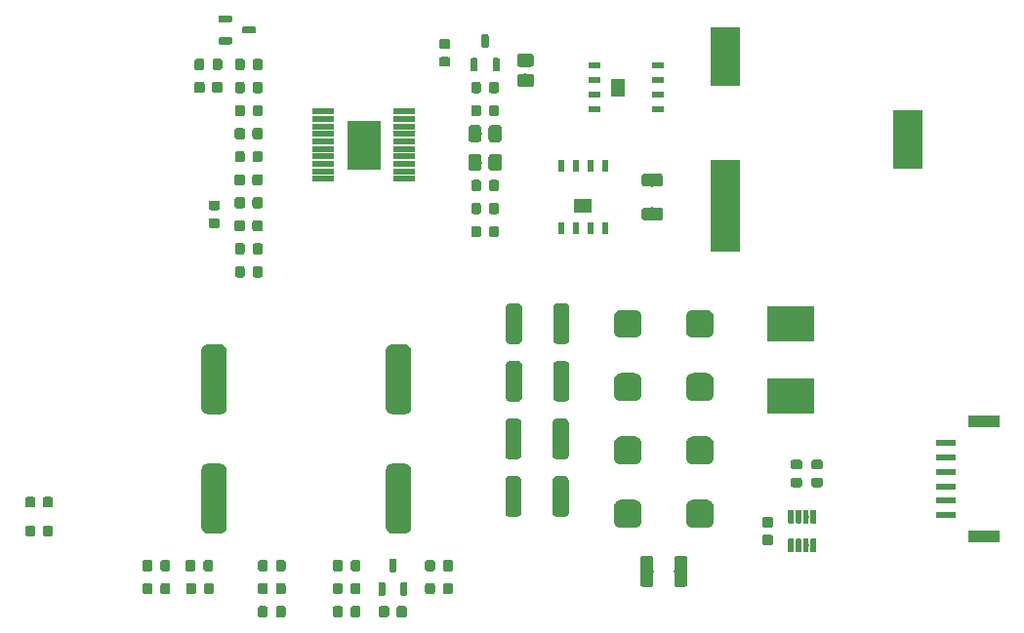
<source format=gtp>
G04 #@! TF.GenerationSoftware,KiCad,Pcbnew,(5.1.0-0)*
G04 #@! TF.CreationDate,2019-04-04T11:20:21+10:30*
G04 #@! TF.ProjectId,wide-input-reg,77696465-2d69-46e7-9075-742d7265672e,rev?*
G04 #@! TF.SameCoordinates,Original*
G04 #@! TF.FileFunction,Paste,Top*
G04 #@! TF.FilePolarity,Positive*
%FSLAX46Y46*%
G04 Gerber Fmt 4.6, Leading zero omitted, Abs format (unit mm)*
G04 Created by KiCad (PCBNEW (5.1.0-0)) date 2019-04-04 11:20:21*
%MOMM*%
%LPD*%
G04 APERTURE LIST*
%ADD10R,4.070000X3.070000*%
%ADD11C,0.100000*%
%ADD12C,0.920000*%
%ADD13C,2.200000*%
%ADD14C,1.400000*%
%ADD15C,1.160000*%
%ADD16C,2.370000*%
%ADD17C,0.610000*%
%ADD18C,0.910000*%
%ADD19R,2.500000X8.000000*%
%ADD20R,2.500000X5.200000*%
%ADD21R,1.526000X1.252000*%
%ADD22R,0.510000X1.110000*%
%ADD23R,1.110000X0.510000*%
%ADD24R,1.252000X1.526000*%
%ADD25C,0.850000*%
%ADD26C,0.480000*%
%ADD27R,1.900000X0.480000*%
%ADD28R,3.000000X4.200000*%
%ADD29R,1.700000X0.600000*%
%ADD30R,2.700000X1.000000*%
G04 APERTURE END LIST*
D10*
X168500000Y-86800000D03*
X168500000Y-80500000D03*
D11*
G36*
X135027544Y-105016108D02*
G01*
X135049871Y-105019419D01*
X135071765Y-105024904D01*
X135093017Y-105032508D01*
X135113421Y-105042158D01*
X135132781Y-105053762D01*
X135150910Y-105067208D01*
X135167635Y-105082365D01*
X135182792Y-105099090D01*
X135196238Y-105117219D01*
X135207842Y-105136579D01*
X135217492Y-105156983D01*
X135225096Y-105178235D01*
X135230581Y-105200129D01*
X135233892Y-105222456D01*
X135235000Y-105245000D01*
X135235000Y-105755000D01*
X135233892Y-105777544D01*
X135230581Y-105799871D01*
X135225096Y-105821765D01*
X135217492Y-105843017D01*
X135207842Y-105863421D01*
X135196238Y-105882781D01*
X135182792Y-105900910D01*
X135167635Y-105917635D01*
X135150910Y-105932792D01*
X135132781Y-105946238D01*
X135113421Y-105957842D01*
X135093017Y-105967492D01*
X135071765Y-105975096D01*
X135049871Y-105980581D01*
X135027544Y-105983892D01*
X135005000Y-105985000D01*
X134545000Y-105985000D01*
X134522456Y-105983892D01*
X134500129Y-105980581D01*
X134478235Y-105975096D01*
X134456983Y-105967492D01*
X134436579Y-105957842D01*
X134417219Y-105946238D01*
X134399090Y-105932792D01*
X134382365Y-105917635D01*
X134367208Y-105900910D01*
X134353762Y-105882781D01*
X134342158Y-105863421D01*
X134332508Y-105843017D01*
X134324904Y-105821765D01*
X134319419Y-105799871D01*
X134316108Y-105777544D01*
X134315000Y-105755000D01*
X134315000Y-105245000D01*
X134316108Y-105222456D01*
X134319419Y-105200129D01*
X134324904Y-105178235D01*
X134332508Y-105156983D01*
X134342158Y-105136579D01*
X134353762Y-105117219D01*
X134367208Y-105099090D01*
X134382365Y-105082365D01*
X134399090Y-105067208D01*
X134417219Y-105053762D01*
X134436579Y-105042158D01*
X134456983Y-105032508D01*
X134478235Y-105024904D01*
X134500129Y-105019419D01*
X134522456Y-105016108D01*
X134545000Y-105015000D01*
X135005000Y-105015000D01*
X135027544Y-105016108D01*
X135027544Y-105016108D01*
G37*
D12*
X134775000Y-105500000D03*
D11*
G36*
X133477544Y-105016108D02*
G01*
X133499871Y-105019419D01*
X133521765Y-105024904D01*
X133543017Y-105032508D01*
X133563421Y-105042158D01*
X133582781Y-105053762D01*
X133600910Y-105067208D01*
X133617635Y-105082365D01*
X133632792Y-105099090D01*
X133646238Y-105117219D01*
X133657842Y-105136579D01*
X133667492Y-105156983D01*
X133675096Y-105178235D01*
X133680581Y-105200129D01*
X133683892Y-105222456D01*
X133685000Y-105245000D01*
X133685000Y-105755000D01*
X133683892Y-105777544D01*
X133680581Y-105799871D01*
X133675096Y-105821765D01*
X133667492Y-105843017D01*
X133657842Y-105863421D01*
X133646238Y-105882781D01*
X133632792Y-105900910D01*
X133617635Y-105917635D01*
X133600910Y-105932792D01*
X133582781Y-105946238D01*
X133563421Y-105957842D01*
X133543017Y-105967492D01*
X133521765Y-105975096D01*
X133499871Y-105980581D01*
X133477544Y-105983892D01*
X133455000Y-105985000D01*
X132995000Y-105985000D01*
X132972456Y-105983892D01*
X132950129Y-105980581D01*
X132928235Y-105975096D01*
X132906983Y-105967492D01*
X132886579Y-105957842D01*
X132867219Y-105946238D01*
X132849090Y-105932792D01*
X132832365Y-105917635D01*
X132817208Y-105900910D01*
X132803762Y-105882781D01*
X132792158Y-105863421D01*
X132782508Y-105843017D01*
X132774904Y-105821765D01*
X132769419Y-105799871D01*
X132766108Y-105777544D01*
X132765000Y-105755000D01*
X132765000Y-105245000D01*
X132766108Y-105222456D01*
X132769419Y-105200129D01*
X132774904Y-105178235D01*
X132782508Y-105156983D01*
X132792158Y-105136579D01*
X132803762Y-105117219D01*
X132817208Y-105099090D01*
X132832365Y-105082365D01*
X132849090Y-105067208D01*
X132867219Y-105053762D01*
X132886579Y-105042158D01*
X132906983Y-105032508D01*
X132928235Y-105024904D01*
X132950129Y-105019419D01*
X132972456Y-105016108D01*
X132995000Y-105015000D01*
X133455000Y-105015000D01*
X133477544Y-105016108D01*
X133477544Y-105016108D01*
G37*
D12*
X133225000Y-105500000D03*
D11*
G36*
X119103909Y-92652648D02*
G01*
X119157300Y-92660568D01*
X119209657Y-92673683D01*
X119260476Y-92691866D01*
X119309268Y-92714943D01*
X119355564Y-92742692D01*
X119398916Y-92774844D01*
X119438909Y-92811091D01*
X119475156Y-92851084D01*
X119507308Y-92894436D01*
X119535057Y-92940732D01*
X119558134Y-92989524D01*
X119576317Y-93040343D01*
X119589432Y-93092700D01*
X119597352Y-93146091D01*
X119600000Y-93200000D01*
X119600000Y-98150000D01*
X119597352Y-98203909D01*
X119589432Y-98257300D01*
X119576317Y-98309657D01*
X119558134Y-98360476D01*
X119535057Y-98409268D01*
X119507308Y-98455564D01*
X119475156Y-98498916D01*
X119438909Y-98538909D01*
X119398916Y-98575156D01*
X119355564Y-98607308D01*
X119309268Y-98635057D01*
X119260476Y-98658134D01*
X119209657Y-98676317D01*
X119157300Y-98689432D01*
X119103909Y-98697352D01*
X119050000Y-98700000D01*
X117950000Y-98700000D01*
X117896091Y-98697352D01*
X117842700Y-98689432D01*
X117790343Y-98676317D01*
X117739524Y-98658134D01*
X117690732Y-98635057D01*
X117644436Y-98607308D01*
X117601084Y-98575156D01*
X117561091Y-98538909D01*
X117524844Y-98498916D01*
X117492692Y-98455564D01*
X117464943Y-98409268D01*
X117441866Y-98360476D01*
X117423683Y-98309657D01*
X117410568Y-98257300D01*
X117402648Y-98203909D01*
X117400000Y-98150000D01*
X117400000Y-93200000D01*
X117402648Y-93146091D01*
X117410568Y-93092700D01*
X117423683Y-93040343D01*
X117441866Y-92989524D01*
X117464943Y-92940732D01*
X117492692Y-92894436D01*
X117524844Y-92851084D01*
X117561091Y-92811091D01*
X117601084Y-92774844D01*
X117644436Y-92742692D01*
X117690732Y-92714943D01*
X117739524Y-92691866D01*
X117790343Y-92673683D01*
X117842700Y-92660568D01*
X117896091Y-92652648D01*
X117950000Y-92650000D01*
X119050000Y-92650000D01*
X119103909Y-92652648D01*
X119103909Y-92652648D01*
G37*
D13*
X118500000Y-95675000D03*
D11*
G36*
X119103909Y-82302648D02*
G01*
X119157300Y-82310568D01*
X119209657Y-82323683D01*
X119260476Y-82341866D01*
X119309268Y-82364943D01*
X119355564Y-82392692D01*
X119398916Y-82424844D01*
X119438909Y-82461091D01*
X119475156Y-82501084D01*
X119507308Y-82544436D01*
X119535057Y-82590732D01*
X119558134Y-82639524D01*
X119576317Y-82690343D01*
X119589432Y-82742700D01*
X119597352Y-82796091D01*
X119600000Y-82850000D01*
X119600000Y-87800000D01*
X119597352Y-87853909D01*
X119589432Y-87907300D01*
X119576317Y-87959657D01*
X119558134Y-88010476D01*
X119535057Y-88059268D01*
X119507308Y-88105564D01*
X119475156Y-88148916D01*
X119438909Y-88188909D01*
X119398916Y-88225156D01*
X119355564Y-88257308D01*
X119309268Y-88285057D01*
X119260476Y-88308134D01*
X119209657Y-88326317D01*
X119157300Y-88339432D01*
X119103909Y-88347352D01*
X119050000Y-88350000D01*
X117950000Y-88350000D01*
X117896091Y-88347352D01*
X117842700Y-88339432D01*
X117790343Y-88326317D01*
X117739524Y-88308134D01*
X117690732Y-88285057D01*
X117644436Y-88257308D01*
X117601084Y-88225156D01*
X117561091Y-88188909D01*
X117524844Y-88148916D01*
X117492692Y-88105564D01*
X117464943Y-88059268D01*
X117441866Y-88010476D01*
X117423683Y-87959657D01*
X117410568Y-87907300D01*
X117402648Y-87853909D01*
X117400000Y-87800000D01*
X117400000Y-82850000D01*
X117402648Y-82796091D01*
X117410568Y-82742700D01*
X117423683Y-82690343D01*
X117441866Y-82639524D01*
X117464943Y-82590732D01*
X117492692Y-82544436D01*
X117524844Y-82501084D01*
X117561091Y-82461091D01*
X117601084Y-82424844D01*
X117644436Y-82392692D01*
X117690732Y-82364943D01*
X117739524Y-82341866D01*
X117790343Y-82323683D01*
X117842700Y-82310568D01*
X117896091Y-82302648D01*
X117950000Y-82300000D01*
X119050000Y-82300000D01*
X119103909Y-82302648D01*
X119103909Y-82302648D01*
G37*
D13*
X118500000Y-85325000D03*
D11*
G36*
X135103909Y-82302648D02*
G01*
X135157300Y-82310568D01*
X135209657Y-82323683D01*
X135260476Y-82341866D01*
X135309268Y-82364943D01*
X135355564Y-82392692D01*
X135398916Y-82424844D01*
X135438909Y-82461091D01*
X135475156Y-82501084D01*
X135507308Y-82544436D01*
X135535057Y-82590732D01*
X135558134Y-82639524D01*
X135576317Y-82690343D01*
X135589432Y-82742700D01*
X135597352Y-82796091D01*
X135600000Y-82850000D01*
X135600000Y-87800000D01*
X135597352Y-87853909D01*
X135589432Y-87907300D01*
X135576317Y-87959657D01*
X135558134Y-88010476D01*
X135535057Y-88059268D01*
X135507308Y-88105564D01*
X135475156Y-88148916D01*
X135438909Y-88188909D01*
X135398916Y-88225156D01*
X135355564Y-88257308D01*
X135309268Y-88285057D01*
X135260476Y-88308134D01*
X135209657Y-88326317D01*
X135157300Y-88339432D01*
X135103909Y-88347352D01*
X135050000Y-88350000D01*
X133950000Y-88350000D01*
X133896091Y-88347352D01*
X133842700Y-88339432D01*
X133790343Y-88326317D01*
X133739524Y-88308134D01*
X133690732Y-88285057D01*
X133644436Y-88257308D01*
X133601084Y-88225156D01*
X133561091Y-88188909D01*
X133524844Y-88148916D01*
X133492692Y-88105564D01*
X133464943Y-88059268D01*
X133441866Y-88010476D01*
X133423683Y-87959657D01*
X133410568Y-87907300D01*
X133402648Y-87853909D01*
X133400000Y-87800000D01*
X133400000Y-82850000D01*
X133402648Y-82796091D01*
X133410568Y-82742700D01*
X133423683Y-82690343D01*
X133441866Y-82639524D01*
X133464943Y-82590732D01*
X133492692Y-82544436D01*
X133524844Y-82501084D01*
X133561091Y-82461091D01*
X133601084Y-82424844D01*
X133644436Y-82392692D01*
X133690732Y-82364943D01*
X133739524Y-82341866D01*
X133790343Y-82323683D01*
X133842700Y-82310568D01*
X133896091Y-82302648D01*
X133950000Y-82300000D01*
X135050000Y-82300000D01*
X135103909Y-82302648D01*
X135103909Y-82302648D01*
G37*
D13*
X134500000Y-85325000D03*
D11*
G36*
X135103909Y-92652648D02*
G01*
X135157300Y-92660568D01*
X135209657Y-92673683D01*
X135260476Y-92691866D01*
X135309268Y-92714943D01*
X135355564Y-92742692D01*
X135398916Y-92774844D01*
X135438909Y-92811091D01*
X135475156Y-92851084D01*
X135507308Y-92894436D01*
X135535057Y-92940732D01*
X135558134Y-92989524D01*
X135576317Y-93040343D01*
X135589432Y-93092700D01*
X135597352Y-93146091D01*
X135600000Y-93200000D01*
X135600000Y-98150000D01*
X135597352Y-98203909D01*
X135589432Y-98257300D01*
X135576317Y-98309657D01*
X135558134Y-98360476D01*
X135535057Y-98409268D01*
X135507308Y-98455564D01*
X135475156Y-98498916D01*
X135438909Y-98538909D01*
X135398916Y-98575156D01*
X135355564Y-98607308D01*
X135309268Y-98635057D01*
X135260476Y-98658134D01*
X135209657Y-98676317D01*
X135157300Y-98689432D01*
X135103909Y-98697352D01*
X135050000Y-98700000D01*
X133950000Y-98700000D01*
X133896091Y-98697352D01*
X133842700Y-98689432D01*
X133790343Y-98676317D01*
X133739524Y-98658134D01*
X133690732Y-98635057D01*
X133644436Y-98607308D01*
X133601084Y-98575156D01*
X133561091Y-98538909D01*
X133524844Y-98498916D01*
X133492692Y-98455564D01*
X133464943Y-98409268D01*
X133441866Y-98360476D01*
X133423683Y-98309657D01*
X133410568Y-98257300D01*
X133402648Y-98203909D01*
X133400000Y-98150000D01*
X133400000Y-93200000D01*
X133402648Y-93146091D01*
X133410568Y-93092700D01*
X133423683Y-93040343D01*
X133441866Y-92989524D01*
X133464943Y-92940732D01*
X133492692Y-92894436D01*
X133524844Y-92851084D01*
X133561091Y-92811091D01*
X133601084Y-92774844D01*
X133644436Y-92742692D01*
X133690732Y-92714943D01*
X133739524Y-92691866D01*
X133790343Y-92673683D01*
X133842700Y-92660568D01*
X133896091Y-92652648D01*
X133950000Y-92650000D01*
X135050000Y-92650000D01*
X135103909Y-92652648D01*
X135103909Y-92652648D01*
G37*
D13*
X134500000Y-95675000D03*
D11*
G36*
X144884306Y-78746685D02*
G01*
X144918282Y-78751725D01*
X144951600Y-78760071D01*
X144983939Y-78771642D01*
X145014989Y-78786328D01*
X145044450Y-78803986D01*
X145072038Y-78824446D01*
X145097487Y-78847513D01*
X145120554Y-78872962D01*
X145141014Y-78900550D01*
X145158672Y-78930011D01*
X145173358Y-78961061D01*
X145184929Y-78993400D01*
X145193275Y-79026718D01*
X145198315Y-79060694D01*
X145200000Y-79095000D01*
X145200000Y-81905000D01*
X145198315Y-81939306D01*
X145193275Y-81973282D01*
X145184929Y-82006600D01*
X145173358Y-82038939D01*
X145158672Y-82069989D01*
X145141014Y-82099450D01*
X145120554Y-82127038D01*
X145097487Y-82152487D01*
X145072038Y-82175554D01*
X145044450Y-82196014D01*
X145014989Y-82213672D01*
X144983939Y-82228358D01*
X144951600Y-82239929D01*
X144918282Y-82248275D01*
X144884306Y-82253315D01*
X144850000Y-82255000D01*
X144150000Y-82255000D01*
X144115694Y-82253315D01*
X144081718Y-82248275D01*
X144048400Y-82239929D01*
X144016061Y-82228358D01*
X143985011Y-82213672D01*
X143955550Y-82196014D01*
X143927962Y-82175554D01*
X143902513Y-82152487D01*
X143879446Y-82127038D01*
X143858986Y-82099450D01*
X143841328Y-82069989D01*
X143826642Y-82038939D01*
X143815071Y-82006600D01*
X143806725Y-81973282D01*
X143801685Y-81939306D01*
X143800000Y-81905000D01*
X143800000Y-79095000D01*
X143801685Y-79060694D01*
X143806725Y-79026718D01*
X143815071Y-78993400D01*
X143826642Y-78961061D01*
X143841328Y-78930011D01*
X143858986Y-78900550D01*
X143879446Y-78872962D01*
X143902513Y-78847513D01*
X143927962Y-78824446D01*
X143955550Y-78803986D01*
X143985011Y-78786328D01*
X144016061Y-78771642D01*
X144048400Y-78760071D01*
X144081718Y-78751725D01*
X144115694Y-78746685D01*
X144150000Y-78745000D01*
X144850000Y-78745000D01*
X144884306Y-78746685D01*
X144884306Y-78746685D01*
G37*
D14*
X144500000Y-80500000D03*
D11*
G36*
X148994306Y-78746685D02*
G01*
X149028282Y-78751725D01*
X149061600Y-78760071D01*
X149093939Y-78771642D01*
X149124989Y-78786328D01*
X149154450Y-78803986D01*
X149182038Y-78824446D01*
X149207487Y-78847513D01*
X149230554Y-78872962D01*
X149251014Y-78900550D01*
X149268672Y-78930011D01*
X149283358Y-78961061D01*
X149294929Y-78993400D01*
X149303275Y-79026718D01*
X149308315Y-79060694D01*
X149310000Y-79095000D01*
X149310000Y-81905000D01*
X149308315Y-81939306D01*
X149303275Y-81973282D01*
X149294929Y-82006600D01*
X149283358Y-82038939D01*
X149268672Y-82069989D01*
X149251014Y-82099450D01*
X149230554Y-82127038D01*
X149207487Y-82152487D01*
X149182038Y-82175554D01*
X149154450Y-82196014D01*
X149124989Y-82213672D01*
X149093939Y-82228358D01*
X149061600Y-82239929D01*
X149028282Y-82248275D01*
X148994306Y-82253315D01*
X148960000Y-82255000D01*
X148260000Y-82255000D01*
X148225694Y-82253315D01*
X148191718Y-82248275D01*
X148158400Y-82239929D01*
X148126061Y-82228358D01*
X148095011Y-82213672D01*
X148065550Y-82196014D01*
X148037962Y-82175554D01*
X148012513Y-82152487D01*
X147989446Y-82127038D01*
X147968986Y-82099450D01*
X147951328Y-82069989D01*
X147936642Y-82038939D01*
X147925071Y-82006600D01*
X147916725Y-81973282D01*
X147911685Y-81939306D01*
X147910000Y-81905000D01*
X147910000Y-79095000D01*
X147911685Y-79060694D01*
X147916725Y-79026718D01*
X147925071Y-78993400D01*
X147936642Y-78961061D01*
X147951328Y-78930011D01*
X147968986Y-78900550D01*
X147989446Y-78872962D01*
X148012513Y-78847513D01*
X148037962Y-78824446D01*
X148065550Y-78803986D01*
X148095011Y-78786328D01*
X148126061Y-78771642D01*
X148158400Y-78760071D01*
X148191718Y-78751725D01*
X148225694Y-78746685D01*
X148260000Y-78745000D01*
X148960000Y-78745000D01*
X148994306Y-78746685D01*
X148994306Y-78746685D01*
G37*
D14*
X148610000Y-80500000D03*
D11*
G36*
X148994306Y-83746685D02*
G01*
X149028282Y-83751725D01*
X149061600Y-83760071D01*
X149093939Y-83771642D01*
X149124989Y-83786328D01*
X149154450Y-83803986D01*
X149182038Y-83824446D01*
X149207487Y-83847513D01*
X149230554Y-83872962D01*
X149251014Y-83900550D01*
X149268672Y-83930011D01*
X149283358Y-83961061D01*
X149294929Y-83993400D01*
X149303275Y-84026718D01*
X149308315Y-84060694D01*
X149310000Y-84095000D01*
X149310000Y-86905000D01*
X149308315Y-86939306D01*
X149303275Y-86973282D01*
X149294929Y-87006600D01*
X149283358Y-87038939D01*
X149268672Y-87069989D01*
X149251014Y-87099450D01*
X149230554Y-87127038D01*
X149207487Y-87152487D01*
X149182038Y-87175554D01*
X149154450Y-87196014D01*
X149124989Y-87213672D01*
X149093939Y-87228358D01*
X149061600Y-87239929D01*
X149028282Y-87248275D01*
X148994306Y-87253315D01*
X148960000Y-87255000D01*
X148260000Y-87255000D01*
X148225694Y-87253315D01*
X148191718Y-87248275D01*
X148158400Y-87239929D01*
X148126061Y-87228358D01*
X148095011Y-87213672D01*
X148065550Y-87196014D01*
X148037962Y-87175554D01*
X148012513Y-87152487D01*
X147989446Y-87127038D01*
X147968986Y-87099450D01*
X147951328Y-87069989D01*
X147936642Y-87038939D01*
X147925071Y-87006600D01*
X147916725Y-86973282D01*
X147911685Y-86939306D01*
X147910000Y-86905000D01*
X147910000Y-84095000D01*
X147911685Y-84060694D01*
X147916725Y-84026718D01*
X147925071Y-83993400D01*
X147936642Y-83961061D01*
X147951328Y-83930011D01*
X147968986Y-83900550D01*
X147989446Y-83872962D01*
X148012513Y-83847513D01*
X148037962Y-83824446D01*
X148065550Y-83803986D01*
X148095011Y-83786328D01*
X148126061Y-83771642D01*
X148158400Y-83760071D01*
X148191718Y-83751725D01*
X148225694Y-83746685D01*
X148260000Y-83745000D01*
X148960000Y-83745000D01*
X148994306Y-83746685D01*
X148994306Y-83746685D01*
G37*
D14*
X148610000Y-85500000D03*
D11*
G36*
X144884306Y-83746685D02*
G01*
X144918282Y-83751725D01*
X144951600Y-83760071D01*
X144983939Y-83771642D01*
X145014989Y-83786328D01*
X145044450Y-83803986D01*
X145072038Y-83824446D01*
X145097487Y-83847513D01*
X145120554Y-83872962D01*
X145141014Y-83900550D01*
X145158672Y-83930011D01*
X145173358Y-83961061D01*
X145184929Y-83993400D01*
X145193275Y-84026718D01*
X145198315Y-84060694D01*
X145200000Y-84095000D01*
X145200000Y-86905000D01*
X145198315Y-86939306D01*
X145193275Y-86973282D01*
X145184929Y-87006600D01*
X145173358Y-87038939D01*
X145158672Y-87069989D01*
X145141014Y-87099450D01*
X145120554Y-87127038D01*
X145097487Y-87152487D01*
X145072038Y-87175554D01*
X145044450Y-87196014D01*
X145014989Y-87213672D01*
X144983939Y-87228358D01*
X144951600Y-87239929D01*
X144918282Y-87248275D01*
X144884306Y-87253315D01*
X144850000Y-87255000D01*
X144150000Y-87255000D01*
X144115694Y-87253315D01*
X144081718Y-87248275D01*
X144048400Y-87239929D01*
X144016061Y-87228358D01*
X143985011Y-87213672D01*
X143955550Y-87196014D01*
X143927962Y-87175554D01*
X143902513Y-87152487D01*
X143879446Y-87127038D01*
X143858986Y-87099450D01*
X143841328Y-87069989D01*
X143826642Y-87038939D01*
X143815071Y-87006600D01*
X143806725Y-86973282D01*
X143801685Y-86939306D01*
X143800000Y-86905000D01*
X143800000Y-84095000D01*
X143801685Y-84060694D01*
X143806725Y-84026718D01*
X143815071Y-83993400D01*
X143826642Y-83961061D01*
X143841328Y-83930011D01*
X143858986Y-83900550D01*
X143879446Y-83872962D01*
X143902513Y-83847513D01*
X143927962Y-83824446D01*
X143955550Y-83803986D01*
X143985011Y-83786328D01*
X144016061Y-83771642D01*
X144048400Y-83760071D01*
X144081718Y-83751725D01*
X144115694Y-83746685D01*
X144150000Y-83745000D01*
X144850000Y-83745000D01*
X144884306Y-83746685D01*
X144884306Y-83746685D01*
G37*
D14*
X144500000Y-85500000D03*
D11*
G36*
X144829306Y-88746685D02*
G01*
X144863282Y-88751725D01*
X144896600Y-88760071D01*
X144928939Y-88771642D01*
X144959989Y-88786328D01*
X144989450Y-88803986D01*
X145017038Y-88824446D01*
X145042487Y-88847513D01*
X145065554Y-88872962D01*
X145086014Y-88900550D01*
X145103672Y-88930011D01*
X145118358Y-88961061D01*
X145129929Y-88993400D01*
X145138275Y-89026718D01*
X145143315Y-89060694D01*
X145145000Y-89095000D01*
X145145000Y-91905000D01*
X145143315Y-91939306D01*
X145138275Y-91973282D01*
X145129929Y-92006600D01*
X145118358Y-92038939D01*
X145103672Y-92069989D01*
X145086014Y-92099450D01*
X145065554Y-92127038D01*
X145042487Y-92152487D01*
X145017038Y-92175554D01*
X144989450Y-92196014D01*
X144959989Y-92213672D01*
X144928939Y-92228358D01*
X144896600Y-92239929D01*
X144863282Y-92248275D01*
X144829306Y-92253315D01*
X144795000Y-92255000D01*
X144095000Y-92255000D01*
X144060694Y-92253315D01*
X144026718Y-92248275D01*
X143993400Y-92239929D01*
X143961061Y-92228358D01*
X143930011Y-92213672D01*
X143900550Y-92196014D01*
X143872962Y-92175554D01*
X143847513Y-92152487D01*
X143824446Y-92127038D01*
X143803986Y-92099450D01*
X143786328Y-92069989D01*
X143771642Y-92038939D01*
X143760071Y-92006600D01*
X143751725Y-91973282D01*
X143746685Y-91939306D01*
X143745000Y-91905000D01*
X143745000Y-89095000D01*
X143746685Y-89060694D01*
X143751725Y-89026718D01*
X143760071Y-88993400D01*
X143771642Y-88961061D01*
X143786328Y-88930011D01*
X143803986Y-88900550D01*
X143824446Y-88872962D01*
X143847513Y-88847513D01*
X143872962Y-88824446D01*
X143900550Y-88803986D01*
X143930011Y-88786328D01*
X143961061Y-88771642D01*
X143993400Y-88760071D01*
X144026718Y-88751725D01*
X144060694Y-88746685D01*
X144095000Y-88745000D01*
X144795000Y-88745000D01*
X144829306Y-88746685D01*
X144829306Y-88746685D01*
G37*
D14*
X144445000Y-90500000D03*
D11*
G36*
X148939306Y-88746685D02*
G01*
X148973282Y-88751725D01*
X149006600Y-88760071D01*
X149038939Y-88771642D01*
X149069989Y-88786328D01*
X149099450Y-88803986D01*
X149127038Y-88824446D01*
X149152487Y-88847513D01*
X149175554Y-88872962D01*
X149196014Y-88900550D01*
X149213672Y-88930011D01*
X149228358Y-88961061D01*
X149239929Y-88993400D01*
X149248275Y-89026718D01*
X149253315Y-89060694D01*
X149255000Y-89095000D01*
X149255000Y-91905000D01*
X149253315Y-91939306D01*
X149248275Y-91973282D01*
X149239929Y-92006600D01*
X149228358Y-92038939D01*
X149213672Y-92069989D01*
X149196014Y-92099450D01*
X149175554Y-92127038D01*
X149152487Y-92152487D01*
X149127038Y-92175554D01*
X149099450Y-92196014D01*
X149069989Y-92213672D01*
X149038939Y-92228358D01*
X149006600Y-92239929D01*
X148973282Y-92248275D01*
X148939306Y-92253315D01*
X148905000Y-92255000D01*
X148205000Y-92255000D01*
X148170694Y-92253315D01*
X148136718Y-92248275D01*
X148103400Y-92239929D01*
X148071061Y-92228358D01*
X148040011Y-92213672D01*
X148010550Y-92196014D01*
X147982962Y-92175554D01*
X147957513Y-92152487D01*
X147934446Y-92127038D01*
X147913986Y-92099450D01*
X147896328Y-92069989D01*
X147881642Y-92038939D01*
X147870071Y-92006600D01*
X147861725Y-91973282D01*
X147856685Y-91939306D01*
X147855000Y-91905000D01*
X147855000Y-89095000D01*
X147856685Y-89060694D01*
X147861725Y-89026718D01*
X147870071Y-88993400D01*
X147881642Y-88961061D01*
X147896328Y-88930011D01*
X147913986Y-88900550D01*
X147934446Y-88872962D01*
X147957513Y-88847513D01*
X147982962Y-88824446D01*
X148010550Y-88803986D01*
X148040011Y-88786328D01*
X148071061Y-88771642D01*
X148103400Y-88760071D01*
X148136718Y-88751725D01*
X148170694Y-88746685D01*
X148205000Y-88745000D01*
X148905000Y-88745000D01*
X148939306Y-88746685D01*
X148939306Y-88746685D01*
G37*
D14*
X148555000Y-90500000D03*
D11*
G36*
X148939306Y-93746685D02*
G01*
X148973282Y-93751725D01*
X149006600Y-93760071D01*
X149038939Y-93771642D01*
X149069989Y-93786328D01*
X149099450Y-93803986D01*
X149127038Y-93824446D01*
X149152487Y-93847513D01*
X149175554Y-93872962D01*
X149196014Y-93900550D01*
X149213672Y-93930011D01*
X149228358Y-93961061D01*
X149239929Y-93993400D01*
X149248275Y-94026718D01*
X149253315Y-94060694D01*
X149255000Y-94095000D01*
X149255000Y-96905000D01*
X149253315Y-96939306D01*
X149248275Y-96973282D01*
X149239929Y-97006600D01*
X149228358Y-97038939D01*
X149213672Y-97069989D01*
X149196014Y-97099450D01*
X149175554Y-97127038D01*
X149152487Y-97152487D01*
X149127038Y-97175554D01*
X149099450Y-97196014D01*
X149069989Y-97213672D01*
X149038939Y-97228358D01*
X149006600Y-97239929D01*
X148973282Y-97248275D01*
X148939306Y-97253315D01*
X148905000Y-97255000D01*
X148205000Y-97255000D01*
X148170694Y-97253315D01*
X148136718Y-97248275D01*
X148103400Y-97239929D01*
X148071061Y-97228358D01*
X148040011Y-97213672D01*
X148010550Y-97196014D01*
X147982962Y-97175554D01*
X147957513Y-97152487D01*
X147934446Y-97127038D01*
X147913986Y-97099450D01*
X147896328Y-97069989D01*
X147881642Y-97038939D01*
X147870071Y-97006600D01*
X147861725Y-96973282D01*
X147856685Y-96939306D01*
X147855000Y-96905000D01*
X147855000Y-94095000D01*
X147856685Y-94060694D01*
X147861725Y-94026718D01*
X147870071Y-93993400D01*
X147881642Y-93961061D01*
X147896328Y-93930011D01*
X147913986Y-93900550D01*
X147934446Y-93872962D01*
X147957513Y-93847513D01*
X147982962Y-93824446D01*
X148010550Y-93803986D01*
X148040011Y-93786328D01*
X148071061Y-93771642D01*
X148103400Y-93760071D01*
X148136718Y-93751725D01*
X148170694Y-93746685D01*
X148205000Y-93745000D01*
X148905000Y-93745000D01*
X148939306Y-93746685D01*
X148939306Y-93746685D01*
G37*
D14*
X148555000Y-95500000D03*
D11*
G36*
X144829306Y-93746685D02*
G01*
X144863282Y-93751725D01*
X144896600Y-93760071D01*
X144928939Y-93771642D01*
X144959989Y-93786328D01*
X144989450Y-93803986D01*
X145017038Y-93824446D01*
X145042487Y-93847513D01*
X145065554Y-93872962D01*
X145086014Y-93900550D01*
X145103672Y-93930011D01*
X145118358Y-93961061D01*
X145129929Y-93993400D01*
X145138275Y-94026718D01*
X145143315Y-94060694D01*
X145145000Y-94095000D01*
X145145000Y-96905000D01*
X145143315Y-96939306D01*
X145138275Y-96973282D01*
X145129929Y-97006600D01*
X145118358Y-97038939D01*
X145103672Y-97069989D01*
X145086014Y-97099450D01*
X145065554Y-97127038D01*
X145042487Y-97152487D01*
X145017038Y-97175554D01*
X144989450Y-97196014D01*
X144959989Y-97213672D01*
X144928939Y-97228358D01*
X144896600Y-97239929D01*
X144863282Y-97248275D01*
X144829306Y-97253315D01*
X144795000Y-97255000D01*
X144095000Y-97255000D01*
X144060694Y-97253315D01*
X144026718Y-97248275D01*
X143993400Y-97239929D01*
X143961061Y-97228358D01*
X143930011Y-97213672D01*
X143900550Y-97196014D01*
X143872962Y-97175554D01*
X143847513Y-97152487D01*
X143824446Y-97127038D01*
X143803986Y-97099450D01*
X143786328Y-97069989D01*
X143771642Y-97038939D01*
X143760071Y-97006600D01*
X143751725Y-96973282D01*
X143746685Y-96939306D01*
X143745000Y-96905000D01*
X143745000Y-94095000D01*
X143746685Y-94060694D01*
X143751725Y-94026718D01*
X143760071Y-93993400D01*
X143771642Y-93961061D01*
X143786328Y-93930011D01*
X143803986Y-93900550D01*
X143824446Y-93872962D01*
X143847513Y-93847513D01*
X143872962Y-93824446D01*
X143900550Y-93803986D01*
X143930011Y-93786328D01*
X143961061Y-93771642D01*
X143993400Y-93760071D01*
X144026718Y-93751725D01*
X144060694Y-93746685D01*
X144095000Y-93745000D01*
X144795000Y-93745000D01*
X144829306Y-93746685D01*
X144829306Y-93746685D01*
G37*
D14*
X144445000Y-95500000D03*
D11*
G36*
X166777544Y-98816108D02*
G01*
X166799871Y-98819419D01*
X166821765Y-98824904D01*
X166843017Y-98832508D01*
X166863421Y-98842158D01*
X166882781Y-98853762D01*
X166900910Y-98867208D01*
X166917635Y-98882365D01*
X166932792Y-98899090D01*
X166946238Y-98917219D01*
X166957842Y-98936579D01*
X166967492Y-98956983D01*
X166975096Y-98978235D01*
X166980581Y-99000129D01*
X166983892Y-99022456D01*
X166985000Y-99045000D01*
X166985000Y-99505000D01*
X166983892Y-99527544D01*
X166980581Y-99549871D01*
X166975096Y-99571765D01*
X166967492Y-99593017D01*
X166957842Y-99613421D01*
X166946238Y-99632781D01*
X166932792Y-99650910D01*
X166917635Y-99667635D01*
X166900910Y-99682792D01*
X166882781Y-99696238D01*
X166863421Y-99707842D01*
X166843017Y-99717492D01*
X166821765Y-99725096D01*
X166799871Y-99730581D01*
X166777544Y-99733892D01*
X166755000Y-99735000D01*
X166245000Y-99735000D01*
X166222456Y-99733892D01*
X166200129Y-99730581D01*
X166178235Y-99725096D01*
X166156983Y-99717492D01*
X166136579Y-99707842D01*
X166117219Y-99696238D01*
X166099090Y-99682792D01*
X166082365Y-99667635D01*
X166067208Y-99650910D01*
X166053762Y-99632781D01*
X166042158Y-99613421D01*
X166032508Y-99593017D01*
X166024904Y-99571765D01*
X166019419Y-99549871D01*
X166016108Y-99527544D01*
X166015000Y-99505000D01*
X166015000Y-99045000D01*
X166016108Y-99022456D01*
X166019419Y-99000129D01*
X166024904Y-98978235D01*
X166032508Y-98956983D01*
X166042158Y-98936579D01*
X166053762Y-98917219D01*
X166067208Y-98899090D01*
X166082365Y-98882365D01*
X166099090Y-98867208D01*
X166117219Y-98853762D01*
X166136579Y-98842158D01*
X166156983Y-98832508D01*
X166178235Y-98824904D01*
X166200129Y-98819419D01*
X166222456Y-98816108D01*
X166245000Y-98815000D01*
X166755000Y-98815000D01*
X166777544Y-98816108D01*
X166777544Y-98816108D01*
G37*
D12*
X166500000Y-99275000D03*
D11*
G36*
X166777544Y-97266108D02*
G01*
X166799871Y-97269419D01*
X166821765Y-97274904D01*
X166843017Y-97282508D01*
X166863421Y-97292158D01*
X166882781Y-97303762D01*
X166900910Y-97317208D01*
X166917635Y-97332365D01*
X166932792Y-97349090D01*
X166946238Y-97367219D01*
X166957842Y-97386579D01*
X166967492Y-97406983D01*
X166975096Y-97428235D01*
X166980581Y-97450129D01*
X166983892Y-97472456D01*
X166985000Y-97495000D01*
X166985000Y-97955000D01*
X166983892Y-97977544D01*
X166980581Y-97999871D01*
X166975096Y-98021765D01*
X166967492Y-98043017D01*
X166957842Y-98063421D01*
X166946238Y-98082781D01*
X166932792Y-98100910D01*
X166917635Y-98117635D01*
X166900910Y-98132792D01*
X166882781Y-98146238D01*
X166863421Y-98157842D01*
X166843017Y-98167492D01*
X166821765Y-98175096D01*
X166799871Y-98180581D01*
X166777544Y-98183892D01*
X166755000Y-98185000D01*
X166245000Y-98185000D01*
X166222456Y-98183892D01*
X166200129Y-98180581D01*
X166178235Y-98175096D01*
X166156983Y-98167492D01*
X166136579Y-98157842D01*
X166117219Y-98146238D01*
X166099090Y-98132792D01*
X166082365Y-98117635D01*
X166067208Y-98100910D01*
X166053762Y-98082781D01*
X166042158Y-98063421D01*
X166032508Y-98043017D01*
X166024904Y-98021765D01*
X166019419Y-97999871D01*
X166016108Y-97977544D01*
X166015000Y-97955000D01*
X166015000Y-97495000D01*
X166016108Y-97472456D01*
X166019419Y-97450129D01*
X166024904Y-97428235D01*
X166032508Y-97406983D01*
X166042158Y-97386579D01*
X166053762Y-97367219D01*
X166067208Y-97349090D01*
X166082365Y-97332365D01*
X166099090Y-97317208D01*
X166117219Y-97303762D01*
X166136579Y-97292158D01*
X166156983Y-97282508D01*
X166178235Y-97274904D01*
X166200129Y-97269419D01*
X166222456Y-97266108D01*
X166245000Y-97265000D01*
X166755000Y-97265000D01*
X166777544Y-97266108D01*
X166777544Y-97266108D01*
G37*
D12*
X166500000Y-97725000D03*
D11*
G36*
X120977544Y-71516108D02*
G01*
X120999871Y-71519419D01*
X121021765Y-71524904D01*
X121043017Y-71532508D01*
X121063421Y-71542158D01*
X121082781Y-71553762D01*
X121100910Y-71567208D01*
X121117635Y-71582365D01*
X121132792Y-71599090D01*
X121146238Y-71617219D01*
X121157842Y-71636579D01*
X121167492Y-71656983D01*
X121175096Y-71678235D01*
X121180581Y-71700129D01*
X121183892Y-71722456D01*
X121185000Y-71745000D01*
X121185000Y-72255000D01*
X121183892Y-72277544D01*
X121180581Y-72299871D01*
X121175096Y-72321765D01*
X121167492Y-72343017D01*
X121157842Y-72363421D01*
X121146238Y-72382781D01*
X121132792Y-72400910D01*
X121117635Y-72417635D01*
X121100910Y-72432792D01*
X121082781Y-72446238D01*
X121063421Y-72457842D01*
X121043017Y-72467492D01*
X121021765Y-72475096D01*
X120999871Y-72480581D01*
X120977544Y-72483892D01*
X120955000Y-72485000D01*
X120495000Y-72485000D01*
X120472456Y-72483892D01*
X120450129Y-72480581D01*
X120428235Y-72475096D01*
X120406983Y-72467492D01*
X120386579Y-72457842D01*
X120367219Y-72446238D01*
X120349090Y-72432792D01*
X120332365Y-72417635D01*
X120317208Y-72400910D01*
X120303762Y-72382781D01*
X120292158Y-72363421D01*
X120282508Y-72343017D01*
X120274904Y-72321765D01*
X120269419Y-72299871D01*
X120266108Y-72277544D01*
X120265000Y-72255000D01*
X120265000Y-71745000D01*
X120266108Y-71722456D01*
X120269419Y-71700129D01*
X120274904Y-71678235D01*
X120282508Y-71656983D01*
X120292158Y-71636579D01*
X120303762Y-71617219D01*
X120317208Y-71599090D01*
X120332365Y-71582365D01*
X120349090Y-71567208D01*
X120367219Y-71553762D01*
X120386579Y-71542158D01*
X120406983Y-71532508D01*
X120428235Y-71524904D01*
X120450129Y-71519419D01*
X120472456Y-71516108D01*
X120495000Y-71515000D01*
X120955000Y-71515000D01*
X120977544Y-71516108D01*
X120977544Y-71516108D01*
G37*
D12*
X120725000Y-72000000D03*
D11*
G36*
X122527544Y-71516108D02*
G01*
X122549871Y-71519419D01*
X122571765Y-71524904D01*
X122593017Y-71532508D01*
X122613421Y-71542158D01*
X122632781Y-71553762D01*
X122650910Y-71567208D01*
X122667635Y-71582365D01*
X122682792Y-71599090D01*
X122696238Y-71617219D01*
X122707842Y-71636579D01*
X122717492Y-71656983D01*
X122725096Y-71678235D01*
X122730581Y-71700129D01*
X122733892Y-71722456D01*
X122735000Y-71745000D01*
X122735000Y-72255000D01*
X122733892Y-72277544D01*
X122730581Y-72299871D01*
X122725096Y-72321765D01*
X122717492Y-72343017D01*
X122707842Y-72363421D01*
X122696238Y-72382781D01*
X122682792Y-72400910D01*
X122667635Y-72417635D01*
X122650910Y-72432792D01*
X122632781Y-72446238D01*
X122613421Y-72457842D01*
X122593017Y-72467492D01*
X122571765Y-72475096D01*
X122549871Y-72480581D01*
X122527544Y-72483892D01*
X122505000Y-72485000D01*
X122045000Y-72485000D01*
X122022456Y-72483892D01*
X122000129Y-72480581D01*
X121978235Y-72475096D01*
X121956983Y-72467492D01*
X121936579Y-72457842D01*
X121917219Y-72446238D01*
X121899090Y-72432792D01*
X121882365Y-72417635D01*
X121867208Y-72400910D01*
X121853762Y-72382781D01*
X121842158Y-72363421D01*
X121832508Y-72343017D01*
X121824904Y-72321765D01*
X121819419Y-72299871D01*
X121816108Y-72277544D01*
X121815000Y-72255000D01*
X121815000Y-71745000D01*
X121816108Y-71722456D01*
X121819419Y-71700129D01*
X121824904Y-71678235D01*
X121832508Y-71656983D01*
X121842158Y-71636579D01*
X121853762Y-71617219D01*
X121867208Y-71599090D01*
X121882365Y-71582365D01*
X121899090Y-71567208D01*
X121917219Y-71553762D01*
X121936579Y-71542158D01*
X121956983Y-71532508D01*
X121978235Y-71524904D01*
X122000129Y-71519419D01*
X122022456Y-71516108D01*
X122045000Y-71515000D01*
X122505000Y-71515000D01*
X122527544Y-71516108D01*
X122527544Y-71516108D01*
G37*
D12*
X122275000Y-72000000D03*
D11*
G36*
X119027544Y-59516108D02*
G01*
X119049871Y-59519419D01*
X119071765Y-59524904D01*
X119093017Y-59532508D01*
X119113421Y-59542158D01*
X119132781Y-59553762D01*
X119150910Y-59567208D01*
X119167635Y-59582365D01*
X119182792Y-59599090D01*
X119196238Y-59617219D01*
X119207842Y-59636579D01*
X119217492Y-59656983D01*
X119225096Y-59678235D01*
X119230581Y-59700129D01*
X119233892Y-59722456D01*
X119235000Y-59745000D01*
X119235000Y-60255000D01*
X119233892Y-60277544D01*
X119230581Y-60299871D01*
X119225096Y-60321765D01*
X119217492Y-60343017D01*
X119207842Y-60363421D01*
X119196238Y-60382781D01*
X119182792Y-60400910D01*
X119167635Y-60417635D01*
X119150910Y-60432792D01*
X119132781Y-60446238D01*
X119113421Y-60457842D01*
X119093017Y-60467492D01*
X119071765Y-60475096D01*
X119049871Y-60480581D01*
X119027544Y-60483892D01*
X119005000Y-60485000D01*
X118545000Y-60485000D01*
X118522456Y-60483892D01*
X118500129Y-60480581D01*
X118478235Y-60475096D01*
X118456983Y-60467492D01*
X118436579Y-60457842D01*
X118417219Y-60446238D01*
X118399090Y-60432792D01*
X118382365Y-60417635D01*
X118367208Y-60400910D01*
X118353762Y-60382781D01*
X118342158Y-60363421D01*
X118332508Y-60343017D01*
X118324904Y-60321765D01*
X118319419Y-60299871D01*
X118316108Y-60277544D01*
X118315000Y-60255000D01*
X118315000Y-59745000D01*
X118316108Y-59722456D01*
X118319419Y-59700129D01*
X118324904Y-59678235D01*
X118332508Y-59656983D01*
X118342158Y-59636579D01*
X118353762Y-59617219D01*
X118367208Y-59599090D01*
X118382365Y-59582365D01*
X118399090Y-59567208D01*
X118417219Y-59553762D01*
X118436579Y-59542158D01*
X118456983Y-59532508D01*
X118478235Y-59524904D01*
X118500129Y-59519419D01*
X118522456Y-59516108D01*
X118545000Y-59515000D01*
X119005000Y-59515000D01*
X119027544Y-59516108D01*
X119027544Y-59516108D01*
G37*
D12*
X118775000Y-60000000D03*
D11*
G36*
X117477544Y-59516108D02*
G01*
X117499871Y-59519419D01*
X117521765Y-59524904D01*
X117543017Y-59532508D01*
X117563421Y-59542158D01*
X117582781Y-59553762D01*
X117600910Y-59567208D01*
X117617635Y-59582365D01*
X117632792Y-59599090D01*
X117646238Y-59617219D01*
X117657842Y-59636579D01*
X117667492Y-59656983D01*
X117675096Y-59678235D01*
X117680581Y-59700129D01*
X117683892Y-59722456D01*
X117685000Y-59745000D01*
X117685000Y-60255000D01*
X117683892Y-60277544D01*
X117680581Y-60299871D01*
X117675096Y-60321765D01*
X117667492Y-60343017D01*
X117657842Y-60363421D01*
X117646238Y-60382781D01*
X117632792Y-60400910D01*
X117617635Y-60417635D01*
X117600910Y-60432792D01*
X117582781Y-60446238D01*
X117563421Y-60457842D01*
X117543017Y-60467492D01*
X117521765Y-60475096D01*
X117499871Y-60480581D01*
X117477544Y-60483892D01*
X117455000Y-60485000D01*
X116995000Y-60485000D01*
X116972456Y-60483892D01*
X116950129Y-60480581D01*
X116928235Y-60475096D01*
X116906983Y-60467492D01*
X116886579Y-60457842D01*
X116867219Y-60446238D01*
X116849090Y-60432792D01*
X116832365Y-60417635D01*
X116817208Y-60400910D01*
X116803762Y-60382781D01*
X116792158Y-60363421D01*
X116782508Y-60343017D01*
X116774904Y-60321765D01*
X116769419Y-60299871D01*
X116766108Y-60277544D01*
X116765000Y-60255000D01*
X116765000Y-59745000D01*
X116766108Y-59722456D01*
X116769419Y-59700129D01*
X116774904Y-59678235D01*
X116782508Y-59656983D01*
X116792158Y-59636579D01*
X116803762Y-59617219D01*
X116817208Y-59599090D01*
X116832365Y-59582365D01*
X116849090Y-59567208D01*
X116867219Y-59553762D01*
X116886579Y-59542158D01*
X116906983Y-59532508D01*
X116928235Y-59524904D01*
X116950129Y-59519419D01*
X116972456Y-59516108D01*
X116995000Y-59515000D01*
X117455000Y-59515000D01*
X117477544Y-59516108D01*
X117477544Y-59516108D01*
G37*
D12*
X117225000Y-60000000D03*
D11*
G36*
X120977544Y-69516108D02*
G01*
X120999871Y-69519419D01*
X121021765Y-69524904D01*
X121043017Y-69532508D01*
X121063421Y-69542158D01*
X121082781Y-69553762D01*
X121100910Y-69567208D01*
X121117635Y-69582365D01*
X121132792Y-69599090D01*
X121146238Y-69617219D01*
X121157842Y-69636579D01*
X121167492Y-69656983D01*
X121175096Y-69678235D01*
X121180581Y-69700129D01*
X121183892Y-69722456D01*
X121185000Y-69745000D01*
X121185000Y-70255000D01*
X121183892Y-70277544D01*
X121180581Y-70299871D01*
X121175096Y-70321765D01*
X121167492Y-70343017D01*
X121157842Y-70363421D01*
X121146238Y-70382781D01*
X121132792Y-70400910D01*
X121117635Y-70417635D01*
X121100910Y-70432792D01*
X121082781Y-70446238D01*
X121063421Y-70457842D01*
X121043017Y-70467492D01*
X121021765Y-70475096D01*
X120999871Y-70480581D01*
X120977544Y-70483892D01*
X120955000Y-70485000D01*
X120495000Y-70485000D01*
X120472456Y-70483892D01*
X120450129Y-70480581D01*
X120428235Y-70475096D01*
X120406983Y-70467492D01*
X120386579Y-70457842D01*
X120367219Y-70446238D01*
X120349090Y-70432792D01*
X120332365Y-70417635D01*
X120317208Y-70400910D01*
X120303762Y-70382781D01*
X120292158Y-70363421D01*
X120282508Y-70343017D01*
X120274904Y-70321765D01*
X120269419Y-70299871D01*
X120266108Y-70277544D01*
X120265000Y-70255000D01*
X120265000Y-69745000D01*
X120266108Y-69722456D01*
X120269419Y-69700129D01*
X120274904Y-69678235D01*
X120282508Y-69656983D01*
X120292158Y-69636579D01*
X120303762Y-69617219D01*
X120317208Y-69599090D01*
X120332365Y-69582365D01*
X120349090Y-69567208D01*
X120367219Y-69553762D01*
X120386579Y-69542158D01*
X120406983Y-69532508D01*
X120428235Y-69524904D01*
X120450129Y-69519419D01*
X120472456Y-69516108D01*
X120495000Y-69515000D01*
X120955000Y-69515000D01*
X120977544Y-69516108D01*
X120977544Y-69516108D01*
G37*
D12*
X120725000Y-70000000D03*
D11*
G36*
X122527544Y-69516108D02*
G01*
X122549871Y-69519419D01*
X122571765Y-69524904D01*
X122593017Y-69532508D01*
X122613421Y-69542158D01*
X122632781Y-69553762D01*
X122650910Y-69567208D01*
X122667635Y-69582365D01*
X122682792Y-69599090D01*
X122696238Y-69617219D01*
X122707842Y-69636579D01*
X122717492Y-69656983D01*
X122725096Y-69678235D01*
X122730581Y-69700129D01*
X122733892Y-69722456D01*
X122735000Y-69745000D01*
X122735000Y-70255000D01*
X122733892Y-70277544D01*
X122730581Y-70299871D01*
X122725096Y-70321765D01*
X122717492Y-70343017D01*
X122707842Y-70363421D01*
X122696238Y-70382781D01*
X122682792Y-70400910D01*
X122667635Y-70417635D01*
X122650910Y-70432792D01*
X122632781Y-70446238D01*
X122613421Y-70457842D01*
X122593017Y-70467492D01*
X122571765Y-70475096D01*
X122549871Y-70480581D01*
X122527544Y-70483892D01*
X122505000Y-70485000D01*
X122045000Y-70485000D01*
X122022456Y-70483892D01*
X122000129Y-70480581D01*
X121978235Y-70475096D01*
X121956983Y-70467492D01*
X121936579Y-70457842D01*
X121917219Y-70446238D01*
X121899090Y-70432792D01*
X121882365Y-70417635D01*
X121867208Y-70400910D01*
X121853762Y-70382781D01*
X121842158Y-70363421D01*
X121832508Y-70343017D01*
X121824904Y-70321765D01*
X121819419Y-70299871D01*
X121816108Y-70277544D01*
X121815000Y-70255000D01*
X121815000Y-69745000D01*
X121816108Y-69722456D01*
X121819419Y-69700129D01*
X121824904Y-69678235D01*
X121832508Y-69656983D01*
X121842158Y-69636579D01*
X121853762Y-69617219D01*
X121867208Y-69599090D01*
X121882365Y-69582365D01*
X121899090Y-69567208D01*
X121917219Y-69553762D01*
X121936579Y-69542158D01*
X121956983Y-69532508D01*
X121978235Y-69524904D01*
X122000129Y-69519419D01*
X122022456Y-69516108D01*
X122045000Y-69515000D01*
X122505000Y-69515000D01*
X122527544Y-69516108D01*
X122527544Y-69516108D01*
G37*
D12*
X122275000Y-70000000D03*
D11*
G36*
X122527544Y-67516108D02*
G01*
X122549871Y-67519419D01*
X122571765Y-67524904D01*
X122593017Y-67532508D01*
X122613421Y-67542158D01*
X122632781Y-67553762D01*
X122650910Y-67567208D01*
X122667635Y-67582365D01*
X122682792Y-67599090D01*
X122696238Y-67617219D01*
X122707842Y-67636579D01*
X122717492Y-67656983D01*
X122725096Y-67678235D01*
X122730581Y-67700129D01*
X122733892Y-67722456D01*
X122735000Y-67745000D01*
X122735000Y-68255000D01*
X122733892Y-68277544D01*
X122730581Y-68299871D01*
X122725096Y-68321765D01*
X122717492Y-68343017D01*
X122707842Y-68363421D01*
X122696238Y-68382781D01*
X122682792Y-68400910D01*
X122667635Y-68417635D01*
X122650910Y-68432792D01*
X122632781Y-68446238D01*
X122613421Y-68457842D01*
X122593017Y-68467492D01*
X122571765Y-68475096D01*
X122549871Y-68480581D01*
X122527544Y-68483892D01*
X122505000Y-68485000D01*
X122045000Y-68485000D01*
X122022456Y-68483892D01*
X122000129Y-68480581D01*
X121978235Y-68475096D01*
X121956983Y-68467492D01*
X121936579Y-68457842D01*
X121917219Y-68446238D01*
X121899090Y-68432792D01*
X121882365Y-68417635D01*
X121867208Y-68400910D01*
X121853762Y-68382781D01*
X121842158Y-68363421D01*
X121832508Y-68343017D01*
X121824904Y-68321765D01*
X121819419Y-68299871D01*
X121816108Y-68277544D01*
X121815000Y-68255000D01*
X121815000Y-67745000D01*
X121816108Y-67722456D01*
X121819419Y-67700129D01*
X121824904Y-67678235D01*
X121832508Y-67656983D01*
X121842158Y-67636579D01*
X121853762Y-67617219D01*
X121867208Y-67599090D01*
X121882365Y-67582365D01*
X121899090Y-67567208D01*
X121917219Y-67553762D01*
X121936579Y-67542158D01*
X121956983Y-67532508D01*
X121978235Y-67524904D01*
X122000129Y-67519419D01*
X122022456Y-67516108D01*
X122045000Y-67515000D01*
X122505000Y-67515000D01*
X122527544Y-67516108D01*
X122527544Y-67516108D01*
G37*
D12*
X122275000Y-68000000D03*
D11*
G36*
X120977544Y-67516108D02*
G01*
X120999871Y-67519419D01*
X121021765Y-67524904D01*
X121043017Y-67532508D01*
X121063421Y-67542158D01*
X121082781Y-67553762D01*
X121100910Y-67567208D01*
X121117635Y-67582365D01*
X121132792Y-67599090D01*
X121146238Y-67617219D01*
X121157842Y-67636579D01*
X121167492Y-67656983D01*
X121175096Y-67678235D01*
X121180581Y-67700129D01*
X121183892Y-67722456D01*
X121185000Y-67745000D01*
X121185000Y-68255000D01*
X121183892Y-68277544D01*
X121180581Y-68299871D01*
X121175096Y-68321765D01*
X121167492Y-68343017D01*
X121157842Y-68363421D01*
X121146238Y-68382781D01*
X121132792Y-68400910D01*
X121117635Y-68417635D01*
X121100910Y-68432792D01*
X121082781Y-68446238D01*
X121063421Y-68457842D01*
X121043017Y-68467492D01*
X121021765Y-68475096D01*
X120999871Y-68480581D01*
X120977544Y-68483892D01*
X120955000Y-68485000D01*
X120495000Y-68485000D01*
X120472456Y-68483892D01*
X120450129Y-68480581D01*
X120428235Y-68475096D01*
X120406983Y-68467492D01*
X120386579Y-68457842D01*
X120367219Y-68446238D01*
X120349090Y-68432792D01*
X120332365Y-68417635D01*
X120317208Y-68400910D01*
X120303762Y-68382781D01*
X120292158Y-68363421D01*
X120282508Y-68343017D01*
X120274904Y-68321765D01*
X120269419Y-68299871D01*
X120266108Y-68277544D01*
X120265000Y-68255000D01*
X120265000Y-67745000D01*
X120266108Y-67722456D01*
X120269419Y-67700129D01*
X120274904Y-67678235D01*
X120282508Y-67656983D01*
X120292158Y-67636579D01*
X120303762Y-67617219D01*
X120317208Y-67599090D01*
X120332365Y-67582365D01*
X120349090Y-67567208D01*
X120367219Y-67553762D01*
X120386579Y-67542158D01*
X120406983Y-67532508D01*
X120428235Y-67524904D01*
X120450129Y-67519419D01*
X120472456Y-67516108D01*
X120495000Y-67515000D01*
X120955000Y-67515000D01*
X120977544Y-67516108D01*
X120977544Y-67516108D01*
G37*
D12*
X120725000Y-68000000D03*
D11*
G36*
X120977544Y-63516108D02*
G01*
X120999871Y-63519419D01*
X121021765Y-63524904D01*
X121043017Y-63532508D01*
X121063421Y-63542158D01*
X121082781Y-63553762D01*
X121100910Y-63567208D01*
X121117635Y-63582365D01*
X121132792Y-63599090D01*
X121146238Y-63617219D01*
X121157842Y-63636579D01*
X121167492Y-63656983D01*
X121175096Y-63678235D01*
X121180581Y-63700129D01*
X121183892Y-63722456D01*
X121185000Y-63745000D01*
X121185000Y-64255000D01*
X121183892Y-64277544D01*
X121180581Y-64299871D01*
X121175096Y-64321765D01*
X121167492Y-64343017D01*
X121157842Y-64363421D01*
X121146238Y-64382781D01*
X121132792Y-64400910D01*
X121117635Y-64417635D01*
X121100910Y-64432792D01*
X121082781Y-64446238D01*
X121063421Y-64457842D01*
X121043017Y-64467492D01*
X121021765Y-64475096D01*
X120999871Y-64480581D01*
X120977544Y-64483892D01*
X120955000Y-64485000D01*
X120495000Y-64485000D01*
X120472456Y-64483892D01*
X120450129Y-64480581D01*
X120428235Y-64475096D01*
X120406983Y-64467492D01*
X120386579Y-64457842D01*
X120367219Y-64446238D01*
X120349090Y-64432792D01*
X120332365Y-64417635D01*
X120317208Y-64400910D01*
X120303762Y-64382781D01*
X120292158Y-64363421D01*
X120282508Y-64343017D01*
X120274904Y-64321765D01*
X120269419Y-64299871D01*
X120266108Y-64277544D01*
X120265000Y-64255000D01*
X120265000Y-63745000D01*
X120266108Y-63722456D01*
X120269419Y-63700129D01*
X120274904Y-63678235D01*
X120282508Y-63656983D01*
X120292158Y-63636579D01*
X120303762Y-63617219D01*
X120317208Y-63599090D01*
X120332365Y-63582365D01*
X120349090Y-63567208D01*
X120367219Y-63553762D01*
X120386579Y-63542158D01*
X120406983Y-63532508D01*
X120428235Y-63524904D01*
X120450129Y-63519419D01*
X120472456Y-63516108D01*
X120495000Y-63515000D01*
X120955000Y-63515000D01*
X120977544Y-63516108D01*
X120977544Y-63516108D01*
G37*
D12*
X120725000Y-64000000D03*
D11*
G36*
X122527544Y-63516108D02*
G01*
X122549871Y-63519419D01*
X122571765Y-63524904D01*
X122593017Y-63532508D01*
X122613421Y-63542158D01*
X122632781Y-63553762D01*
X122650910Y-63567208D01*
X122667635Y-63582365D01*
X122682792Y-63599090D01*
X122696238Y-63617219D01*
X122707842Y-63636579D01*
X122717492Y-63656983D01*
X122725096Y-63678235D01*
X122730581Y-63700129D01*
X122733892Y-63722456D01*
X122735000Y-63745000D01*
X122735000Y-64255000D01*
X122733892Y-64277544D01*
X122730581Y-64299871D01*
X122725096Y-64321765D01*
X122717492Y-64343017D01*
X122707842Y-64363421D01*
X122696238Y-64382781D01*
X122682792Y-64400910D01*
X122667635Y-64417635D01*
X122650910Y-64432792D01*
X122632781Y-64446238D01*
X122613421Y-64457842D01*
X122593017Y-64467492D01*
X122571765Y-64475096D01*
X122549871Y-64480581D01*
X122527544Y-64483892D01*
X122505000Y-64485000D01*
X122045000Y-64485000D01*
X122022456Y-64483892D01*
X122000129Y-64480581D01*
X121978235Y-64475096D01*
X121956983Y-64467492D01*
X121936579Y-64457842D01*
X121917219Y-64446238D01*
X121899090Y-64432792D01*
X121882365Y-64417635D01*
X121867208Y-64400910D01*
X121853762Y-64382781D01*
X121842158Y-64363421D01*
X121832508Y-64343017D01*
X121824904Y-64321765D01*
X121819419Y-64299871D01*
X121816108Y-64277544D01*
X121815000Y-64255000D01*
X121815000Y-63745000D01*
X121816108Y-63722456D01*
X121819419Y-63700129D01*
X121824904Y-63678235D01*
X121832508Y-63656983D01*
X121842158Y-63636579D01*
X121853762Y-63617219D01*
X121867208Y-63599090D01*
X121882365Y-63582365D01*
X121899090Y-63567208D01*
X121917219Y-63553762D01*
X121936579Y-63542158D01*
X121956983Y-63532508D01*
X121978235Y-63524904D01*
X122000129Y-63519419D01*
X122022456Y-63516108D01*
X122045000Y-63515000D01*
X122505000Y-63515000D01*
X122527544Y-63516108D01*
X122527544Y-63516108D01*
G37*
D12*
X122275000Y-64000000D03*
D11*
G36*
X143193425Y-65766396D02*
G01*
X143221576Y-65770572D01*
X143249183Y-65777487D01*
X143275978Y-65787075D01*
X143301705Y-65799243D01*
X143326115Y-65813874D01*
X143348974Y-65830827D01*
X143370061Y-65849939D01*
X143389173Y-65871026D01*
X143406126Y-65893885D01*
X143420757Y-65918295D01*
X143432925Y-65944022D01*
X143442513Y-65970817D01*
X143449428Y-65998424D01*
X143453604Y-66026575D01*
X143455000Y-66055000D01*
X143455000Y-66945000D01*
X143453604Y-66973425D01*
X143449428Y-67001576D01*
X143442513Y-67029183D01*
X143432925Y-67055978D01*
X143420757Y-67081705D01*
X143406126Y-67106115D01*
X143389173Y-67128974D01*
X143370061Y-67150061D01*
X143348974Y-67169173D01*
X143326115Y-67186126D01*
X143301705Y-67200757D01*
X143275978Y-67212925D01*
X143249183Y-67222513D01*
X143221576Y-67229428D01*
X143193425Y-67233604D01*
X143165000Y-67235000D01*
X142585000Y-67235000D01*
X142556575Y-67233604D01*
X142528424Y-67229428D01*
X142500817Y-67222513D01*
X142474022Y-67212925D01*
X142448295Y-67200757D01*
X142423885Y-67186126D01*
X142401026Y-67169173D01*
X142379939Y-67150061D01*
X142360827Y-67128974D01*
X142343874Y-67106115D01*
X142329243Y-67081705D01*
X142317075Y-67055978D01*
X142307487Y-67029183D01*
X142300572Y-67001576D01*
X142296396Y-66973425D01*
X142295000Y-66945000D01*
X142295000Y-66055000D01*
X142296396Y-66026575D01*
X142300572Y-65998424D01*
X142307487Y-65970817D01*
X142317075Y-65944022D01*
X142329243Y-65918295D01*
X142343874Y-65893885D01*
X142360827Y-65871026D01*
X142379939Y-65849939D01*
X142401026Y-65830827D01*
X142423885Y-65813874D01*
X142448295Y-65799243D01*
X142474022Y-65787075D01*
X142500817Y-65777487D01*
X142528424Y-65770572D01*
X142556575Y-65766396D01*
X142585000Y-65765000D01*
X143165000Y-65765000D01*
X143193425Y-65766396D01*
X143193425Y-65766396D01*
G37*
D15*
X142875000Y-66500000D03*
D11*
G36*
X141443425Y-65766396D02*
G01*
X141471576Y-65770572D01*
X141499183Y-65777487D01*
X141525978Y-65787075D01*
X141551705Y-65799243D01*
X141576115Y-65813874D01*
X141598974Y-65830827D01*
X141620061Y-65849939D01*
X141639173Y-65871026D01*
X141656126Y-65893885D01*
X141670757Y-65918295D01*
X141682925Y-65944022D01*
X141692513Y-65970817D01*
X141699428Y-65998424D01*
X141703604Y-66026575D01*
X141705000Y-66055000D01*
X141705000Y-66945000D01*
X141703604Y-66973425D01*
X141699428Y-67001576D01*
X141692513Y-67029183D01*
X141682925Y-67055978D01*
X141670757Y-67081705D01*
X141656126Y-67106115D01*
X141639173Y-67128974D01*
X141620061Y-67150061D01*
X141598974Y-67169173D01*
X141576115Y-67186126D01*
X141551705Y-67200757D01*
X141525978Y-67212925D01*
X141499183Y-67222513D01*
X141471576Y-67229428D01*
X141443425Y-67233604D01*
X141415000Y-67235000D01*
X140835000Y-67235000D01*
X140806575Y-67233604D01*
X140778424Y-67229428D01*
X140750817Y-67222513D01*
X140724022Y-67212925D01*
X140698295Y-67200757D01*
X140673885Y-67186126D01*
X140651026Y-67169173D01*
X140629939Y-67150061D01*
X140610827Y-67128974D01*
X140593874Y-67106115D01*
X140579243Y-67081705D01*
X140567075Y-67055978D01*
X140557487Y-67029183D01*
X140550572Y-67001576D01*
X140546396Y-66973425D01*
X140545000Y-66945000D01*
X140545000Y-66055000D01*
X140546396Y-66026575D01*
X140550572Y-65998424D01*
X140557487Y-65970817D01*
X140567075Y-65944022D01*
X140579243Y-65918295D01*
X140593874Y-65893885D01*
X140610827Y-65871026D01*
X140629939Y-65849939D01*
X140651026Y-65830827D01*
X140673885Y-65813874D01*
X140698295Y-65799243D01*
X140724022Y-65787075D01*
X140750817Y-65777487D01*
X140778424Y-65770572D01*
X140806575Y-65766396D01*
X140835000Y-65765000D01*
X141415000Y-65765000D01*
X141443425Y-65766396D01*
X141443425Y-65766396D01*
G37*
D15*
X141125000Y-66500000D03*
D11*
G36*
X141443425Y-63266396D02*
G01*
X141471576Y-63270572D01*
X141499183Y-63277487D01*
X141525978Y-63287075D01*
X141551705Y-63299243D01*
X141576115Y-63313874D01*
X141598974Y-63330827D01*
X141620061Y-63349939D01*
X141639173Y-63371026D01*
X141656126Y-63393885D01*
X141670757Y-63418295D01*
X141682925Y-63444022D01*
X141692513Y-63470817D01*
X141699428Y-63498424D01*
X141703604Y-63526575D01*
X141705000Y-63555000D01*
X141705000Y-64445000D01*
X141703604Y-64473425D01*
X141699428Y-64501576D01*
X141692513Y-64529183D01*
X141682925Y-64555978D01*
X141670757Y-64581705D01*
X141656126Y-64606115D01*
X141639173Y-64628974D01*
X141620061Y-64650061D01*
X141598974Y-64669173D01*
X141576115Y-64686126D01*
X141551705Y-64700757D01*
X141525978Y-64712925D01*
X141499183Y-64722513D01*
X141471576Y-64729428D01*
X141443425Y-64733604D01*
X141415000Y-64735000D01*
X140835000Y-64735000D01*
X140806575Y-64733604D01*
X140778424Y-64729428D01*
X140750817Y-64722513D01*
X140724022Y-64712925D01*
X140698295Y-64700757D01*
X140673885Y-64686126D01*
X140651026Y-64669173D01*
X140629939Y-64650061D01*
X140610827Y-64628974D01*
X140593874Y-64606115D01*
X140579243Y-64581705D01*
X140567075Y-64555978D01*
X140557487Y-64529183D01*
X140550572Y-64501576D01*
X140546396Y-64473425D01*
X140545000Y-64445000D01*
X140545000Y-63555000D01*
X140546396Y-63526575D01*
X140550572Y-63498424D01*
X140557487Y-63470817D01*
X140567075Y-63444022D01*
X140579243Y-63418295D01*
X140593874Y-63393885D01*
X140610827Y-63371026D01*
X140629939Y-63349939D01*
X140651026Y-63330827D01*
X140673885Y-63313874D01*
X140698295Y-63299243D01*
X140724022Y-63287075D01*
X140750817Y-63277487D01*
X140778424Y-63270572D01*
X140806575Y-63266396D01*
X140835000Y-63265000D01*
X141415000Y-63265000D01*
X141443425Y-63266396D01*
X141443425Y-63266396D01*
G37*
D15*
X141125000Y-64000000D03*
D11*
G36*
X143193425Y-63266396D02*
G01*
X143221576Y-63270572D01*
X143249183Y-63277487D01*
X143275978Y-63287075D01*
X143301705Y-63299243D01*
X143326115Y-63313874D01*
X143348974Y-63330827D01*
X143370061Y-63349939D01*
X143389173Y-63371026D01*
X143406126Y-63393885D01*
X143420757Y-63418295D01*
X143432925Y-63444022D01*
X143442513Y-63470817D01*
X143449428Y-63498424D01*
X143453604Y-63526575D01*
X143455000Y-63555000D01*
X143455000Y-64445000D01*
X143453604Y-64473425D01*
X143449428Y-64501576D01*
X143442513Y-64529183D01*
X143432925Y-64555978D01*
X143420757Y-64581705D01*
X143406126Y-64606115D01*
X143389173Y-64628974D01*
X143370061Y-64650061D01*
X143348974Y-64669173D01*
X143326115Y-64686126D01*
X143301705Y-64700757D01*
X143275978Y-64712925D01*
X143249183Y-64722513D01*
X143221576Y-64729428D01*
X143193425Y-64733604D01*
X143165000Y-64735000D01*
X142585000Y-64735000D01*
X142556575Y-64733604D01*
X142528424Y-64729428D01*
X142500817Y-64722513D01*
X142474022Y-64712925D01*
X142448295Y-64700757D01*
X142423885Y-64686126D01*
X142401026Y-64669173D01*
X142379939Y-64650061D01*
X142360827Y-64628974D01*
X142343874Y-64606115D01*
X142329243Y-64581705D01*
X142317075Y-64555978D01*
X142307487Y-64529183D01*
X142300572Y-64501576D01*
X142296396Y-64473425D01*
X142295000Y-64445000D01*
X142295000Y-63555000D01*
X142296396Y-63526575D01*
X142300572Y-63498424D01*
X142307487Y-63470817D01*
X142317075Y-63444022D01*
X142329243Y-63418295D01*
X142343874Y-63393885D01*
X142360827Y-63371026D01*
X142379939Y-63349939D01*
X142401026Y-63330827D01*
X142423885Y-63313874D01*
X142448295Y-63299243D01*
X142474022Y-63287075D01*
X142500817Y-63277487D01*
X142528424Y-63270572D01*
X142556575Y-63266396D01*
X142585000Y-63265000D01*
X143165000Y-63265000D01*
X143193425Y-63266396D01*
X143193425Y-63266396D01*
G37*
D15*
X142875000Y-64000000D03*
D11*
G36*
X145973425Y-57046396D02*
G01*
X146001576Y-57050572D01*
X146029183Y-57057487D01*
X146055978Y-57067075D01*
X146081705Y-57079243D01*
X146106115Y-57093874D01*
X146128974Y-57110827D01*
X146150061Y-57129939D01*
X146169173Y-57151026D01*
X146186126Y-57173885D01*
X146200757Y-57198295D01*
X146212925Y-57224022D01*
X146222513Y-57250817D01*
X146229428Y-57278424D01*
X146233604Y-57306575D01*
X146235000Y-57335000D01*
X146235000Y-57915000D01*
X146233604Y-57943425D01*
X146229428Y-57971576D01*
X146222513Y-57999183D01*
X146212925Y-58025978D01*
X146200757Y-58051705D01*
X146186126Y-58076115D01*
X146169173Y-58098974D01*
X146150061Y-58120061D01*
X146128974Y-58139173D01*
X146106115Y-58156126D01*
X146081705Y-58170757D01*
X146055978Y-58182925D01*
X146029183Y-58192513D01*
X146001576Y-58199428D01*
X145973425Y-58203604D01*
X145945000Y-58205000D01*
X145055000Y-58205000D01*
X145026575Y-58203604D01*
X144998424Y-58199428D01*
X144970817Y-58192513D01*
X144944022Y-58182925D01*
X144918295Y-58170757D01*
X144893885Y-58156126D01*
X144871026Y-58139173D01*
X144849939Y-58120061D01*
X144830827Y-58098974D01*
X144813874Y-58076115D01*
X144799243Y-58051705D01*
X144787075Y-58025978D01*
X144777487Y-57999183D01*
X144770572Y-57971576D01*
X144766396Y-57943425D01*
X144765000Y-57915000D01*
X144765000Y-57335000D01*
X144766396Y-57306575D01*
X144770572Y-57278424D01*
X144777487Y-57250817D01*
X144787075Y-57224022D01*
X144799243Y-57198295D01*
X144813874Y-57173885D01*
X144830827Y-57151026D01*
X144849939Y-57129939D01*
X144871026Y-57110827D01*
X144893885Y-57093874D01*
X144918295Y-57079243D01*
X144944022Y-57067075D01*
X144970817Y-57057487D01*
X144998424Y-57050572D01*
X145026575Y-57046396D01*
X145055000Y-57045000D01*
X145945000Y-57045000D01*
X145973425Y-57046396D01*
X145973425Y-57046396D01*
G37*
D15*
X145500000Y-57625000D03*
D11*
G36*
X145973425Y-58796396D02*
G01*
X146001576Y-58800572D01*
X146029183Y-58807487D01*
X146055978Y-58817075D01*
X146081705Y-58829243D01*
X146106115Y-58843874D01*
X146128974Y-58860827D01*
X146150061Y-58879939D01*
X146169173Y-58901026D01*
X146186126Y-58923885D01*
X146200757Y-58948295D01*
X146212925Y-58974022D01*
X146222513Y-59000817D01*
X146229428Y-59028424D01*
X146233604Y-59056575D01*
X146235000Y-59085000D01*
X146235000Y-59665000D01*
X146233604Y-59693425D01*
X146229428Y-59721576D01*
X146222513Y-59749183D01*
X146212925Y-59775978D01*
X146200757Y-59801705D01*
X146186126Y-59826115D01*
X146169173Y-59848974D01*
X146150061Y-59870061D01*
X146128974Y-59889173D01*
X146106115Y-59906126D01*
X146081705Y-59920757D01*
X146055978Y-59932925D01*
X146029183Y-59942513D01*
X146001576Y-59949428D01*
X145973425Y-59953604D01*
X145945000Y-59955000D01*
X145055000Y-59955000D01*
X145026575Y-59953604D01*
X144998424Y-59949428D01*
X144970817Y-59942513D01*
X144944022Y-59932925D01*
X144918295Y-59920757D01*
X144893885Y-59906126D01*
X144871026Y-59889173D01*
X144849939Y-59870061D01*
X144830827Y-59848974D01*
X144813874Y-59826115D01*
X144799243Y-59801705D01*
X144787075Y-59775978D01*
X144777487Y-59749183D01*
X144770572Y-59721576D01*
X144766396Y-59693425D01*
X144765000Y-59665000D01*
X144765000Y-59085000D01*
X144766396Y-59056575D01*
X144770572Y-59028424D01*
X144777487Y-59000817D01*
X144787075Y-58974022D01*
X144799243Y-58948295D01*
X144813874Y-58923885D01*
X144830827Y-58901026D01*
X144849939Y-58879939D01*
X144871026Y-58860827D01*
X144893885Y-58843874D01*
X144918295Y-58829243D01*
X144944022Y-58817075D01*
X144970817Y-58807487D01*
X144998424Y-58800572D01*
X145026575Y-58796396D01*
X145055000Y-58795000D01*
X145945000Y-58795000D01*
X145973425Y-58796396D01*
X145973425Y-58796396D01*
G37*
D15*
X145500000Y-59375000D03*
D11*
G36*
X155030575Y-79287853D02*
G01*
X155088091Y-79296385D01*
X155144494Y-79310513D01*
X155199240Y-79330101D01*
X155251803Y-79354962D01*
X155301675Y-79384854D01*
X155348378Y-79419491D01*
X155391461Y-79458539D01*
X155430509Y-79501622D01*
X155465146Y-79548325D01*
X155495038Y-79598197D01*
X155519899Y-79650760D01*
X155539487Y-79705506D01*
X155553615Y-79761909D01*
X155562147Y-79819425D01*
X155565000Y-79877500D01*
X155565000Y-81122500D01*
X155562147Y-81180575D01*
X155553615Y-81238091D01*
X155539487Y-81294494D01*
X155519899Y-81349240D01*
X155495038Y-81401803D01*
X155465146Y-81451675D01*
X155430509Y-81498378D01*
X155391461Y-81541461D01*
X155348378Y-81580509D01*
X155301675Y-81615146D01*
X155251803Y-81645038D01*
X155199240Y-81669899D01*
X155144494Y-81689487D01*
X155088091Y-81703615D01*
X155030575Y-81712147D01*
X154972500Y-81715000D01*
X153787500Y-81715000D01*
X153729425Y-81712147D01*
X153671909Y-81703615D01*
X153615506Y-81689487D01*
X153560760Y-81669899D01*
X153508197Y-81645038D01*
X153458325Y-81615146D01*
X153411622Y-81580509D01*
X153368539Y-81541461D01*
X153329491Y-81498378D01*
X153294854Y-81451675D01*
X153264962Y-81401803D01*
X153240101Y-81349240D01*
X153220513Y-81294494D01*
X153206385Y-81238091D01*
X153197853Y-81180575D01*
X153195000Y-81122500D01*
X153195000Y-79877500D01*
X153197853Y-79819425D01*
X153206385Y-79761909D01*
X153220513Y-79705506D01*
X153240101Y-79650760D01*
X153264962Y-79598197D01*
X153294854Y-79548325D01*
X153329491Y-79501622D01*
X153368539Y-79458539D01*
X153411622Y-79419491D01*
X153458325Y-79384854D01*
X153508197Y-79354962D01*
X153560760Y-79330101D01*
X153615506Y-79310513D01*
X153671909Y-79296385D01*
X153729425Y-79287853D01*
X153787500Y-79285000D01*
X154972500Y-79285000D01*
X155030575Y-79287853D01*
X155030575Y-79287853D01*
G37*
D16*
X154380000Y-80500000D03*
D11*
G36*
X161270575Y-79287853D02*
G01*
X161328091Y-79296385D01*
X161384494Y-79310513D01*
X161439240Y-79330101D01*
X161491803Y-79354962D01*
X161541675Y-79384854D01*
X161588378Y-79419491D01*
X161631461Y-79458539D01*
X161670509Y-79501622D01*
X161705146Y-79548325D01*
X161735038Y-79598197D01*
X161759899Y-79650760D01*
X161779487Y-79705506D01*
X161793615Y-79761909D01*
X161802147Y-79819425D01*
X161805000Y-79877500D01*
X161805000Y-81122500D01*
X161802147Y-81180575D01*
X161793615Y-81238091D01*
X161779487Y-81294494D01*
X161759899Y-81349240D01*
X161735038Y-81401803D01*
X161705146Y-81451675D01*
X161670509Y-81498378D01*
X161631461Y-81541461D01*
X161588378Y-81580509D01*
X161541675Y-81615146D01*
X161491803Y-81645038D01*
X161439240Y-81669899D01*
X161384494Y-81689487D01*
X161328091Y-81703615D01*
X161270575Y-81712147D01*
X161212500Y-81715000D01*
X160027500Y-81715000D01*
X159969425Y-81712147D01*
X159911909Y-81703615D01*
X159855506Y-81689487D01*
X159800760Y-81669899D01*
X159748197Y-81645038D01*
X159698325Y-81615146D01*
X159651622Y-81580509D01*
X159608539Y-81541461D01*
X159569491Y-81498378D01*
X159534854Y-81451675D01*
X159504962Y-81401803D01*
X159480101Y-81349240D01*
X159460513Y-81294494D01*
X159446385Y-81238091D01*
X159437853Y-81180575D01*
X159435000Y-81122500D01*
X159435000Y-79877500D01*
X159437853Y-79819425D01*
X159446385Y-79761909D01*
X159460513Y-79705506D01*
X159480101Y-79650760D01*
X159504962Y-79598197D01*
X159534854Y-79548325D01*
X159569491Y-79501622D01*
X159608539Y-79458539D01*
X159651622Y-79419491D01*
X159698325Y-79384854D01*
X159748197Y-79354962D01*
X159800760Y-79330101D01*
X159855506Y-79310513D01*
X159911909Y-79296385D01*
X159969425Y-79287853D01*
X160027500Y-79285000D01*
X161212500Y-79285000D01*
X161270575Y-79287853D01*
X161270575Y-79287853D01*
G37*
D16*
X160620000Y-80500000D03*
D11*
G36*
X161270575Y-84787853D02*
G01*
X161328091Y-84796385D01*
X161384494Y-84810513D01*
X161439240Y-84830101D01*
X161491803Y-84854962D01*
X161541675Y-84884854D01*
X161588378Y-84919491D01*
X161631461Y-84958539D01*
X161670509Y-85001622D01*
X161705146Y-85048325D01*
X161735038Y-85098197D01*
X161759899Y-85150760D01*
X161779487Y-85205506D01*
X161793615Y-85261909D01*
X161802147Y-85319425D01*
X161805000Y-85377500D01*
X161805000Y-86622500D01*
X161802147Y-86680575D01*
X161793615Y-86738091D01*
X161779487Y-86794494D01*
X161759899Y-86849240D01*
X161735038Y-86901803D01*
X161705146Y-86951675D01*
X161670509Y-86998378D01*
X161631461Y-87041461D01*
X161588378Y-87080509D01*
X161541675Y-87115146D01*
X161491803Y-87145038D01*
X161439240Y-87169899D01*
X161384494Y-87189487D01*
X161328091Y-87203615D01*
X161270575Y-87212147D01*
X161212500Y-87215000D01*
X160027500Y-87215000D01*
X159969425Y-87212147D01*
X159911909Y-87203615D01*
X159855506Y-87189487D01*
X159800760Y-87169899D01*
X159748197Y-87145038D01*
X159698325Y-87115146D01*
X159651622Y-87080509D01*
X159608539Y-87041461D01*
X159569491Y-86998378D01*
X159534854Y-86951675D01*
X159504962Y-86901803D01*
X159480101Y-86849240D01*
X159460513Y-86794494D01*
X159446385Y-86738091D01*
X159437853Y-86680575D01*
X159435000Y-86622500D01*
X159435000Y-85377500D01*
X159437853Y-85319425D01*
X159446385Y-85261909D01*
X159460513Y-85205506D01*
X159480101Y-85150760D01*
X159504962Y-85098197D01*
X159534854Y-85048325D01*
X159569491Y-85001622D01*
X159608539Y-84958539D01*
X159651622Y-84919491D01*
X159698325Y-84884854D01*
X159748197Y-84854962D01*
X159800760Y-84830101D01*
X159855506Y-84810513D01*
X159911909Y-84796385D01*
X159969425Y-84787853D01*
X160027500Y-84785000D01*
X161212500Y-84785000D01*
X161270575Y-84787853D01*
X161270575Y-84787853D01*
G37*
D16*
X160620000Y-86000000D03*
D11*
G36*
X155030575Y-84787853D02*
G01*
X155088091Y-84796385D01*
X155144494Y-84810513D01*
X155199240Y-84830101D01*
X155251803Y-84854962D01*
X155301675Y-84884854D01*
X155348378Y-84919491D01*
X155391461Y-84958539D01*
X155430509Y-85001622D01*
X155465146Y-85048325D01*
X155495038Y-85098197D01*
X155519899Y-85150760D01*
X155539487Y-85205506D01*
X155553615Y-85261909D01*
X155562147Y-85319425D01*
X155565000Y-85377500D01*
X155565000Y-86622500D01*
X155562147Y-86680575D01*
X155553615Y-86738091D01*
X155539487Y-86794494D01*
X155519899Y-86849240D01*
X155495038Y-86901803D01*
X155465146Y-86951675D01*
X155430509Y-86998378D01*
X155391461Y-87041461D01*
X155348378Y-87080509D01*
X155301675Y-87115146D01*
X155251803Y-87145038D01*
X155199240Y-87169899D01*
X155144494Y-87189487D01*
X155088091Y-87203615D01*
X155030575Y-87212147D01*
X154972500Y-87215000D01*
X153787500Y-87215000D01*
X153729425Y-87212147D01*
X153671909Y-87203615D01*
X153615506Y-87189487D01*
X153560760Y-87169899D01*
X153508197Y-87145038D01*
X153458325Y-87115146D01*
X153411622Y-87080509D01*
X153368539Y-87041461D01*
X153329491Y-86998378D01*
X153294854Y-86951675D01*
X153264962Y-86901803D01*
X153240101Y-86849240D01*
X153220513Y-86794494D01*
X153206385Y-86738091D01*
X153197853Y-86680575D01*
X153195000Y-86622500D01*
X153195000Y-85377500D01*
X153197853Y-85319425D01*
X153206385Y-85261909D01*
X153220513Y-85205506D01*
X153240101Y-85150760D01*
X153264962Y-85098197D01*
X153294854Y-85048325D01*
X153329491Y-85001622D01*
X153368539Y-84958539D01*
X153411622Y-84919491D01*
X153458325Y-84884854D01*
X153508197Y-84854962D01*
X153560760Y-84830101D01*
X153615506Y-84810513D01*
X153671909Y-84796385D01*
X153729425Y-84787853D01*
X153787500Y-84785000D01*
X154972500Y-84785000D01*
X155030575Y-84787853D01*
X155030575Y-84787853D01*
G37*
D16*
X154380000Y-86000000D03*
D11*
G36*
X155030575Y-90287853D02*
G01*
X155088091Y-90296385D01*
X155144494Y-90310513D01*
X155199240Y-90330101D01*
X155251803Y-90354962D01*
X155301675Y-90384854D01*
X155348378Y-90419491D01*
X155391461Y-90458539D01*
X155430509Y-90501622D01*
X155465146Y-90548325D01*
X155495038Y-90598197D01*
X155519899Y-90650760D01*
X155539487Y-90705506D01*
X155553615Y-90761909D01*
X155562147Y-90819425D01*
X155565000Y-90877500D01*
X155565000Y-92122500D01*
X155562147Y-92180575D01*
X155553615Y-92238091D01*
X155539487Y-92294494D01*
X155519899Y-92349240D01*
X155495038Y-92401803D01*
X155465146Y-92451675D01*
X155430509Y-92498378D01*
X155391461Y-92541461D01*
X155348378Y-92580509D01*
X155301675Y-92615146D01*
X155251803Y-92645038D01*
X155199240Y-92669899D01*
X155144494Y-92689487D01*
X155088091Y-92703615D01*
X155030575Y-92712147D01*
X154972500Y-92715000D01*
X153787500Y-92715000D01*
X153729425Y-92712147D01*
X153671909Y-92703615D01*
X153615506Y-92689487D01*
X153560760Y-92669899D01*
X153508197Y-92645038D01*
X153458325Y-92615146D01*
X153411622Y-92580509D01*
X153368539Y-92541461D01*
X153329491Y-92498378D01*
X153294854Y-92451675D01*
X153264962Y-92401803D01*
X153240101Y-92349240D01*
X153220513Y-92294494D01*
X153206385Y-92238091D01*
X153197853Y-92180575D01*
X153195000Y-92122500D01*
X153195000Y-90877500D01*
X153197853Y-90819425D01*
X153206385Y-90761909D01*
X153220513Y-90705506D01*
X153240101Y-90650760D01*
X153264962Y-90598197D01*
X153294854Y-90548325D01*
X153329491Y-90501622D01*
X153368539Y-90458539D01*
X153411622Y-90419491D01*
X153458325Y-90384854D01*
X153508197Y-90354962D01*
X153560760Y-90330101D01*
X153615506Y-90310513D01*
X153671909Y-90296385D01*
X153729425Y-90287853D01*
X153787500Y-90285000D01*
X154972500Y-90285000D01*
X155030575Y-90287853D01*
X155030575Y-90287853D01*
G37*
D16*
X154380000Y-91500000D03*
D11*
G36*
X161270575Y-90287853D02*
G01*
X161328091Y-90296385D01*
X161384494Y-90310513D01*
X161439240Y-90330101D01*
X161491803Y-90354962D01*
X161541675Y-90384854D01*
X161588378Y-90419491D01*
X161631461Y-90458539D01*
X161670509Y-90501622D01*
X161705146Y-90548325D01*
X161735038Y-90598197D01*
X161759899Y-90650760D01*
X161779487Y-90705506D01*
X161793615Y-90761909D01*
X161802147Y-90819425D01*
X161805000Y-90877500D01*
X161805000Y-92122500D01*
X161802147Y-92180575D01*
X161793615Y-92238091D01*
X161779487Y-92294494D01*
X161759899Y-92349240D01*
X161735038Y-92401803D01*
X161705146Y-92451675D01*
X161670509Y-92498378D01*
X161631461Y-92541461D01*
X161588378Y-92580509D01*
X161541675Y-92615146D01*
X161491803Y-92645038D01*
X161439240Y-92669899D01*
X161384494Y-92689487D01*
X161328091Y-92703615D01*
X161270575Y-92712147D01*
X161212500Y-92715000D01*
X160027500Y-92715000D01*
X159969425Y-92712147D01*
X159911909Y-92703615D01*
X159855506Y-92689487D01*
X159800760Y-92669899D01*
X159748197Y-92645038D01*
X159698325Y-92615146D01*
X159651622Y-92580509D01*
X159608539Y-92541461D01*
X159569491Y-92498378D01*
X159534854Y-92451675D01*
X159504962Y-92401803D01*
X159480101Y-92349240D01*
X159460513Y-92294494D01*
X159446385Y-92238091D01*
X159437853Y-92180575D01*
X159435000Y-92122500D01*
X159435000Y-90877500D01*
X159437853Y-90819425D01*
X159446385Y-90761909D01*
X159460513Y-90705506D01*
X159480101Y-90650760D01*
X159504962Y-90598197D01*
X159534854Y-90548325D01*
X159569491Y-90501622D01*
X159608539Y-90458539D01*
X159651622Y-90419491D01*
X159698325Y-90384854D01*
X159748197Y-90354962D01*
X159800760Y-90330101D01*
X159855506Y-90310513D01*
X159911909Y-90296385D01*
X159969425Y-90287853D01*
X160027500Y-90285000D01*
X161212500Y-90285000D01*
X161270575Y-90287853D01*
X161270575Y-90287853D01*
G37*
D16*
X160620000Y-91500000D03*
D11*
G36*
X161270575Y-95787853D02*
G01*
X161328091Y-95796385D01*
X161384494Y-95810513D01*
X161439240Y-95830101D01*
X161491803Y-95854962D01*
X161541675Y-95884854D01*
X161588378Y-95919491D01*
X161631461Y-95958539D01*
X161670509Y-96001622D01*
X161705146Y-96048325D01*
X161735038Y-96098197D01*
X161759899Y-96150760D01*
X161779487Y-96205506D01*
X161793615Y-96261909D01*
X161802147Y-96319425D01*
X161805000Y-96377500D01*
X161805000Y-97622500D01*
X161802147Y-97680575D01*
X161793615Y-97738091D01*
X161779487Y-97794494D01*
X161759899Y-97849240D01*
X161735038Y-97901803D01*
X161705146Y-97951675D01*
X161670509Y-97998378D01*
X161631461Y-98041461D01*
X161588378Y-98080509D01*
X161541675Y-98115146D01*
X161491803Y-98145038D01*
X161439240Y-98169899D01*
X161384494Y-98189487D01*
X161328091Y-98203615D01*
X161270575Y-98212147D01*
X161212500Y-98215000D01*
X160027500Y-98215000D01*
X159969425Y-98212147D01*
X159911909Y-98203615D01*
X159855506Y-98189487D01*
X159800760Y-98169899D01*
X159748197Y-98145038D01*
X159698325Y-98115146D01*
X159651622Y-98080509D01*
X159608539Y-98041461D01*
X159569491Y-97998378D01*
X159534854Y-97951675D01*
X159504962Y-97901803D01*
X159480101Y-97849240D01*
X159460513Y-97794494D01*
X159446385Y-97738091D01*
X159437853Y-97680575D01*
X159435000Y-97622500D01*
X159435000Y-96377500D01*
X159437853Y-96319425D01*
X159446385Y-96261909D01*
X159460513Y-96205506D01*
X159480101Y-96150760D01*
X159504962Y-96098197D01*
X159534854Y-96048325D01*
X159569491Y-96001622D01*
X159608539Y-95958539D01*
X159651622Y-95919491D01*
X159698325Y-95884854D01*
X159748197Y-95854962D01*
X159800760Y-95830101D01*
X159855506Y-95810513D01*
X159911909Y-95796385D01*
X159969425Y-95787853D01*
X160027500Y-95785000D01*
X161212500Y-95785000D01*
X161270575Y-95787853D01*
X161270575Y-95787853D01*
G37*
D16*
X160620000Y-97000000D03*
D11*
G36*
X155030575Y-95787853D02*
G01*
X155088091Y-95796385D01*
X155144494Y-95810513D01*
X155199240Y-95830101D01*
X155251803Y-95854962D01*
X155301675Y-95884854D01*
X155348378Y-95919491D01*
X155391461Y-95958539D01*
X155430509Y-96001622D01*
X155465146Y-96048325D01*
X155495038Y-96098197D01*
X155519899Y-96150760D01*
X155539487Y-96205506D01*
X155553615Y-96261909D01*
X155562147Y-96319425D01*
X155565000Y-96377500D01*
X155565000Y-97622500D01*
X155562147Y-97680575D01*
X155553615Y-97738091D01*
X155539487Y-97794494D01*
X155519899Y-97849240D01*
X155495038Y-97901803D01*
X155465146Y-97951675D01*
X155430509Y-97998378D01*
X155391461Y-98041461D01*
X155348378Y-98080509D01*
X155301675Y-98115146D01*
X155251803Y-98145038D01*
X155199240Y-98169899D01*
X155144494Y-98189487D01*
X155088091Y-98203615D01*
X155030575Y-98212147D01*
X154972500Y-98215000D01*
X153787500Y-98215000D01*
X153729425Y-98212147D01*
X153671909Y-98203615D01*
X153615506Y-98189487D01*
X153560760Y-98169899D01*
X153508197Y-98145038D01*
X153458325Y-98115146D01*
X153411622Y-98080509D01*
X153368539Y-98041461D01*
X153329491Y-97998378D01*
X153294854Y-97951675D01*
X153264962Y-97901803D01*
X153240101Y-97849240D01*
X153220513Y-97794494D01*
X153206385Y-97738091D01*
X153197853Y-97680575D01*
X153195000Y-97622500D01*
X153195000Y-96377500D01*
X153197853Y-96319425D01*
X153206385Y-96261909D01*
X153220513Y-96205506D01*
X153240101Y-96150760D01*
X153264962Y-96098197D01*
X153294854Y-96048325D01*
X153329491Y-96001622D01*
X153368539Y-95958539D01*
X153411622Y-95919491D01*
X153458325Y-95884854D01*
X153508197Y-95854962D01*
X153560760Y-95830101D01*
X153615506Y-95810513D01*
X153671909Y-95796385D01*
X153729425Y-95787853D01*
X153787500Y-95785000D01*
X154972500Y-95785000D01*
X155030575Y-95787853D01*
X155030575Y-95787853D01*
G37*
D16*
X154380000Y-97000000D03*
D11*
G36*
X159293425Y-100641396D02*
G01*
X159321576Y-100645572D01*
X159349183Y-100652487D01*
X159375978Y-100662075D01*
X159401705Y-100674243D01*
X159426115Y-100688874D01*
X159448974Y-100705827D01*
X159470061Y-100724939D01*
X159489173Y-100746026D01*
X159506126Y-100768885D01*
X159520757Y-100793295D01*
X159532925Y-100819022D01*
X159542513Y-100845817D01*
X159549428Y-100873424D01*
X159553604Y-100901575D01*
X159555000Y-100930000D01*
X159555000Y-103070000D01*
X159553604Y-103098425D01*
X159549428Y-103126576D01*
X159542513Y-103154183D01*
X159532925Y-103180978D01*
X159520757Y-103206705D01*
X159506126Y-103231115D01*
X159489173Y-103253974D01*
X159470061Y-103275061D01*
X159448974Y-103294173D01*
X159426115Y-103311126D01*
X159401705Y-103325757D01*
X159375978Y-103337925D01*
X159349183Y-103347513D01*
X159321576Y-103354428D01*
X159293425Y-103358604D01*
X159265000Y-103360000D01*
X158685000Y-103360000D01*
X158656575Y-103358604D01*
X158628424Y-103354428D01*
X158600817Y-103347513D01*
X158574022Y-103337925D01*
X158548295Y-103325757D01*
X158523885Y-103311126D01*
X158501026Y-103294173D01*
X158479939Y-103275061D01*
X158460827Y-103253974D01*
X158443874Y-103231115D01*
X158429243Y-103206705D01*
X158417075Y-103180978D01*
X158407487Y-103154183D01*
X158400572Y-103126576D01*
X158396396Y-103098425D01*
X158395000Y-103070000D01*
X158395000Y-100930000D01*
X158396396Y-100901575D01*
X158400572Y-100873424D01*
X158407487Y-100845817D01*
X158417075Y-100819022D01*
X158429243Y-100793295D01*
X158443874Y-100768885D01*
X158460827Y-100746026D01*
X158479939Y-100724939D01*
X158501026Y-100705827D01*
X158523885Y-100688874D01*
X158548295Y-100674243D01*
X158574022Y-100662075D01*
X158600817Y-100652487D01*
X158628424Y-100645572D01*
X158656575Y-100641396D01*
X158685000Y-100640000D01*
X159265000Y-100640000D01*
X159293425Y-100641396D01*
X159293425Y-100641396D01*
G37*
D15*
X158975000Y-102000000D03*
D11*
G36*
X156343425Y-100641396D02*
G01*
X156371576Y-100645572D01*
X156399183Y-100652487D01*
X156425978Y-100662075D01*
X156451705Y-100674243D01*
X156476115Y-100688874D01*
X156498974Y-100705827D01*
X156520061Y-100724939D01*
X156539173Y-100746026D01*
X156556126Y-100768885D01*
X156570757Y-100793295D01*
X156582925Y-100819022D01*
X156592513Y-100845817D01*
X156599428Y-100873424D01*
X156603604Y-100901575D01*
X156605000Y-100930000D01*
X156605000Y-103070000D01*
X156603604Y-103098425D01*
X156599428Y-103126576D01*
X156592513Y-103154183D01*
X156582925Y-103180978D01*
X156570757Y-103206705D01*
X156556126Y-103231115D01*
X156539173Y-103253974D01*
X156520061Y-103275061D01*
X156498974Y-103294173D01*
X156476115Y-103311126D01*
X156451705Y-103325757D01*
X156425978Y-103337925D01*
X156399183Y-103347513D01*
X156371576Y-103354428D01*
X156343425Y-103358604D01*
X156315000Y-103360000D01*
X155735000Y-103360000D01*
X155706575Y-103358604D01*
X155678424Y-103354428D01*
X155650817Y-103347513D01*
X155624022Y-103337925D01*
X155598295Y-103325757D01*
X155573885Y-103311126D01*
X155551026Y-103294173D01*
X155529939Y-103275061D01*
X155510827Y-103253974D01*
X155493874Y-103231115D01*
X155479243Y-103206705D01*
X155467075Y-103180978D01*
X155457487Y-103154183D01*
X155450572Y-103126576D01*
X155446396Y-103098425D01*
X155445000Y-103070000D01*
X155445000Y-100930000D01*
X155446396Y-100901575D01*
X155450572Y-100873424D01*
X155457487Y-100845817D01*
X155467075Y-100819022D01*
X155479243Y-100793295D01*
X155493874Y-100768885D01*
X155510827Y-100746026D01*
X155529939Y-100724939D01*
X155551026Y-100705827D01*
X155573885Y-100688874D01*
X155598295Y-100674243D01*
X155624022Y-100662075D01*
X155650817Y-100652487D01*
X155678424Y-100645572D01*
X155706575Y-100641396D01*
X155735000Y-100640000D01*
X156315000Y-100640000D01*
X156343425Y-100641396D01*
X156343425Y-100641396D01*
G37*
D15*
X156025000Y-102000000D03*
D11*
G36*
X133217448Y-102935734D02*
G01*
X133232251Y-102937930D01*
X133246768Y-102941567D01*
X133260859Y-102946608D01*
X133274388Y-102953007D01*
X133287224Y-102960701D01*
X133299245Y-102969616D01*
X133310334Y-102979666D01*
X133320384Y-102990755D01*
X133329299Y-103002776D01*
X133336993Y-103015612D01*
X133343392Y-103029141D01*
X133348433Y-103043232D01*
X133352070Y-103057749D01*
X133354266Y-103072552D01*
X133355000Y-103087500D01*
X133355000Y-103962500D01*
X133354266Y-103977448D01*
X133352070Y-103992251D01*
X133348433Y-104006768D01*
X133343392Y-104020859D01*
X133336993Y-104034388D01*
X133329299Y-104047224D01*
X133320384Y-104059245D01*
X133310334Y-104070334D01*
X133299245Y-104080384D01*
X133287224Y-104089299D01*
X133274388Y-104096993D01*
X133260859Y-104103392D01*
X133246768Y-104108433D01*
X133232251Y-104112070D01*
X133217448Y-104114266D01*
X133202500Y-104115000D01*
X132897500Y-104115000D01*
X132882552Y-104114266D01*
X132867749Y-104112070D01*
X132853232Y-104108433D01*
X132839141Y-104103392D01*
X132825612Y-104096993D01*
X132812776Y-104089299D01*
X132800755Y-104080384D01*
X132789666Y-104070334D01*
X132779616Y-104059245D01*
X132770701Y-104047224D01*
X132763007Y-104034388D01*
X132756608Y-104020859D01*
X132751567Y-104006768D01*
X132747930Y-103992251D01*
X132745734Y-103977448D01*
X132745000Y-103962500D01*
X132745000Y-103087500D01*
X132745734Y-103072552D01*
X132747930Y-103057749D01*
X132751567Y-103043232D01*
X132756608Y-103029141D01*
X132763007Y-103015612D01*
X132770701Y-103002776D01*
X132779616Y-102990755D01*
X132789666Y-102979666D01*
X132800755Y-102969616D01*
X132812776Y-102960701D01*
X132825612Y-102953007D01*
X132839141Y-102946608D01*
X132853232Y-102941567D01*
X132867749Y-102937930D01*
X132882552Y-102935734D01*
X132897500Y-102935000D01*
X133202500Y-102935000D01*
X133217448Y-102935734D01*
X133217448Y-102935734D01*
G37*
D17*
X133050000Y-103525000D03*
D11*
G36*
X135117448Y-102935734D02*
G01*
X135132251Y-102937930D01*
X135146768Y-102941567D01*
X135160859Y-102946608D01*
X135174388Y-102953007D01*
X135187224Y-102960701D01*
X135199245Y-102969616D01*
X135210334Y-102979666D01*
X135220384Y-102990755D01*
X135229299Y-103002776D01*
X135236993Y-103015612D01*
X135243392Y-103029141D01*
X135248433Y-103043232D01*
X135252070Y-103057749D01*
X135254266Y-103072552D01*
X135255000Y-103087500D01*
X135255000Y-103962500D01*
X135254266Y-103977448D01*
X135252070Y-103992251D01*
X135248433Y-104006768D01*
X135243392Y-104020859D01*
X135236993Y-104034388D01*
X135229299Y-104047224D01*
X135220384Y-104059245D01*
X135210334Y-104070334D01*
X135199245Y-104080384D01*
X135187224Y-104089299D01*
X135174388Y-104096993D01*
X135160859Y-104103392D01*
X135146768Y-104108433D01*
X135132251Y-104112070D01*
X135117448Y-104114266D01*
X135102500Y-104115000D01*
X134797500Y-104115000D01*
X134782552Y-104114266D01*
X134767749Y-104112070D01*
X134753232Y-104108433D01*
X134739141Y-104103392D01*
X134725612Y-104096993D01*
X134712776Y-104089299D01*
X134700755Y-104080384D01*
X134689666Y-104070334D01*
X134679616Y-104059245D01*
X134670701Y-104047224D01*
X134663007Y-104034388D01*
X134656608Y-104020859D01*
X134651567Y-104006768D01*
X134647930Y-103992251D01*
X134645734Y-103977448D01*
X134645000Y-103962500D01*
X134645000Y-103087500D01*
X134645734Y-103072552D01*
X134647930Y-103057749D01*
X134651567Y-103043232D01*
X134656608Y-103029141D01*
X134663007Y-103015612D01*
X134670701Y-103002776D01*
X134679616Y-102990755D01*
X134689666Y-102979666D01*
X134700755Y-102969616D01*
X134712776Y-102960701D01*
X134725612Y-102953007D01*
X134739141Y-102946608D01*
X134753232Y-102941567D01*
X134767749Y-102937930D01*
X134782552Y-102935734D01*
X134797500Y-102935000D01*
X135102500Y-102935000D01*
X135117448Y-102935734D01*
X135117448Y-102935734D01*
G37*
D17*
X134950000Y-103525000D03*
D11*
G36*
X134167448Y-100885734D02*
G01*
X134182251Y-100887930D01*
X134196768Y-100891567D01*
X134210859Y-100896608D01*
X134224388Y-100903007D01*
X134237224Y-100910701D01*
X134249245Y-100919616D01*
X134260334Y-100929666D01*
X134270384Y-100940755D01*
X134279299Y-100952776D01*
X134286993Y-100965612D01*
X134293392Y-100979141D01*
X134298433Y-100993232D01*
X134302070Y-101007749D01*
X134304266Y-101022552D01*
X134305000Y-101037500D01*
X134305000Y-101912500D01*
X134304266Y-101927448D01*
X134302070Y-101942251D01*
X134298433Y-101956768D01*
X134293392Y-101970859D01*
X134286993Y-101984388D01*
X134279299Y-101997224D01*
X134270384Y-102009245D01*
X134260334Y-102020334D01*
X134249245Y-102030384D01*
X134237224Y-102039299D01*
X134224388Y-102046993D01*
X134210859Y-102053392D01*
X134196768Y-102058433D01*
X134182251Y-102062070D01*
X134167448Y-102064266D01*
X134152500Y-102065000D01*
X133847500Y-102065000D01*
X133832552Y-102064266D01*
X133817749Y-102062070D01*
X133803232Y-102058433D01*
X133789141Y-102053392D01*
X133775612Y-102046993D01*
X133762776Y-102039299D01*
X133750755Y-102030384D01*
X133739666Y-102020334D01*
X133729616Y-102009245D01*
X133720701Y-101997224D01*
X133713007Y-101984388D01*
X133706608Y-101970859D01*
X133701567Y-101956768D01*
X133697930Y-101942251D01*
X133695734Y-101927448D01*
X133695000Y-101912500D01*
X133695000Y-101037500D01*
X133695734Y-101022552D01*
X133697930Y-101007749D01*
X133701567Y-100993232D01*
X133706608Y-100979141D01*
X133713007Y-100965612D01*
X133720701Y-100952776D01*
X133729616Y-100940755D01*
X133739666Y-100929666D01*
X133750755Y-100919616D01*
X133762776Y-100910701D01*
X133775612Y-100903007D01*
X133789141Y-100896608D01*
X133803232Y-100891567D01*
X133817749Y-100887930D01*
X133832552Y-100885734D01*
X133847500Y-100885000D01*
X134152500Y-100885000D01*
X134167448Y-100885734D01*
X134167448Y-100885734D01*
G37*
D17*
X134000000Y-101475000D03*
D11*
G36*
X141217448Y-57435734D02*
G01*
X141232251Y-57437930D01*
X141246768Y-57441567D01*
X141260859Y-57446608D01*
X141274388Y-57453007D01*
X141287224Y-57460701D01*
X141299245Y-57469616D01*
X141310334Y-57479666D01*
X141320384Y-57490755D01*
X141329299Y-57502776D01*
X141336993Y-57515612D01*
X141343392Y-57529141D01*
X141348433Y-57543232D01*
X141352070Y-57557749D01*
X141354266Y-57572552D01*
X141355000Y-57587500D01*
X141355000Y-58462500D01*
X141354266Y-58477448D01*
X141352070Y-58492251D01*
X141348433Y-58506768D01*
X141343392Y-58520859D01*
X141336993Y-58534388D01*
X141329299Y-58547224D01*
X141320384Y-58559245D01*
X141310334Y-58570334D01*
X141299245Y-58580384D01*
X141287224Y-58589299D01*
X141274388Y-58596993D01*
X141260859Y-58603392D01*
X141246768Y-58608433D01*
X141232251Y-58612070D01*
X141217448Y-58614266D01*
X141202500Y-58615000D01*
X140897500Y-58615000D01*
X140882552Y-58614266D01*
X140867749Y-58612070D01*
X140853232Y-58608433D01*
X140839141Y-58603392D01*
X140825612Y-58596993D01*
X140812776Y-58589299D01*
X140800755Y-58580384D01*
X140789666Y-58570334D01*
X140779616Y-58559245D01*
X140770701Y-58547224D01*
X140763007Y-58534388D01*
X140756608Y-58520859D01*
X140751567Y-58506768D01*
X140747930Y-58492251D01*
X140745734Y-58477448D01*
X140745000Y-58462500D01*
X140745000Y-57587500D01*
X140745734Y-57572552D01*
X140747930Y-57557749D01*
X140751567Y-57543232D01*
X140756608Y-57529141D01*
X140763007Y-57515612D01*
X140770701Y-57502776D01*
X140779616Y-57490755D01*
X140789666Y-57479666D01*
X140800755Y-57469616D01*
X140812776Y-57460701D01*
X140825612Y-57453007D01*
X140839141Y-57446608D01*
X140853232Y-57441567D01*
X140867749Y-57437930D01*
X140882552Y-57435734D01*
X140897500Y-57435000D01*
X141202500Y-57435000D01*
X141217448Y-57435734D01*
X141217448Y-57435734D01*
G37*
D17*
X141050000Y-58025000D03*
D11*
G36*
X143117448Y-57435734D02*
G01*
X143132251Y-57437930D01*
X143146768Y-57441567D01*
X143160859Y-57446608D01*
X143174388Y-57453007D01*
X143187224Y-57460701D01*
X143199245Y-57469616D01*
X143210334Y-57479666D01*
X143220384Y-57490755D01*
X143229299Y-57502776D01*
X143236993Y-57515612D01*
X143243392Y-57529141D01*
X143248433Y-57543232D01*
X143252070Y-57557749D01*
X143254266Y-57572552D01*
X143255000Y-57587500D01*
X143255000Y-58462500D01*
X143254266Y-58477448D01*
X143252070Y-58492251D01*
X143248433Y-58506768D01*
X143243392Y-58520859D01*
X143236993Y-58534388D01*
X143229299Y-58547224D01*
X143220384Y-58559245D01*
X143210334Y-58570334D01*
X143199245Y-58580384D01*
X143187224Y-58589299D01*
X143174388Y-58596993D01*
X143160859Y-58603392D01*
X143146768Y-58608433D01*
X143132251Y-58612070D01*
X143117448Y-58614266D01*
X143102500Y-58615000D01*
X142797500Y-58615000D01*
X142782552Y-58614266D01*
X142767749Y-58612070D01*
X142753232Y-58608433D01*
X142739141Y-58603392D01*
X142725612Y-58596993D01*
X142712776Y-58589299D01*
X142700755Y-58580384D01*
X142689666Y-58570334D01*
X142679616Y-58559245D01*
X142670701Y-58547224D01*
X142663007Y-58534388D01*
X142656608Y-58520859D01*
X142651567Y-58506768D01*
X142647930Y-58492251D01*
X142645734Y-58477448D01*
X142645000Y-58462500D01*
X142645000Y-57587500D01*
X142645734Y-57572552D01*
X142647930Y-57557749D01*
X142651567Y-57543232D01*
X142656608Y-57529141D01*
X142663007Y-57515612D01*
X142670701Y-57502776D01*
X142679616Y-57490755D01*
X142689666Y-57479666D01*
X142700755Y-57469616D01*
X142712776Y-57460701D01*
X142725612Y-57453007D01*
X142739141Y-57446608D01*
X142753232Y-57441567D01*
X142767749Y-57437930D01*
X142782552Y-57435734D01*
X142797500Y-57435000D01*
X143102500Y-57435000D01*
X143117448Y-57435734D01*
X143117448Y-57435734D01*
G37*
D17*
X142950000Y-58025000D03*
D11*
G36*
X142167448Y-55385734D02*
G01*
X142182251Y-55387930D01*
X142196768Y-55391567D01*
X142210859Y-55396608D01*
X142224388Y-55403007D01*
X142237224Y-55410701D01*
X142249245Y-55419616D01*
X142260334Y-55429666D01*
X142270384Y-55440755D01*
X142279299Y-55452776D01*
X142286993Y-55465612D01*
X142293392Y-55479141D01*
X142298433Y-55493232D01*
X142302070Y-55507749D01*
X142304266Y-55522552D01*
X142305000Y-55537500D01*
X142305000Y-56412500D01*
X142304266Y-56427448D01*
X142302070Y-56442251D01*
X142298433Y-56456768D01*
X142293392Y-56470859D01*
X142286993Y-56484388D01*
X142279299Y-56497224D01*
X142270384Y-56509245D01*
X142260334Y-56520334D01*
X142249245Y-56530384D01*
X142237224Y-56539299D01*
X142224388Y-56546993D01*
X142210859Y-56553392D01*
X142196768Y-56558433D01*
X142182251Y-56562070D01*
X142167448Y-56564266D01*
X142152500Y-56565000D01*
X141847500Y-56565000D01*
X141832552Y-56564266D01*
X141817749Y-56562070D01*
X141803232Y-56558433D01*
X141789141Y-56553392D01*
X141775612Y-56546993D01*
X141762776Y-56539299D01*
X141750755Y-56530384D01*
X141739666Y-56520334D01*
X141729616Y-56509245D01*
X141720701Y-56497224D01*
X141713007Y-56484388D01*
X141706608Y-56470859D01*
X141701567Y-56456768D01*
X141697930Y-56442251D01*
X141695734Y-56427448D01*
X141695000Y-56412500D01*
X141695000Y-55537500D01*
X141695734Y-55522552D01*
X141697930Y-55507749D01*
X141701567Y-55493232D01*
X141706608Y-55479141D01*
X141713007Y-55465612D01*
X141720701Y-55452776D01*
X141729616Y-55440755D01*
X141739666Y-55429666D01*
X141750755Y-55419616D01*
X141762776Y-55410701D01*
X141775612Y-55403007D01*
X141789141Y-55396608D01*
X141803232Y-55391567D01*
X141817749Y-55387930D01*
X141832552Y-55385734D01*
X141847500Y-55385000D01*
X142152500Y-55385000D01*
X142167448Y-55385734D01*
X142167448Y-55385734D01*
G37*
D17*
X142000000Y-55975000D03*
D11*
G36*
X102799799Y-95536095D02*
G01*
X102821883Y-95539371D01*
X102843540Y-95544796D01*
X102864560Y-95552317D01*
X102884743Y-95561863D01*
X102903892Y-95573341D01*
X102921824Y-95586640D01*
X102938367Y-95601633D01*
X102953360Y-95618176D01*
X102966659Y-95636108D01*
X102978137Y-95655257D01*
X102987683Y-95675440D01*
X102995204Y-95696460D01*
X103000629Y-95718117D01*
X103003905Y-95740201D01*
X103005000Y-95762500D01*
X103005000Y-96237500D01*
X103003905Y-96259799D01*
X103000629Y-96281883D01*
X102995204Y-96303540D01*
X102987683Y-96324560D01*
X102978137Y-96344743D01*
X102966659Y-96363892D01*
X102953360Y-96381824D01*
X102938367Y-96398367D01*
X102921824Y-96413360D01*
X102903892Y-96426659D01*
X102884743Y-96438137D01*
X102864560Y-96447683D01*
X102843540Y-96455204D01*
X102821883Y-96460629D01*
X102799799Y-96463905D01*
X102777500Y-96465000D01*
X102322500Y-96465000D01*
X102300201Y-96463905D01*
X102278117Y-96460629D01*
X102256460Y-96455204D01*
X102235440Y-96447683D01*
X102215257Y-96438137D01*
X102196108Y-96426659D01*
X102178176Y-96413360D01*
X102161633Y-96398367D01*
X102146640Y-96381824D01*
X102133341Y-96363892D01*
X102121863Y-96344743D01*
X102112317Y-96324560D01*
X102104796Y-96303540D01*
X102099371Y-96281883D01*
X102096095Y-96259799D01*
X102095000Y-96237500D01*
X102095000Y-95762500D01*
X102096095Y-95740201D01*
X102099371Y-95718117D01*
X102104796Y-95696460D01*
X102112317Y-95675440D01*
X102121863Y-95655257D01*
X102133341Y-95636108D01*
X102146640Y-95618176D01*
X102161633Y-95601633D01*
X102178176Y-95586640D01*
X102196108Y-95573341D01*
X102215257Y-95561863D01*
X102235440Y-95552317D01*
X102256460Y-95544796D01*
X102278117Y-95539371D01*
X102300201Y-95536095D01*
X102322500Y-95535000D01*
X102777500Y-95535000D01*
X102799799Y-95536095D01*
X102799799Y-95536095D01*
G37*
D18*
X102550000Y-96000000D03*
D11*
G36*
X104319799Y-95536095D02*
G01*
X104341883Y-95539371D01*
X104363540Y-95544796D01*
X104384560Y-95552317D01*
X104404743Y-95561863D01*
X104423892Y-95573341D01*
X104441824Y-95586640D01*
X104458367Y-95601633D01*
X104473360Y-95618176D01*
X104486659Y-95636108D01*
X104498137Y-95655257D01*
X104507683Y-95675440D01*
X104515204Y-95696460D01*
X104520629Y-95718117D01*
X104523905Y-95740201D01*
X104525000Y-95762500D01*
X104525000Y-96237500D01*
X104523905Y-96259799D01*
X104520629Y-96281883D01*
X104515204Y-96303540D01*
X104507683Y-96324560D01*
X104498137Y-96344743D01*
X104486659Y-96363892D01*
X104473360Y-96381824D01*
X104458367Y-96398367D01*
X104441824Y-96413360D01*
X104423892Y-96426659D01*
X104404743Y-96438137D01*
X104384560Y-96447683D01*
X104363540Y-96455204D01*
X104341883Y-96460629D01*
X104319799Y-96463905D01*
X104297500Y-96465000D01*
X103842500Y-96465000D01*
X103820201Y-96463905D01*
X103798117Y-96460629D01*
X103776460Y-96455204D01*
X103755440Y-96447683D01*
X103735257Y-96438137D01*
X103716108Y-96426659D01*
X103698176Y-96413360D01*
X103681633Y-96398367D01*
X103666640Y-96381824D01*
X103653341Y-96363892D01*
X103641863Y-96344743D01*
X103632317Y-96324560D01*
X103624796Y-96303540D01*
X103619371Y-96281883D01*
X103616095Y-96259799D01*
X103615000Y-96237500D01*
X103615000Y-95762500D01*
X103616095Y-95740201D01*
X103619371Y-95718117D01*
X103624796Y-95696460D01*
X103632317Y-95675440D01*
X103641863Y-95655257D01*
X103653341Y-95636108D01*
X103666640Y-95618176D01*
X103681633Y-95601633D01*
X103698176Y-95586640D01*
X103716108Y-95573341D01*
X103735257Y-95561863D01*
X103755440Y-95552317D01*
X103776460Y-95544796D01*
X103798117Y-95539371D01*
X103820201Y-95536095D01*
X103842500Y-95535000D01*
X104297500Y-95535000D01*
X104319799Y-95536095D01*
X104319799Y-95536095D01*
G37*
D18*
X104070000Y-96000000D03*
D11*
G36*
X104319799Y-98036095D02*
G01*
X104341883Y-98039371D01*
X104363540Y-98044796D01*
X104384560Y-98052317D01*
X104404743Y-98061863D01*
X104423892Y-98073341D01*
X104441824Y-98086640D01*
X104458367Y-98101633D01*
X104473360Y-98118176D01*
X104486659Y-98136108D01*
X104498137Y-98155257D01*
X104507683Y-98175440D01*
X104515204Y-98196460D01*
X104520629Y-98218117D01*
X104523905Y-98240201D01*
X104525000Y-98262500D01*
X104525000Y-98737500D01*
X104523905Y-98759799D01*
X104520629Y-98781883D01*
X104515204Y-98803540D01*
X104507683Y-98824560D01*
X104498137Y-98844743D01*
X104486659Y-98863892D01*
X104473360Y-98881824D01*
X104458367Y-98898367D01*
X104441824Y-98913360D01*
X104423892Y-98926659D01*
X104404743Y-98938137D01*
X104384560Y-98947683D01*
X104363540Y-98955204D01*
X104341883Y-98960629D01*
X104319799Y-98963905D01*
X104297500Y-98965000D01*
X103842500Y-98965000D01*
X103820201Y-98963905D01*
X103798117Y-98960629D01*
X103776460Y-98955204D01*
X103755440Y-98947683D01*
X103735257Y-98938137D01*
X103716108Y-98926659D01*
X103698176Y-98913360D01*
X103681633Y-98898367D01*
X103666640Y-98881824D01*
X103653341Y-98863892D01*
X103641863Y-98844743D01*
X103632317Y-98824560D01*
X103624796Y-98803540D01*
X103619371Y-98781883D01*
X103616095Y-98759799D01*
X103615000Y-98737500D01*
X103615000Y-98262500D01*
X103616095Y-98240201D01*
X103619371Y-98218117D01*
X103624796Y-98196460D01*
X103632317Y-98175440D01*
X103641863Y-98155257D01*
X103653341Y-98136108D01*
X103666640Y-98118176D01*
X103681633Y-98101633D01*
X103698176Y-98086640D01*
X103716108Y-98073341D01*
X103735257Y-98061863D01*
X103755440Y-98052317D01*
X103776460Y-98044796D01*
X103798117Y-98039371D01*
X103820201Y-98036095D01*
X103842500Y-98035000D01*
X104297500Y-98035000D01*
X104319799Y-98036095D01*
X104319799Y-98036095D01*
G37*
D18*
X104070000Y-98500000D03*
D11*
G36*
X102799799Y-98036095D02*
G01*
X102821883Y-98039371D01*
X102843540Y-98044796D01*
X102864560Y-98052317D01*
X102884743Y-98061863D01*
X102903892Y-98073341D01*
X102921824Y-98086640D01*
X102938367Y-98101633D01*
X102953360Y-98118176D01*
X102966659Y-98136108D01*
X102978137Y-98155257D01*
X102987683Y-98175440D01*
X102995204Y-98196460D01*
X103000629Y-98218117D01*
X103003905Y-98240201D01*
X103005000Y-98262500D01*
X103005000Y-98737500D01*
X103003905Y-98759799D01*
X103000629Y-98781883D01*
X102995204Y-98803540D01*
X102987683Y-98824560D01*
X102978137Y-98844743D01*
X102966659Y-98863892D01*
X102953360Y-98881824D01*
X102938367Y-98898367D01*
X102921824Y-98913360D01*
X102903892Y-98926659D01*
X102884743Y-98938137D01*
X102864560Y-98947683D01*
X102843540Y-98955204D01*
X102821883Y-98960629D01*
X102799799Y-98963905D01*
X102777500Y-98965000D01*
X102322500Y-98965000D01*
X102300201Y-98963905D01*
X102278117Y-98960629D01*
X102256460Y-98955204D01*
X102235440Y-98947683D01*
X102215257Y-98938137D01*
X102196108Y-98926659D01*
X102178176Y-98913360D01*
X102161633Y-98898367D01*
X102146640Y-98881824D01*
X102133341Y-98863892D01*
X102121863Y-98844743D01*
X102112317Y-98824560D01*
X102104796Y-98803540D01*
X102099371Y-98781883D01*
X102096095Y-98759799D01*
X102095000Y-98737500D01*
X102095000Y-98262500D01*
X102096095Y-98240201D01*
X102099371Y-98218117D01*
X102104796Y-98196460D01*
X102112317Y-98175440D01*
X102121863Y-98155257D01*
X102133341Y-98136108D01*
X102146640Y-98118176D01*
X102161633Y-98101633D01*
X102178176Y-98086640D01*
X102196108Y-98073341D01*
X102215257Y-98061863D01*
X102235440Y-98052317D01*
X102256460Y-98044796D01*
X102278117Y-98039371D01*
X102300201Y-98036095D01*
X102322500Y-98035000D01*
X102777500Y-98035000D01*
X102799799Y-98036095D01*
X102799799Y-98036095D01*
G37*
D18*
X102550000Y-98500000D03*
D11*
G36*
X121977448Y-54695734D02*
G01*
X121992251Y-54697930D01*
X122006768Y-54701567D01*
X122020859Y-54706608D01*
X122034388Y-54713007D01*
X122047224Y-54720701D01*
X122059245Y-54729616D01*
X122070334Y-54739666D01*
X122080384Y-54750755D01*
X122089299Y-54762776D01*
X122096993Y-54775612D01*
X122103392Y-54789141D01*
X122108433Y-54803232D01*
X122112070Y-54817749D01*
X122114266Y-54832552D01*
X122115000Y-54847500D01*
X122115000Y-55152500D01*
X122114266Y-55167448D01*
X122112070Y-55182251D01*
X122108433Y-55196768D01*
X122103392Y-55210859D01*
X122096993Y-55224388D01*
X122089299Y-55237224D01*
X122080384Y-55249245D01*
X122070334Y-55260334D01*
X122059245Y-55270384D01*
X122047224Y-55279299D01*
X122034388Y-55286993D01*
X122020859Y-55293392D01*
X122006768Y-55298433D01*
X121992251Y-55302070D01*
X121977448Y-55304266D01*
X121962500Y-55305000D01*
X121087500Y-55305000D01*
X121072552Y-55304266D01*
X121057749Y-55302070D01*
X121043232Y-55298433D01*
X121029141Y-55293392D01*
X121015612Y-55286993D01*
X121002776Y-55279299D01*
X120990755Y-55270384D01*
X120979666Y-55260334D01*
X120969616Y-55249245D01*
X120960701Y-55237224D01*
X120953007Y-55224388D01*
X120946608Y-55210859D01*
X120941567Y-55196768D01*
X120937930Y-55182251D01*
X120935734Y-55167448D01*
X120935000Y-55152500D01*
X120935000Y-54847500D01*
X120935734Y-54832552D01*
X120937930Y-54817749D01*
X120941567Y-54803232D01*
X120946608Y-54789141D01*
X120953007Y-54775612D01*
X120960701Y-54762776D01*
X120969616Y-54750755D01*
X120979666Y-54739666D01*
X120990755Y-54729616D01*
X121002776Y-54720701D01*
X121015612Y-54713007D01*
X121029141Y-54706608D01*
X121043232Y-54701567D01*
X121057749Y-54697930D01*
X121072552Y-54695734D01*
X121087500Y-54695000D01*
X121962500Y-54695000D01*
X121977448Y-54695734D01*
X121977448Y-54695734D01*
G37*
D17*
X121525000Y-55000000D03*
D11*
G36*
X119927448Y-55645734D02*
G01*
X119942251Y-55647930D01*
X119956768Y-55651567D01*
X119970859Y-55656608D01*
X119984388Y-55663007D01*
X119997224Y-55670701D01*
X120009245Y-55679616D01*
X120020334Y-55689666D01*
X120030384Y-55700755D01*
X120039299Y-55712776D01*
X120046993Y-55725612D01*
X120053392Y-55739141D01*
X120058433Y-55753232D01*
X120062070Y-55767749D01*
X120064266Y-55782552D01*
X120065000Y-55797500D01*
X120065000Y-56102500D01*
X120064266Y-56117448D01*
X120062070Y-56132251D01*
X120058433Y-56146768D01*
X120053392Y-56160859D01*
X120046993Y-56174388D01*
X120039299Y-56187224D01*
X120030384Y-56199245D01*
X120020334Y-56210334D01*
X120009245Y-56220384D01*
X119997224Y-56229299D01*
X119984388Y-56236993D01*
X119970859Y-56243392D01*
X119956768Y-56248433D01*
X119942251Y-56252070D01*
X119927448Y-56254266D01*
X119912500Y-56255000D01*
X119037500Y-56255000D01*
X119022552Y-56254266D01*
X119007749Y-56252070D01*
X118993232Y-56248433D01*
X118979141Y-56243392D01*
X118965612Y-56236993D01*
X118952776Y-56229299D01*
X118940755Y-56220384D01*
X118929666Y-56210334D01*
X118919616Y-56199245D01*
X118910701Y-56187224D01*
X118903007Y-56174388D01*
X118896608Y-56160859D01*
X118891567Y-56146768D01*
X118887930Y-56132251D01*
X118885734Y-56117448D01*
X118885000Y-56102500D01*
X118885000Y-55797500D01*
X118885734Y-55782552D01*
X118887930Y-55767749D01*
X118891567Y-55753232D01*
X118896608Y-55739141D01*
X118903007Y-55725612D01*
X118910701Y-55712776D01*
X118919616Y-55700755D01*
X118929666Y-55689666D01*
X118940755Y-55679616D01*
X118952776Y-55670701D01*
X118965612Y-55663007D01*
X118979141Y-55656608D01*
X118993232Y-55651567D01*
X119007749Y-55647930D01*
X119022552Y-55645734D01*
X119037500Y-55645000D01*
X119912500Y-55645000D01*
X119927448Y-55645734D01*
X119927448Y-55645734D01*
G37*
D17*
X119475000Y-55950000D03*
D11*
G36*
X119927448Y-53745734D02*
G01*
X119942251Y-53747930D01*
X119956768Y-53751567D01*
X119970859Y-53756608D01*
X119984388Y-53763007D01*
X119997224Y-53770701D01*
X120009245Y-53779616D01*
X120020334Y-53789666D01*
X120030384Y-53800755D01*
X120039299Y-53812776D01*
X120046993Y-53825612D01*
X120053392Y-53839141D01*
X120058433Y-53853232D01*
X120062070Y-53867749D01*
X120064266Y-53882552D01*
X120065000Y-53897500D01*
X120065000Y-54202500D01*
X120064266Y-54217448D01*
X120062070Y-54232251D01*
X120058433Y-54246768D01*
X120053392Y-54260859D01*
X120046993Y-54274388D01*
X120039299Y-54287224D01*
X120030384Y-54299245D01*
X120020334Y-54310334D01*
X120009245Y-54320384D01*
X119997224Y-54329299D01*
X119984388Y-54336993D01*
X119970859Y-54343392D01*
X119956768Y-54348433D01*
X119942251Y-54352070D01*
X119927448Y-54354266D01*
X119912500Y-54355000D01*
X119037500Y-54355000D01*
X119022552Y-54354266D01*
X119007749Y-54352070D01*
X118993232Y-54348433D01*
X118979141Y-54343392D01*
X118965612Y-54336993D01*
X118952776Y-54329299D01*
X118940755Y-54320384D01*
X118929666Y-54310334D01*
X118919616Y-54299245D01*
X118910701Y-54287224D01*
X118903007Y-54274388D01*
X118896608Y-54260859D01*
X118891567Y-54246768D01*
X118887930Y-54232251D01*
X118885734Y-54217448D01*
X118885000Y-54202500D01*
X118885000Y-53897500D01*
X118885734Y-53882552D01*
X118887930Y-53867749D01*
X118891567Y-53853232D01*
X118896608Y-53839141D01*
X118903007Y-53825612D01*
X118910701Y-53812776D01*
X118919616Y-53800755D01*
X118929666Y-53789666D01*
X118940755Y-53779616D01*
X118952776Y-53770701D01*
X118965612Y-53763007D01*
X118979141Y-53756608D01*
X118993232Y-53751567D01*
X119007749Y-53747930D01*
X119022552Y-53745734D01*
X119037500Y-53745000D01*
X119912500Y-53745000D01*
X119927448Y-53745734D01*
X119927448Y-53745734D01*
G37*
D17*
X119475000Y-54050000D03*
D19*
X162800000Y-70250000D03*
D20*
X162800000Y-57350000D03*
X178700000Y-64500000D03*
D21*
X150500000Y-70250000D03*
D22*
X152405000Y-72245000D03*
X151135000Y-72245000D03*
X149865000Y-72245000D03*
X148595000Y-72245000D03*
X148595000Y-66755000D03*
X149865000Y-66755000D03*
X151135000Y-66755000D03*
X152405000Y-66755000D03*
D23*
X156995000Y-61905000D03*
X156995000Y-60635000D03*
X156995000Y-59365000D03*
X156995000Y-58095000D03*
X151505000Y-58095000D03*
X151505000Y-59365000D03*
X151505000Y-60635000D03*
X151505000Y-61905000D03*
D24*
X153500000Y-60000000D03*
D11*
G36*
X129458329Y-101011023D02*
G01*
X129478957Y-101014083D01*
X129499185Y-101019150D01*
X129518820Y-101026176D01*
X129537672Y-101035092D01*
X129555559Y-101045813D01*
X129572309Y-101058235D01*
X129587760Y-101072240D01*
X129601765Y-101087691D01*
X129614187Y-101104441D01*
X129624908Y-101122328D01*
X129633824Y-101141180D01*
X129640850Y-101160815D01*
X129645917Y-101181043D01*
X129648977Y-101201671D01*
X129650000Y-101222500D01*
X129650000Y-101777500D01*
X129648977Y-101798329D01*
X129645917Y-101818957D01*
X129640850Y-101839185D01*
X129633824Y-101858820D01*
X129624908Y-101877672D01*
X129614187Y-101895559D01*
X129601765Y-101912309D01*
X129587760Y-101927760D01*
X129572309Y-101941765D01*
X129555559Y-101954187D01*
X129537672Y-101964908D01*
X129518820Y-101973824D01*
X129499185Y-101980850D01*
X129478957Y-101985917D01*
X129458329Y-101988977D01*
X129437500Y-101990000D01*
X129012500Y-101990000D01*
X128991671Y-101988977D01*
X128971043Y-101985917D01*
X128950815Y-101980850D01*
X128931180Y-101973824D01*
X128912328Y-101964908D01*
X128894441Y-101954187D01*
X128877691Y-101941765D01*
X128862240Y-101927760D01*
X128848235Y-101912309D01*
X128835813Y-101895559D01*
X128825092Y-101877672D01*
X128816176Y-101858820D01*
X128809150Y-101839185D01*
X128804083Y-101818957D01*
X128801023Y-101798329D01*
X128800000Y-101777500D01*
X128800000Y-101222500D01*
X128801023Y-101201671D01*
X128804083Y-101181043D01*
X128809150Y-101160815D01*
X128816176Y-101141180D01*
X128825092Y-101122328D01*
X128835813Y-101104441D01*
X128848235Y-101087691D01*
X128862240Y-101072240D01*
X128877691Y-101058235D01*
X128894441Y-101045813D01*
X128912328Y-101035092D01*
X128931180Y-101026176D01*
X128950815Y-101019150D01*
X128971043Y-101014083D01*
X128991671Y-101011023D01*
X129012500Y-101010000D01*
X129437500Y-101010000D01*
X129458329Y-101011023D01*
X129458329Y-101011023D01*
G37*
D25*
X129225000Y-101500000D03*
D11*
G36*
X131008329Y-101011023D02*
G01*
X131028957Y-101014083D01*
X131049185Y-101019150D01*
X131068820Y-101026176D01*
X131087672Y-101035092D01*
X131105559Y-101045813D01*
X131122309Y-101058235D01*
X131137760Y-101072240D01*
X131151765Y-101087691D01*
X131164187Y-101104441D01*
X131174908Y-101122328D01*
X131183824Y-101141180D01*
X131190850Y-101160815D01*
X131195917Y-101181043D01*
X131198977Y-101201671D01*
X131200000Y-101222500D01*
X131200000Y-101777500D01*
X131198977Y-101798329D01*
X131195917Y-101818957D01*
X131190850Y-101839185D01*
X131183824Y-101858820D01*
X131174908Y-101877672D01*
X131164187Y-101895559D01*
X131151765Y-101912309D01*
X131137760Y-101927760D01*
X131122309Y-101941765D01*
X131105559Y-101954187D01*
X131087672Y-101964908D01*
X131068820Y-101973824D01*
X131049185Y-101980850D01*
X131028957Y-101985917D01*
X131008329Y-101988977D01*
X130987500Y-101990000D01*
X130562500Y-101990000D01*
X130541671Y-101988977D01*
X130521043Y-101985917D01*
X130500815Y-101980850D01*
X130481180Y-101973824D01*
X130462328Y-101964908D01*
X130444441Y-101954187D01*
X130427691Y-101941765D01*
X130412240Y-101927760D01*
X130398235Y-101912309D01*
X130385813Y-101895559D01*
X130375092Y-101877672D01*
X130366176Y-101858820D01*
X130359150Y-101839185D01*
X130354083Y-101818957D01*
X130351023Y-101798329D01*
X130350000Y-101777500D01*
X130350000Y-101222500D01*
X130351023Y-101201671D01*
X130354083Y-101181043D01*
X130359150Y-101160815D01*
X130366176Y-101141180D01*
X130375092Y-101122328D01*
X130385813Y-101104441D01*
X130398235Y-101087691D01*
X130412240Y-101072240D01*
X130427691Y-101058235D01*
X130444441Y-101045813D01*
X130462328Y-101035092D01*
X130481180Y-101026176D01*
X130500815Y-101019150D01*
X130521043Y-101014083D01*
X130541671Y-101011023D01*
X130562500Y-101010000D01*
X130987500Y-101010000D01*
X131008329Y-101011023D01*
X131008329Y-101011023D01*
G37*
D25*
X130775000Y-101500000D03*
D11*
G36*
X129458329Y-103011023D02*
G01*
X129478957Y-103014083D01*
X129499185Y-103019150D01*
X129518820Y-103026176D01*
X129537672Y-103035092D01*
X129555559Y-103045813D01*
X129572309Y-103058235D01*
X129587760Y-103072240D01*
X129601765Y-103087691D01*
X129614187Y-103104441D01*
X129624908Y-103122328D01*
X129633824Y-103141180D01*
X129640850Y-103160815D01*
X129645917Y-103181043D01*
X129648977Y-103201671D01*
X129650000Y-103222500D01*
X129650000Y-103777500D01*
X129648977Y-103798329D01*
X129645917Y-103818957D01*
X129640850Y-103839185D01*
X129633824Y-103858820D01*
X129624908Y-103877672D01*
X129614187Y-103895559D01*
X129601765Y-103912309D01*
X129587760Y-103927760D01*
X129572309Y-103941765D01*
X129555559Y-103954187D01*
X129537672Y-103964908D01*
X129518820Y-103973824D01*
X129499185Y-103980850D01*
X129478957Y-103985917D01*
X129458329Y-103988977D01*
X129437500Y-103990000D01*
X129012500Y-103990000D01*
X128991671Y-103988977D01*
X128971043Y-103985917D01*
X128950815Y-103980850D01*
X128931180Y-103973824D01*
X128912328Y-103964908D01*
X128894441Y-103954187D01*
X128877691Y-103941765D01*
X128862240Y-103927760D01*
X128848235Y-103912309D01*
X128835813Y-103895559D01*
X128825092Y-103877672D01*
X128816176Y-103858820D01*
X128809150Y-103839185D01*
X128804083Y-103818957D01*
X128801023Y-103798329D01*
X128800000Y-103777500D01*
X128800000Y-103222500D01*
X128801023Y-103201671D01*
X128804083Y-103181043D01*
X128809150Y-103160815D01*
X128816176Y-103141180D01*
X128825092Y-103122328D01*
X128835813Y-103104441D01*
X128848235Y-103087691D01*
X128862240Y-103072240D01*
X128877691Y-103058235D01*
X128894441Y-103045813D01*
X128912328Y-103035092D01*
X128931180Y-103026176D01*
X128950815Y-103019150D01*
X128971043Y-103014083D01*
X128991671Y-103011023D01*
X129012500Y-103010000D01*
X129437500Y-103010000D01*
X129458329Y-103011023D01*
X129458329Y-103011023D01*
G37*
D25*
X129225000Y-103500000D03*
D11*
G36*
X131008329Y-103011023D02*
G01*
X131028957Y-103014083D01*
X131049185Y-103019150D01*
X131068820Y-103026176D01*
X131087672Y-103035092D01*
X131105559Y-103045813D01*
X131122309Y-103058235D01*
X131137760Y-103072240D01*
X131151765Y-103087691D01*
X131164187Y-103104441D01*
X131174908Y-103122328D01*
X131183824Y-103141180D01*
X131190850Y-103160815D01*
X131195917Y-103181043D01*
X131198977Y-103201671D01*
X131200000Y-103222500D01*
X131200000Y-103777500D01*
X131198977Y-103798329D01*
X131195917Y-103818957D01*
X131190850Y-103839185D01*
X131183824Y-103858820D01*
X131174908Y-103877672D01*
X131164187Y-103895559D01*
X131151765Y-103912309D01*
X131137760Y-103927760D01*
X131122309Y-103941765D01*
X131105559Y-103954187D01*
X131087672Y-103964908D01*
X131068820Y-103973824D01*
X131049185Y-103980850D01*
X131028957Y-103985917D01*
X131008329Y-103988977D01*
X130987500Y-103990000D01*
X130562500Y-103990000D01*
X130541671Y-103988977D01*
X130521043Y-103985917D01*
X130500815Y-103980850D01*
X130481180Y-103973824D01*
X130462328Y-103964908D01*
X130444441Y-103954187D01*
X130427691Y-103941765D01*
X130412240Y-103927760D01*
X130398235Y-103912309D01*
X130385813Y-103895559D01*
X130375092Y-103877672D01*
X130366176Y-103858820D01*
X130359150Y-103839185D01*
X130354083Y-103818957D01*
X130351023Y-103798329D01*
X130350000Y-103777500D01*
X130350000Y-103222500D01*
X130351023Y-103201671D01*
X130354083Y-103181043D01*
X130359150Y-103160815D01*
X130366176Y-103141180D01*
X130375092Y-103122328D01*
X130385813Y-103104441D01*
X130398235Y-103087691D01*
X130412240Y-103072240D01*
X130427691Y-103058235D01*
X130444441Y-103045813D01*
X130462328Y-103035092D01*
X130481180Y-103026176D01*
X130500815Y-103019150D01*
X130521043Y-103014083D01*
X130541671Y-103011023D01*
X130562500Y-103010000D01*
X130987500Y-103010000D01*
X131008329Y-103011023D01*
X131008329Y-103011023D01*
G37*
D25*
X130775000Y-103500000D03*
D11*
G36*
X129458329Y-105011023D02*
G01*
X129478957Y-105014083D01*
X129499185Y-105019150D01*
X129518820Y-105026176D01*
X129537672Y-105035092D01*
X129555559Y-105045813D01*
X129572309Y-105058235D01*
X129587760Y-105072240D01*
X129601765Y-105087691D01*
X129614187Y-105104441D01*
X129624908Y-105122328D01*
X129633824Y-105141180D01*
X129640850Y-105160815D01*
X129645917Y-105181043D01*
X129648977Y-105201671D01*
X129650000Y-105222500D01*
X129650000Y-105777500D01*
X129648977Y-105798329D01*
X129645917Y-105818957D01*
X129640850Y-105839185D01*
X129633824Y-105858820D01*
X129624908Y-105877672D01*
X129614187Y-105895559D01*
X129601765Y-105912309D01*
X129587760Y-105927760D01*
X129572309Y-105941765D01*
X129555559Y-105954187D01*
X129537672Y-105964908D01*
X129518820Y-105973824D01*
X129499185Y-105980850D01*
X129478957Y-105985917D01*
X129458329Y-105988977D01*
X129437500Y-105990000D01*
X129012500Y-105990000D01*
X128991671Y-105988977D01*
X128971043Y-105985917D01*
X128950815Y-105980850D01*
X128931180Y-105973824D01*
X128912328Y-105964908D01*
X128894441Y-105954187D01*
X128877691Y-105941765D01*
X128862240Y-105927760D01*
X128848235Y-105912309D01*
X128835813Y-105895559D01*
X128825092Y-105877672D01*
X128816176Y-105858820D01*
X128809150Y-105839185D01*
X128804083Y-105818957D01*
X128801023Y-105798329D01*
X128800000Y-105777500D01*
X128800000Y-105222500D01*
X128801023Y-105201671D01*
X128804083Y-105181043D01*
X128809150Y-105160815D01*
X128816176Y-105141180D01*
X128825092Y-105122328D01*
X128835813Y-105104441D01*
X128848235Y-105087691D01*
X128862240Y-105072240D01*
X128877691Y-105058235D01*
X128894441Y-105045813D01*
X128912328Y-105035092D01*
X128931180Y-105026176D01*
X128950815Y-105019150D01*
X128971043Y-105014083D01*
X128991671Y-105011023D01*
X129012500Y-105010000D01*
X129437500Y-105010000D01*
X129458329Y-105011023D01*
X129458329Y-105011023D01*
G37*
D25*
X129225000Y-105500000D03*
D11*
G36*
X131008329Y-105011023D02*
G01*
X131028957Y-105014083D01*
X131049185Y-105019150D01*
X131068820Y-105026176D01*
X131087672Y-105035092D01*
X131105559Y-105045813D01*
X131122309Y-105058235D01*
X131137760Y-105072240D01*
X131151765Y-105087691D01*
X131164187Y-105104441D01*
X131174908Y-105122328D01*
X131183824Y-105141180D01*
X131190850Y-105160815D01*
X131195917Y-105181043D01*
X131198977Y-105201671D01*
X131200000Y-105222500D01*
X131200000Y-105777500D01*
X131198977Y-105798329D01*
X131195917Y-105818957D01*
X131190850Y-105839185D01*
X131183824Y-105858820D01*
X131174908Y-105877672D01*
X131164187Y-105895559D01*
X131151765Y-105912309D01*
X131137760Y-105927760D01*
X131122309Y-105941765D01*
X131105559Y-105954187D01*
X131087672Y-105964908D01*
X131068820Y-105973824D01*
X131049185Y-105980850D01*
X131028957Y-105985917D01*
X131008329Y-105988977D01*
X130987500Y-105990000D01*
X130562500Y-105990000D01*
X130541671Y-105988977D01*
X130521043Y-105985917D01*
X130500815Y-105980850D01*
X130481180Y-105973824D01*
X130462328Y-105964908D01*
X130444441Y-105954187D01*
X130427691Y-105941765D01*
X130412240Y-105927760D01*
X130398235Y-105912309D01*
X130385813Y-105895559D01*
X130375092Y-105877672D01*
X130366176Y-105858820D01*
X130359150Y-105839185D01*
X130354083Y-105818957D01*
X130351023Y-105798329D01*
X130350000Y-105777500D01*
X130350000Y-105222500D01*
X130351023Y-105201671D01*
X130354083Y-105181043D01*
X130359150Y-105160815D01*
X130366176Y-105141180D01*
X130375092Y-105122328D01*
X130385813Y-105104441D01*
X130398235Y-105087691D01*
X130412240Y-105072240D01*
X130427691Y-105058235D01*
X130444441Y-105045813D01*
X130462328Y-105035092D01*
X130481180Y-105026176D01*
X130500815Y-105019150D01*
X130521043Y-105014083D01*
X130541671Y-105011023D01*
X130562500Y-105010000D01*
X130987500Y-105010000D01*
X131008329Y-105011023D01*
X131008329Y-105011023D01*
G37*
D25*
X130775000Y-105500000D03*
D11*
G36*
X139008329Y-103011023D02*
G01*
X139028957Y-103014083D01*
X139049185Y-103019150D01*
X139068820Y-103026176D01*
X139087672Y-103035092D01*
X139105559Y-103045813D01*
X139122309Y-103058235D01*
X139137760Y-103072240D01*
X139151765Y-103087691D01*
X139164187Y-103104441D01*
X139174908Y-103122328D01*
X139183824Y-103141180D01*
X139190850Y-103160815D01*
X139195917Y-103181043D01*
X139198977Y-103201671D01*
X139200000Y-103222500D01*
X139200000Y-103777500D01*
X139198977Y-103798329D01*
X139195917Y-103818957D01*
X139190850Y-103839185D01*
X139183824Y-103858820D01*
X139174908Y-103877672D01*
X139164187Y-103895559D01*
X139151765Y-103912309D01*
X139137760Y-103927760D01*
X139122309Y-103941765D01*
X139105559Y-103954187D01*
X139087672Y-103964908D01*
X139068820Y-103973824D01*
X139049185Y-103980850D01*
X139028957Y-103985917D01*
X139008329Y-103988977D01*
X138987500Y-103990000D01*
X138562500Y-103990000D01*
X138541671Y-103988977D01*
X138521043Y-103985917D01*
X138500815Y-103980850D01*
X138481180Y-103973824D01*
X138462328Y-103964908D01*
X138444441Y-103954187D01*
X138427691Y-103941765D01*
X138412240Y-103927760D01*
X138398235Y-103912309D01*
X138385813Y-103895559D01*
X138375092Y-103877672D01*
X138366176Y-103858820D01*
X138359150Y-103839185D01*
X138354083Y-103818957D01*
X138351023Y-103798329D01*
X138350000Y-103777500D01*
X138350000Y-103222500D01*
X138351023Y-103201671D01*
X138354083Y-103181043D01*
X138359150Y-103160815D01*
X138366176Y-103141180D01*
X138375092Y-103122328D01*
X138385813Y-103104441D01*
X138398235Y-103087691D01*
X138412240Y-103072240D01*
X138427691Y-103058235D01*
X138444441Y-103045813D01*
X138462328Y-103035092D01*
X138481180Y-103026176D01*
X138500815Y-103019150D01*
X138521043Y-103014083D01*
X138541671Y-103011023D01*
X138562500Y-103010000D01*
X138987500Y-103010000D01*
X139008329Y-103011023D01*
X139008329Y-103011023D01*
G37*
D25*
X138775000Y-103500000D03*
D11*
G36*
X137458329Y-103011023D02*
G01*
X137478957Y-103014083D01*
X137499185Y-103019150D01*
X137518820Y-103026176D01*
X137537672Y-103035092D01*
X137555559Y-103045813D01*
X137572309Y-103058235D01*
X137587760Y-103072240D01*
X137601765Y-103087691D01*
X137614187Y-103104441D01*
X137624908Y-103122328D01*
X137633824Y-103141180D01*
X137640850Y-103160815D01*
X137645917Y-103181043D01*
X137648977Y-103201671D01*
X137650000Y-103222500D01*
X137650000Y-103777500D01*
X137648977Y-103798329D01*
X137645917Y-103818957D01*
X137640850Y-103839185D01*
X137633824Y-103858820D01*
X137624908Y-103877672D01*
X137614187Y-103895559D01*
X137601765Y-103912309D01*
X137587760Y-103927760D01*
X137572309Y-103941765D01*
X137555559Y-103954187D01*
X137537672Y-103964908D01*
X137518820Y-103973824D01*
X137499185Y-103980850D01*
X137478957Y-103985917D01*
X137458329Y-103988977D01*
X137437500Y-103990000D01*
X137012500Y-103990000D01*
X136991671Y-103988977D01*
X136971043Y-103985917D01*
X136950815Y-103980850D01*
X136931180Y-103973824D01*
X136912328Y-103964908D01*
X136894441Y-103954187D01*
X136877691Y-103941765D01*
X136862240Y-103927760D01*
X136848235Y-103912309D01*
X136835813Y-103895559D01*
X136825092Y-103877672D01*
X136816176Y-103858820D01*
X136809150Y-103839185D01*
X136804083Y-103818957D01*
X136801023Y-103798329D01*
X136800000Y-103777500D01*
X136800000Y-103222500D01*
X136801023Y-103201671D01*
X136804083Y-103181043D01*
X136809150Y-103160815D01*
X136816176Y-103141180D01*
X136825092Y-103122328D01*
X136835813Y-103104441D01*
X136848235Y-103087691D01*
X136862240Y-103072240D01*
X136877691Y-103058235D01*
X136894441Y-103045813D01*
X136912328Y-103035092D01*
X136931180Y-103026176D01*
X136950815Y-103019150D01*
X136971043Y-103014083D01*
X136991671Y-103011023D01*
X137012500Y-103010000D01*
X137437500Y-103010000D01*
X137458329Y-103011023D01*
X137458329Y-103011023D01*
G37*
D25*
X137225000Y-103500000D03*
D11*
G36*
X139008329Y-101011023D02*
G01*
X139028957Y-101014083D01*
X139049185Y-101019150D01*
X139068820Y-101026176D01*
X139087672Y-101035092D01*
X139105559Y-101045813D01*
X139122309Y-101058235D01*
X139137760Y-101072240D01*
X139151765Y-101087691D01*
X139164187Y-101104441D01*
X139174908Y-101122328D01*
X139183824Y-101141180D01*
X139190850Y-101160815D01*
X139195917Y-101181043D01*
X139198977Y-101201671D01*
X139200000Y-101222500D01*
X139200000Y-101777500D01*
X139198977Y-101798329D01*
X139195917Y-101818957D01*
X139190850Y-101839185D01*
X139183824Y-101858820D01*
X139174908Y-101877672D01*
X139164187Y-101895559D01*
X139151765Y-101912309D01*
X139137760Y-101927760D01*
X139122309Y-101941765D01*
X139105559Y-101954187D01*
X139087672Y-101964908D01*
X139068820Y-101973824D01*
X139049185Y-101980850D01*
X139028957Y-101985917D01*
X139008329Y-101988977D01*
X138987500Y-101990000D01*
X138562500Y-101990000D01*
X138541671Y-101988977D01*
X138521043Y-101985917D01*
X138500815Y-101980850D01*
X138481180Y-101973824D01*
X138462328Y-101964908D01*
X138444441Y-101954187D01*
X138427691Y-101941765D01*
X138412240Y-101927760D01*
X138398235Y-101912309D01*
X138385813Y-101895559D01*
X138375092Y-101877672D01*
X138366176Y-101858820D01*
X138359150Y-101839185D01*
X138354083Y-101818957D01*
X138351023Y-101798329D01*
X138350000Y-101777500D01*
X138350000Y-101222500D01*
X138351023Y-101201671D01*
X138354083Y-101181043D01*
X138359150Y-101160815D01*
X138366176Y-101141180D01*
X138375092Y-101122328D01*
X138385813Y-101104441D01*
X138398235Y-101087691D01*
X138412240Y-101072240D01*
X138427691Y-101058235D01*
X138444441Y-101045813D01*
X138462328Y-101035092D01*
X138481180Y-101026176D01*
X138500815Y-101019150D01*
X138521043Y-101014083D01*
X138541671Y-101011023D01*
X138562500Y-101010000D01*
X138987500Y-101010000D01*
X139008329Y-101011023D01*
X139008329Y-101011023D01*
G37*
D25*
X138775000Y-101500000D03*
D11*
G36*
X137458329Y-101011023D02*
G01*
X137478957Y-101014083D01*
X137499185Y-101019150D01*
X137518820Y-101026176D01*
X137537672Y-101035092D01*
X137555559Y-101045813D01*
X137572309Y-101058235D01*
X137587760Y-101072240D01*
X137601765Y-101087691D01*
X137614187Y-101104441D01*
X137624908Y-101122328D01*
X137633824Y-101141180D01*
X137640850Y-101160815D01*
X137645917Y-101181043D01*
X137648977Y-101201671D01*
X137650000Y-101222500D01*
X137650000Y-101777500D01*
X137648977Y-101798329D01*
X137645917Y-101818957D01*
X137640850Y-101839185D01*
X137633824Y-101858820D01*
X137624908Y-101877672D01*
X137614187Y-101895559D01*
X137601765Y-101912309D01*
X137587760Y-101927760D01*
X137572309Y-101941765D01*
X137555559Y-101954187D01*
X137537672Y-101964908D01*
X137518820Y-101973824D01*
X137499185Y-101980850D01*
X137478957Y-101985917D01*
X137458329Y-101988977D01*
X137437500Y-101990000D01*
X137012500Y-101990000D01*
X136991671Y-101988977D01*
X136971043Y-101985917D01*
X136950815Y-101980850D01*
X136931180Y-101973824D01*
X136912328Y-101964908D01*
X136894441Y-101954187D01*
X136877691Y-101941765D01*
X136862240Y-101927760D01*
X136848235Y-101912309D01*
X136835813Y-101895559D01*
X136825092Y-101877672D01*
X136816176Y-101858820D01*
X136809150Y-101839185D01*
X136804083Y-101818957D01*
X136801023Y-101798329D01*
X136800000Y-101777500D01*
X136800000Y-101222500D01*
X136801023Y-101201671D01*
X136804083Y-101181043D01*
X136809150Y-101160815D01*
X136816176Y-101141180D01*
X136825092Y-101122328D01*
X136835813Y-101104441D01*
X136848235Y-101087691D01*
X136862240Y-101072240D01*
X136877691Y-101058235D01*
X136894441Y-101045813D01*
X136912328Y-101035092D01*
X136931180Y-101026176D01*
X136950815Y-101019150D01*
X136971043Y-101014083D01*
X136991671Y-101011023D01*
X137012500Y-101010000D01*
X137437500Y-101010000D01*
X137458329Y-101011023D01*
X137458329Y-101011023D01*
G37*
D25*
X137225000Y-101500000D03*
D11*
G36*
X120958329Y-61511023D02*
G01*
X120978957Y-61514083D01*
X120999185Y-61519150D01*
X121018820Y-61526176D01*
X121037672Y-61535092D01*
X121055559Y-61545813D01*
X121072309Y-61558235D01*
X121087760Y-61572240D01*
X121101765Y-61587691D01*
X121114187Y-61604441D01*
X121124908Y-61622328D01*
X121133824Y-61641180D01*
X121140850Y-61660815D01*
X121145917Y-61681043D01*
X121148977Y-61701671D01*
X121150000Y-61722500D01*
X121150000Y-62277500D01*
X121148977Y-62298329D01*
X121145917Y-62318957D01*
X121140850Y-62339185D01*
X121133824Y-62358820D01*
X121124908Y-62377672D01*
X121114187Y-62395559D01*
X121101765Y-62412309D01*
X121087760Y-62427760D01*
X121072309Y-62441765D01*
X121055559Y-62454187D01*
X121037672Y-62464908D01*
X121018820Y-62473824D01*
X120999185Y-62480850D01*
X120978957Y-62485917D01*
X120958329Y-62488977D01*
X120937500Y-62490000D01*
X120512500Y-62490000D01*
X120491671Y-62488977D01*
X120471043Y-62485917D01*
X120450815Y-62480850D01*
X120431180Y-62473824D01*
X120412328Y-62464908D01*
X120394441Y-62454187D01*
X120377691Y-62441765D01*
X120362240Y-62427760D01*
X120348235Y-62412309D01*
X120335813Y-62395559D01*
X120325092Y-62377672D01*
X120316176Y-62358820D01*
X120309150Y-62339185D01*
X120304083Y-62318957D01*
X120301023Y-62298329D01*
X120300000Y-62277500D01*
X120300000Y-61722500D01*
X120301023Y-61701671D01*
X120304083Y-61681043D01*
X120309150Y-61660815D01*
X120316176Y-61641180D01*
X120325092Y-61622328D01*
X120335813Y-61604441D01*
X120348235Y-61587691D01*
X120362240Y-61572240D01*
X120377691Y-61558235D01*
X120394441Y-61545813D01*
X120412328Y-61535092D01*
X120431180Y-61526176D01*
X120450815Y-61519150D01*
X120471043Y-61514083D01*
X120491671Y-61511023D01*
X120512500Y-61510000D01*
X120937500Y-61510000D01*
X120958329Y-61511023D01*
X120958329Y-61511023D01*
G37*
D25*
X120725000Y-62000000D03*
D11*
G36*
X122508329Y-61511023D02*
G01*
X122528957Y-61514083D01*
X122549185Y-61519150D01*
X122568820Y-61526176D01*
X122587672Y-61535092D01*
X122605559Y-61545813D01*
X122622309Y-61558235D01*
X122637760Y-61572240D01*
X122651765Y-61587691D01*
X122664187Y-61604441D01*
X122674908Y-61622328D01*
X122683824Y-61641180D01*
X122690850Y-61660815D01*
X122695917Y-61681043D01*
X122698977Y-61701671D01*
X122700000Y-61722500D01*
X122700000Y-62277500D01*
X122698977Y-62298329D01*
X122695917Y-62318957D01*
X122690850Y-62339185D01*
X122683824Y-62358820D01*
X122674908Y-62377672D01*
X122664187Y-62395559D01*
X122651765Y-62412309D01*
X122637760Y-62427760D01*
X122622309Y-62441765D01*
X122605559Y-62454187D01*
X122587672Y-62464908D01*
X122568820Y-62473824D01*
X122549185Y-62480850D01*
X122528957Y-62485917D01*
X122508329Y-62488977D01*
X122487500Y-62490000D01*
X122062500Y-62490000D01*
X122041671Y-62488977D01*
X122021043Y-62485917D01*
X122000815Y-62480850D01*
X121981180Y-62473824D01*
X121962328Y-62464908D01*
X121944441Y-62454187D01*
X121927691Y-62441765D01*
X121912240Y-62427760D01*
X121898235Y-62412309D01*
X121885813Y-62395559D01*
X121875092Y-62377672D01*
X121866176Y-62358820D01*
X121859150Y-62339185D01*
X121854083Y-62318957D01*
X121851023Y-62298329D01*
X121850000Y-62277500D01*
X121850000Y-61722500D01*
X121851023Y-61701671D01*
X121854083Y-61681043D01*
X121859150Y-61660815D01*
X121866176Y-61641180D01*
X121875092Y-61622328D01*
X121885813Y-61604441D01*
X121898235Y-61587691D01*
X121912240Y-61572240D01*
X121927691Y-61558235D01*
X121944441Y-61545813D01*
X121962328Y-61535092D01*
X121981180Y-61526176D01*
X122000815Y-61519150D01*
X122021043Y-61514083D01*
X122041671Y-61511023D01*
X122062500Y-61510000D01*
X122487500Y-61510000D01*
X122508329Y-61511023D01*
X122508329Y-61511023D01*
G37*
D25*
X122275000Y-62000000D03*
D11*
G36*
X120958329Y-59511023D02*
G01*
X120978957Y-59514083D01*
X120999185Y-59519150D01*
X121018820Y-59526176D01*
X121037672Y-59535092D01*
X121055559Y-59545813D01*
X121072309Y-59558235D01*
X121087760Y-59572240D01*
X121101765Y-59587691D01*
X121114187Y-59604441D01*
X121124908Y-59622328D01*
X121133824Y-59641180D01*
X121140850Y-59660815D01*
X121145917Y-59681043D01*
X121148977Y-59701671D01*
X121150000Y-59722500D01*
X121150000Y-60277500D01*
X121148977Y-60298329D01*
X121145917Y-60318957D01*
X121140850Y-60339185D01*
X121133824Y-60358820D01*
X121124908Y-60377672D01*
X121114187Y-60395559D01*
X121101765Y-60412309D01*
X121087760Y-60427760D01*
X121072309Y-60441765D01*
X121055559Y-60454187D01*
X121037672Y-60464908D01*
X121018820Y-60473824D01*
X120999185Y-60480850D01*
X120978957Y-60485917D01*
X120958329Y-60488977D01*
X120937500Y-60490000D01*
X120512500Y-60490000D01*
X120491671Y-60488977D01*
X120471043Y-60485917D01*
X120450815Y-60480850D01*
X120431180Y-60473824D01*
X120412328Y-60464908D01*
X120394441Y-60454187D01*
X120377691Y-60441765D01*
X120362240Y-60427760D01*
X120348235Y-60412309D01*
X120335813Y-60395559D01*
X120325092Y-60377672D01*
X120316176Y-60358820D01*
X120309150Y-60339185D01*
X120304083Y-60318957D01*
X120301023Y-60298329D01*
X120300000Y-60277500D01*
X120300000Y-59722500D01*
X120301023Y-59701671D01*
X120304083Y-59681043D01*
X120309150Y-59660815D01*
X120316176Y-59641180D01*
X120325092Y-59622328D01*
X120335813Y-59604441D01*
X120348235Y-59587691D01*
X120362240Y-59572240D01*
X120377691Y-59558235D01*
X120394441Y-59545813D01*
X120412328Y-59535092D01*
X120431180Y-59526176D01*
X120450815Y-59519150D01*
X120471043Y-59514083D01*
X120491671Y-59511023D01*
X120512500Y-59510000D01*
X120937500Y-59510000D01*
X120958329Y-59511023D01*
X120958329Y-59511023D01*
G37*
D25*
X120725000Y-60000000D03*
D11*
G36*
X122508329Y-59511023D02*
G01*
X122528957Y-59514083D01*
X122549185Y-59519150D01*
X122568820Y-59526176D01*
X122587672Y-59535092D01*
X122605559Y-59545813D01*
X122622309Y-59558235D01*
X122637760Y-59572240D01*
X122651765Y-59587691D01*
X122664187Y-59604441D01*
X122674908Y-59622328D01*
X122683824Y-59641180D01*
X122690850Y-59660815D01*
X122695917Y-59681043D01*
X122698977Y-59701671D01*
X122700000Y-59722500D01*
X122700000Y-60277500D01*
X122698977Y-60298329D01*
X122695917Y-60318957D01*
X122690850Y-60339185D01*
X122683824Y-60358820D01*
X122674908Y-60377672D01*
X122664187Y-60395559D01*
X122651765Y-60412309D01*
X122637760Y-60427760D01*
X122622309Y-60441765D01*
X122605559Y-60454187D01*
X122587672Y-60464908D01*
X122568820Y-60473824D01*
X122549185Y-60480850D01*
X122528957Y-60485917D01*
X122508329Y-60488977D01*
X122487500Y-60490000D01*
X122062500Y-60490000D01*
X122041671Y-60488977D01*
X122021043Y-60485917D01*
X122000815Y-60480850D01*
X121981180Y-60473824D01*
X121962328Y-60464908D01*
X121944441Y-60454187D01*
X121927691Y-60441765D01*
X121912240Y-60427760D01*
X121898235Y-60412309D01*
X121885813Y-60395559D01*
X121875092Y-60377672D01*
X121866176Y-60358820D01*
X121859150Y-60339185D01*
X121854083Y-60318957D01*
X121851023Y-60298329D01*
X121850000Y-60277500D01*
X121850000Y-59722500D01*
X121851023Y-59701671D01*
X121854083Y-59681043D01*
X121859150Y-59660815D01*
X121866176Y-59641180D01*
X121875092Y-59622328D01*
X121885813Y-59604441D01*
X121898235Y-59587691D01*
X121912240Y-59572240D01*
X121927691Y-59558235D01*
X121944441Y-59545813D01*
X121962328Y-59535092D01*
X121981180Y-59526176D01*
X122000815Y-59519150D01*
X122021043Y-59514083D01*
X122041671Y-59511023D01*
X122062500Y-59510000D01*
X122487500Y-59510000D01*
X122508329Y-59511023D01*
X122508329Y-59511023D01*
G37*
D25*
X122275000Y-60000000D03*
D11*
G36*
X122508329Y-57511023D02*
G01*
X122528957Y-57514083D01*
X122549185Y-57519150D01*
X122568820Y-57526176D01*
X122587672Y-57535092D01*
X122605559Y-57545813D01*
X122622309Y-57558235D01*
X122637760Y-57572240D01*
X122651765Y-57587691D01*
X122664187Y-57604441D01*
X122674908Y-57622328D01*
X122683824Y-57641180D01*
X122690850Y-57660815D01*
X122695917Y-57681043D01*
X122698977Y-57701671D01*
X122700000Y-57722500D01*
X122700000Y-58277500D01*
X122698977Y-58298329D01*
X122695917Y-58318957D01*
X122690850Y-58339185D01*
X122683824Y-58358820D01*
X122674908Y-58377672D01*
X122664187Y-58395559D01*
X122651765Y-58412309D01*
X122637760Y-58427760D01*
X122622309Y-58441765D01*
X122605559Y-58454187D01*
X122587672Y-58464908D01*
X122568820Y-58473824D01*
X122549185Y-58480850D01*
X122528957Y-58485917D01*
X122508329Y-58488977D01*
X122487500Y-58490000D01*
X122062500Y-58490000D01*
X122041671Y-58488977D01*
X122021043Y-58485917D01*
X122000815Y-58480850D01*
X121981180Y-58473824D01*
X121962328Y-58464908D01*
X121944441Y-58454187D01*
X121927691Y-58441765D01*
X121912240Y-58427760D01*
X121898235Y-58412309D01*
X121885813Y-58395559D01*
X121875092Y-58377672D01*
X121866176Y-58358820D01*
X121859150Y-58339185D01*
X121854083Y-58318957D01*
X121851023Y-58298329D01*
X121850000Y-58277500D01*
X121850000Y-57722500D01*
X121851023Y-57701671D01*
X121854083Y-57681043D01*
X121859150Y-57660815D01*
X121866176Y-57641180D01*
X121875092Y-57622328D01*
X121885813Y-57604441D01*
X121898235Y-57587691D01*
X121912240Y-57572240D01*
X121927691Y-57558235D01*
X121944441Y-57545813D01*
X121962328Y-57535092D01*
X121981180Y-57526176D01*
X122000815Y-57519150D01*
X122021043Y-57514083D01*
X122041671Y-57511023D01*
X122062500Y-57510000D01*
X122487500Y-57510000D01*
X122508329Y-57511023D01*
X122508329Y-57511023D01*
G37*
D25*
X122275000Y-58000000D03*
D11*
G36*
X120958329Y-57511023D02*
G01*
X120978957Y-57514083D01*
X120999185Y-57519150D01*
X121018820Y-57526176D01*
X121037672Y-57535092D01*
X121055559Y-57545813D01*
X121072309Y-57558235D01*
X121087760Y-57572240D01*
X121101765Y-57587691D01*
X121114187Y-57604441D01*
X121124908Y-57622328D01*
X121133824Y-57641180D01*
X121140850Y-57660815D01*
X121145917Y-57681043D01*
X121148977Y-57701671D01*
X121150000Y-57722500D01*
X121150000Y-58277500D01*
X121148977Y-58298329D01*
X121145917Y-58318957D01*
X121140850Y-58339185D01*
X121133824Y-58358820D01*
X121124908Y-58377672D01*
X121114187Y-58395559D01*
X121101765Y-58412309D01*
X121087760Y-58427760D01*
X121072309Y-58441765D01*
X121055559Y-58454187D01*
X121037672Y-58464908D01*
X121018820Y-58473824D01*
X120999185Y-58480850D01*
X120978957Y-58485917D01*
X120958329Y-58488977D01*
X120937500Y-58490000D01*
X120512500Y-58490000D01*
X120491671Y-58488977D01*
X120471043Y-58485917D01*
X120450815Y-58480850D01*
X120431180Y-58473824D01*
X120412328Y-58464908D01*
X120394441Y-58454187D01*
X120377691Y-58441765D01*
X120362240Y-58427760D01*
X120348235Y-58412309D01*
X120335813Y-58395559D01*
X120325092Y-58377672D01*
X120316176Y-58358820D01*
X120309150Y-58339185D01*
X120304083Y-58318957D01*
X120301023Y-58298329D01*
X120300000Y-58277500D01*
X120300000Y-57722500D01*
X120301023Y-57701671D01*
X120304083Y-57681043D01*
X120309150Y-57660815D01*
X120316176Y-57641180D01*
X120325092Y-57622328D01*
X120335813Y-57604441D01*
X120348235Y-57587691D01*
X120362240Y-57572240D01*
X120377691Y-57558235D01*
X120394441Y-57545813D01*
X120412328Y-57535092D01*
X120431180Y-57526176D01*
X120450815Y-57519150D01*
X120471043Y-57514083D01*
X120491671Y-57511023D01*
X120512500Y-57510000D01*
X120937500Y-57510000D01*
X120958329Y-57511023D01*
X120958329Y-57511023D01*
G37*
D25*
X120725000Y-58000000D03*
D11*
G36*
X119008329Y-57511023D02*
G01*
X119028957Y-57514083D01*
X119049185Y-57519150D01*
X119068820Y-57526176D01*
X119087672Y-57535092D01*
X119105559Y-57545813D01*
X119122309Y-57558235D01*
X119137760Y-57572240D01*
X119151765Y-57587691D01*
X119164187Y-57604441D01*
X119174908Y-57622328D01*
X119183824Y-57641180D01*
X119190850Y-57660815D01*
X119195917Y-57681043D01*
X119198977Y-57701671D01*
X119200000Y-57722500D01*
X119200000Y-58277500D01*
X119198977Y-58298329D01*
X119195917Y-58318957D01*
X119190850Y-58339185D01*
X119183824Y-58358820D01*
X119174908Y-58377672D01*
X119164187Y-58395559D01*
X119151765Y-58412309D01*
X119137760Y-58427760D01*
X119122309Y-58441765D01*
X119105559Y-58454187D01*
X119087672Y-58464908D01*
X119068820Y-58473824D01*
X119049185Y-58480850D01*
X119028957Y-58485917D01*
X119008329Y-58488977D01*
X118987500Y-58490000D01*
X118562500Y-58490000D01*
X118541671Y-58488977D01*
X118521043Y-58485917D01*
X118500815Y-58480850D01*
X118481180Y-58473824D01*
X118462328Y-58464908D01*
X118444441Y-58454187D01*
X118427691Y-58441765D01*
X118412240Y-58427760D01*
X118398235Y-58412309D01*
X118385813Y-58395559D01*
X118375092Y-58377672D01*
X118366176Y-58358820D01*
X118359150Y-58339185D01*
X118354083Y-58318957D01*
X118351023Y-58298329D01*
X118350000Y-58277500D01*
X118350000Y-57722500D01*
X118351023Y-57701671D01*
X118354083Y-57681043D01*
X118359150Y-57660815D01*
X118366176Y-57641180D01*
X118375092Y-57622328D01*
X118385813Y-57604441D01*
X118398235Y-57587691D01*
X118412240Y-57572240D01*
X118427691Y-57558235D01*
X118444441Y-57545813D01*
X118462328Y-57535092D01*
X118481180Y-57526176D01*
X118500815Y-57519150D01*
X118521043Y-57514083D01*
X118541671Y-57511023D01*
X118562500Y-57510000D01*
X118987500Y-57510000D01*
X119008329Y-57511023D01*
X119008329Y-57511023D01*
G37*
D25*
X118775000Y-58000000D03*
D11*
G36*
X117458329Y-57511023D02*
G01*
X117478957Y-57514083D01*
X117499185Y-57519150D01*
X117518820Y-57526176D01*
X117537672Y-57535092D01*
X117555559Y-57545813D01*
X117572309Y-57558235D01*
X117587760Y-57572240D01*
X117601765Y-57587691D01*
X117614187Y-57604441D01*
X117624908Y-57622328D01*
X117633824Y-57641180D01*
X117640850Y-57660815D01*
X117645917Y-57681043D01*
X117648977Y-57701671D01*
X117650000Y-57722500D01*
X117650000Y-58277500D01*
X117648977Y-58298329D01*
X117645917Y-58318957D01*
X117640850Y-58339185D01*
X117633824Y-58358820D01*
X117624908Y-58377672D01*
X117614187Y-58395559D01*
X117601765Y-58412309D01*
X117587760Y-58427760D01*
X117572309Y-58441765D01*
X117555559Y-58454187D01*
X117537672Y-58464908D01*
X117518820Y-58473824D01*
X117499185Y-58480850D01*
X117478957Y-58485917D01*
X117458329Y-58488977D01*
X117437500Y-58490000D01*
X117012500Y-58490000D01*
X116991671Y-58488977D01*
X116971043Y-58485917D01*
X116950815Y-58480850D01*
X116931180Y-58473824D01*
X116912328Y-58464908D01*
X116894441Y-58454187D01*
X116877691Y-58441765D01*
X116862240Y-58427760D01*
X116848235Y-58412309D01*
X116835813Y-58395559D01*
X116825092Y-58377672D01*
X116816176Y-58358820D01*
X116809150Y-58339185D01*
X116804083Y-58318957D01*
X116801023Y-58298329D01*
X116800000Y-58277500D01*
X116800000Y-57722500D01*
X116801023Y-57701671D01*
X116804083Y-57681043D01*
X116809150Y-57660815D01*
X116816176Y-57641180D01*
X116825092Y-57622328D01*
X116835813Y-57604441D01*
X116848235Y-57587691D01*
X116862240Y-57572240D01*
X116877691Y-57558235D01*
X116894441Y-57545813D01*
X116912328Y-57535092D01*
X116931180Y-57526176D01*
X116950815Y-57519150D01*
X116971043Y-57514083D01*
X116991671Y-57511023D01*
X117012500Y-57510000D01*
X117437500Y-57510000D01*
X117458329Y-57511023D01*
X117458329Y-57511023D01*
G37*
D25*
X117225000Y-58000000D03*
D11*
G36*
X118798329Y-71351023D02*
G01*
X118818957Y-71354083D01*
X118839185Y-71359150D01*
X118858820Y-71366176D01*
X118877672Y-71375092D01*
X118895559Y-71385813D01*
X118912309Y-71398235D01*
X118927760Y-71412240D01*
X118941765Y-71427691D01*
X118954187Y-71444441D01*
X118964908Y-71462328D01*
X118973824Y-71481180D01*
X118980850Y-71500815D01*
X118985917Y-71521043D01*
X118988977Y-71541671D01*
X118990000Y-71562500D01*
X118990000Y-71987500D01*
X118988977Y-72008329D01*
X118985917Y-72028957D01*
X118980850Y-72049185D01*
X118973824Y-72068820D01*
X118964908Y-72087672D01*
X118954187Y-72105559D01*
X118941765Y-72122309D01*
X118927760Y-72137760D01*
X118912309Y-72151765D01*
X118895559Y-72164187D01*
X118877672Y-72174908D01*
X118858820Y-72183824D01*
X118839185Y-72190850D01*
X118818957Y-72195917D01*
X118798329Y-72198977D01*
X118777500Y-72200000D01*
X118222500Y-72200000D01*
X118201671Y-72198977D01*
X118181043Y-72195917D01*
X118160815Y-72190850D01*
X118141180Y-72183824D01*
X118122328Y-72174908D01*
X118104441Y-72164187D01*
X118087691Y-72151765D01*
X118072240Y-72137760D01*
X118058235Y-72122309D01*
X118045813Y-72105559D01*
X118035092Y-72087672D01*
X118026176Y-72068820D01*
X118019150Y-72049185D01*
X118014083Y-72028957D01*
X118011023Y-72008329D01*
X118010000Y-71987500D01*
X118010000Y-71562500D01*
X118011023Y-71541671D01*
X118014083Y-71521043D01*
X118019150Y-71500815D01*
X118026176Y-71481180D01*
X118035092Y-71462328D01*
X118045813Y-71444441D01*
X118058235Y-71427691D01*
X118072240Y-71412240D01*
X118087691Y-71398235D01*
X118104441Y-71385813D01*
X118122328Y-71375092D01*
X118141180Y-71366176D01*
X118160815Y-71359150D01*
X118181043Y-71354083D01*
X118201671Y-71351023D01*
X118222500Y-71350000D01*
X118777500Y-71350000D01*
X118798329Y-71351023D01*
X118798329Y-71351023D01*
G37*
D25*
X118500000Y-71775000D03*
D11*
G36*
X118798329Y-69801023D02*
G01*
X118818957Y-69804083D01*
X118839185Y-69809150D01*
X118858820Y-69816176D01*
X118877672Y-69825092D01*
X118895559Y-69835813D01*
X118912309Y-69848235D01*
X118927760Y-69862240D01*
X118941765Y-69877691D01*
X118954187Y-69894441D01*
X118964908Y-69912328D01*
X118973824Y-69931180D01*
X118980850Y-69950815D01*
X118985917Y-69971043D01*
X118988977Y-69991671D01*
X118990000Y-70012500D01*
X118990000Y-70437500D01*
X118988977Y-70458329D01*
X118985917Y-70478957D01*
X118980850Y-70499185D01*
X118973824Y-70518820D01*
X118964908Y-70537672D01*
X118954187Y-70555559D01*
X118941765Y-70572309D01*
X118927760Y-70587760D01*
X118912309Y-70601765D01*
X118895559Y-70614187D01*
X118877672Y-70624908D01*
X118858820Y-70633824D01*
X118839185Y-70640850D01*
X118818957Y-70645917D01*
X118798329Y-70648977D01*
X118777500Y-70650000D01*
X118222500Y-70650000D01*
X118201671Y-70648977D01*
X118181043Y-70645917D01*
X118160815Y-70640850D01*
X118141180Y-70633824D01*
X118122328Y-70624908D01*
X118104441Y-70614187D01*
X118087691Y-70601765D01*
X118072240Y-70587760D01*
X118058235Y-70572309D01*
X118045813Y-70555559D01*
X118035092Y-70537672D01*
X118026176Y-70518820D01*
X118019150Y-70499185D01*
X118014083Y-70478957D01*
X118011023Y-70458329D01*
X118010000Y-70437500D01*
X118010000Y-70012500D01*
X118011023Y-69991671D01*
X118014083Y-69971043D01*
X118019150Y-69950815D01*
X118026176Y-69931180D01*
X118035092Y-69912328D01*
X118045813Y-69894441D01*
X118058235Y-69877691D01*
X118072240Y-69862240D01*
X118087691Y-69848235D01*
X118104441Y-69835813D01*
X118122328Y-69825092D01*
X118141180Y-69816176D01*
X118160815Y-69809150D01*
X118181043Y-69804083D01*
X118201671Y-69801023D01*
X118222500Y-69800000D01*
X118777500Y-69800000D01*
X118798329Y-69801023D01*
X118798329Y-69801023D01*
G37*
D25*
X118500000Y-70225000D03*
D11*
G36*
X120958329Y-73511023D02*
G01*
X120978957Y-73514083D01*
X120999185Y-73519150D01*
X121018820Y-73526176D01*
X121037672Y-73535092D01*
X121055559Y-73545813D01*
X121072309Y-73558235D01*
X121087760Y-73572240D01*
X121101765Y-73587691D01*
X121114187Y-73604441D01*
X121124908Y-73622328D01*
X121133824Y-73641180D01*
X121140850Y-73660815D01*
X121145917Y-73681043D01*
X121148977Y-73701671D01*
X121150000Y-73722500D01*
X121150000Y-74277500D01*
X121148977Y-74298329D01*
X121145917Y-74318957D01*
X121140850Y-74339185D01*
X121133824Y-74358820D01*
X121124908Y-74377672D01*
X121114187Y-74395559D01*
X121101765Y-74412309D01*
X121087760Y-74427760D01*
X121072309Y-74441765D01*
X121055559Y-74454187D01*
X121037672Y-74464908D01*
X121018820Y-74473824D01*
X120999185Y-74480850D01*
X120978957Y-74485917D01*
X120958329Y-74488977D01*
X120937500Y-74490000D01*
X120512500Y-74490000D01*
X120491671Y-74488977D01*
X120471043Y-74485917D01*
X120450815Y-74480850D01*
X120431180Y-74473824D01*
X120412328Y-74464908D01*
X120394441Y-74454187D01*
X120377691Y-74441765D01*
X120362240Y-74427760D01*
X120348235Y-74412309D01*
X120335813Y-74395559D01*
X120325092Y-74377672D01*
X120316176Y-74358820D01*
X120309150Y-74339185D01*
X120304083Y-74318957D01*
X120301023Y-74298329D01*
X120300000Y-74277500D01*
X120300000Y-73722500D01*
X120301023Y-73701671D01*
X120304083Y-73681043D01*
X120309150Y-73660815D01*
X120316176Y-73641180D01*
X120325092Y-73622328D01*
X120335813Y-73604441D01*
X120348235Y-73587691D01*
X120362240Y-73572240D01*
X120377691Y-73558235D01*
X120394441Y-73545813D01*
X120412328Y-73535092D01*
X120431180Y-73526176D01*
X120450815Y-73519150D01*
X120471043Y-73514083D01*
X120491671Y-73511023D01*
X120512500Y-73510000D01*
X120937500Y-73510000D01*
X120958329Y-73511023D01*
X120958329Y-73511023D01*
G37*
D25*
X120725000Y-74000000D03*
D11*
G36*
X122508329Y-73511023D02*
G01*
X122528957Y-73514083D01*
X122549185Y-73519150D01*
X122568820Y-73526176D01*
X122587672Y-73535092D01*
X122605559Y-73545813D01*
X122622309Y-73558235D01*
X122637760Y-73572240D01*
X122651765Y-73587691D01*
X122664187Y-73604441D01*
X122674908Y-73622328D01*
X122683824Y-73641180D01*
X122690850Y-73660815D01*
X122695917Y-73681043D01*
X122698977Y-73701671D01*
X122700000Y-73722500D01*
X122700000Y-74277500D01*
X122698977Y-74298329D01*
X122695917Y-74318957D01*
X122690850Y-74339185D01*
X122683824Y-74358820D01*
X122674908Y-74377672D01*
X122664187Y-74395559D01*
X122651765Y-74412309D01*
X122637760Y-74427760D01*
X122622309Y-74441765D01*
X122605559Y-74454187D01*
X122587672Y-74464908D01*
X122568820Y-74473824D01*
X122549185Y-74480850D01*
X122528957Y-74485917D01*
X122508329Y-74488977D01*
X122487500Y-74490000D01*
X122062500Y-74490000D01*
X122041671Y-74488977D01*
X122021043Y-74485917D01*
X122000815Y-74480850D01*
X121981180Y-74473824D01*
X121962328Y-74464908D01*
X121944441Y-74454187D01*
X121927691Y-74441765D01*
X121912240Y-74427760D01*
X121898235Y-74412309D01*
X121885813Y-74395559D01*
X121875092Y-74377672D01*
X121866176Y-74358820D01*
X121859150Y-74339185D01*
X121854083Y-74318957D01*
X121851023Y-74298329D01*
X121850000Y-74277500D01*
X121850000Y-73722500D01*
X121851023Y-73701671D01*
X121854083Y-73681043D01*
X121859150Y-73660815D01*
X121866176Y-73641180D01*
X121875092Y-73622328D01*
X121885813Y-73604441D01*
X121898235Y-73587691D01*
X121912240Y-73572240D01*
X121927691Y-73558235D01*
X121944441Y-73545813D01*
X121962328Y-73535092D01*
X121981180Y-73526176D01*
X122000815Y-73519150D01*
X122021043Y-73514083D01*
X122041671Y-73511023D01*
X122062500Y-73510000D01*
X122487500Y-73510000D01*
X122508329Y-73511023D01*
X122508329Y-73511023D01*
G37*
D25*
X122275000Y-74000000D03*
D11*
G36*
X120958329Y-75511023D02*
G01*
X120978957Y-75514083D01*
X120999185Y-75519150D01*
X121018820Y-75526176D01*
X121037672Y-75535092D01*
X121055559Y-75545813D01*
X121072309Y-75558235D01*
X121087760Y-75572240D01*
X121101765Y-75587691D01*
X121114187Y-75604441D01*
X121124908Y-75622328D01*
X121133824Y-75641180D01*
X121140850Y-75660815D01*
X121145917Y-75681043D01*
X121148977Y-75701671D01*
X121150000Y-75722500D01*
X121150000Y-76277500D01*
X121148977Y-76298329D01*
X121145917Y-76318957D01*
X121140850Y-76339185D01*
X121133824Y-76358820D01*
X121124908Y-76377672D01*
X121114187Y-76395559D01*
X121101765Y-76412309D01*
X121087760Y-76427760D01*
X121072309Y-76441765D01*
X121055559Y-76454187D01*
X121037672Y-76464908D01*
X121018820Y-76473824D01*
X120999185Y-76480850D01*
X120978957Y-76485917D01*
X120958329Y-76488977D01*
X120937500Y-76490000D01*
X120512500Y-76490000D01*
X120491671Y-76488977D01*
X120471043Y-76485917D01*
X120450815Y-76480850D01*
X120431180Y-76473824D01*
X120412328Y-76464908D01*
X120394441Y-76454187D01*
X120377691Y-76441765D01*
X120362240Y-76427760D01*
X120348235Y-76412309D01*
X120335813Y-76395559D01*
X120325092Y-76377672D01*
X120316176Y-76358820D01*
X120309150Y-76339185D01*
X120304083Y-76318957D01*
X120301023Y-76298329D01*
X120300000Y-76277500D01*
X120300000Y-75722500D01*
X120301023Y-75701671D01*
X120304083Y-75681043D01*
X120309150Y-75660815D01*
X120316176Y-75641180D01*
X120325092Y-75622328D01*
X120335813Y-75604441D01*
X120348235Y-75587691D01*
X120362240Y-75572240D01*
X120377691Y-75558235D01*
X120394441Y-75545813D01*
X120412328Y-75535092D01*
X120431180Y-75526176D01*
X120450815Y-75519150D01*
X120471043Y-75514083D01*
X120491671Y-75511023D01*
X120512500Y-75510000D01*
X120937500Y-75510000D01*
X120958329Y-75511023D01*
X120958329Y-75511023D01*
G37*
D25*
X120725000Y-76000000D03*
D11*
G36*
X122508329Y-75511023D02*
G01*
X122528957Y-75514083D01*
X122549185Y-75519150D01*
X122568820Y-75526176D01*
X122587672Y-75535092D01*
X122605559Y-75545813D01*
X122622309Y-75558235D01*
X122637760Y-75572240D01*
X122651765Y-75587691D01*
X122664187Y-75604441D01*
X122674908Y-75622328D01*
X122683824Y-75641180D01*
X122690850Y-75660815D01*
X122695917Y-75681043D01*
X122698977Y-75701671D01*
X122700000Y-75722500D01*
X122700000Y-76277500D01*
X122698977Y-76298329D01*
X122695917Y-76318957D01*
X122690850Y-76339185D01*
X122683824Y-76358820D01*
X122674908Y-76377672D01*
X122664187Y-76395559D01*
X122651765Y-76412309D01*
X122637760Y-76427760D01*
X122622309Y-76441765D01*
X122605559Y-76454187D01*
X122587672Y-76464908D01*
X122568820Y-76473824D01*
X122549185Y-76480850D01*
X122528957Y-76485917D01*
X122508329Y-76488977D01*
X122487500Y-76490000D01*
X122062500Y-76490000D01*
X122041671Y-76488977D01*
X122021043Y-76485917D01*
X122000815Y-76480850D01*
X121981180Y-76473824D01*
X121962328Y-76464908D01*
X121944441Y-76454187D01*
X121927691Y-76441765D01*
X121912240Y-76427760D01*
X121898235Y-76412309D01*
X121885813Y-76395559D01*
X121875092Y-76377672D01*
X121866176Y-76358820D01*
X121859150Y-76339185D01*
X121854083Y-76318957D01*
X121851023Y-76298329D01*
X121850000Y-76277500D01*
X121850000Y-75722500D01*
X121851023Y-75701671D01*
X121854083Y-75681043D01*
X121859150Y-75660815D01*
X121866176Y-75641180D01*
X121875092Y-75622328D01*
X121885813Y-75604441D01*
X121898235Y-75587691D01*
X121912240Y-75572240D01*
X121927691Y-75558235D01*
X121944441Y-75545813D01*
X121962328Y-75535092D01*
X121981180Y-75526176D01*
X122000815Y-75519150D01*
X122021043Y-75514083D01*
X122041671Y-75511023D01*
X122062500Y-75510000D01*
X122487500Y-75510000D01*
X122508329Y-75511023D01*
X122508329Y-75511023D01*
G37*
D25*
X122275000Y-76000000D03*
D11*
G36*
X171095898Y-92301023D02*
G01*
X171116526Y-92304083D01*
X171136754Y-92309150D01*
X171156389Y-92316176D01*
X171175241Y-92325092D01*
X171193128Y-92335813D01*
X171209878Y-92348235D01*
X171225329Y-92362240D01*
X171239334Y-92377691D01*
X171251756Y-92394441D01*
X171262477Y-92412328D01*
X171271393Y-92431180D01*
X171278419Y-92450815D01*
X171283486Y-92471043D01*
X171286546Y-92491671D01*
X171287569Y-92512500D01*
X171287569Y-92937500D01*
X171286546Y-92958329D01*
X171283486Y-92978957D01*
X171278419Y-92999185D01*
X171271393Y-93018820D01*
X171262477Y-93037672D01*
X171251756Y-93055559D01*
X171239334Y-93072309D01*
X171225329Y-93087760D01*
X171209878Y-93101765D01*
X171193128Y-93114187D01*
X171175241Y-93124908D01*
X171156389Y-93133824D01*
X171136754Y-93140850D01*
X171116526Y-93145917D01*
X171095898Y-93148977D01*
X171075069Y-93150000D01*
X170520069Y-93150000D01*
X170499240Y-93148977D01*
X170478612Y-93145917D01*
X170458384Y-93140850D01*
X170438749Y-93133824D01*
X170419897Y-93124908D01*
X170402010Y-93114187D01*
X170385260Y-93101765D01*
X170369809Y-93087760D01*
X170355804Y-93072309D01*
X170343382Y-93055559D01*
X170332661Y-93037672D01*
X170323745Y-93018820D01*
X170316719Y-92999185D01*
X170311652Y-92978957D01*
X170308592Y-92958329D01*
X170307569Y-92937500D01*
X170307569Y-92512500D01*
X170308592Y-92491671D01*
X170311652Y-92471043D01*
X170316719Y-92450815D01*
X170323745Y-92431180D01*
X170332661Y-92412328D01*
X170343382Y-92394441D01*
X170355804Y-92377691D01*
X170369809Y-92362240D01*
X170385260Y-92348235D01*
X170402010Y-92335813D01*
X170419897Y-92325092D01*
X170438749Y-92316176D01*
X170458384Y-92309150D01*
X170478612Y-92304083D01*
X170499240Y-92301023D01*
X170520069Y-92300000D01*
X171075069Y-92300000D01*
X171095898Y-92301023D01*
X171095898Y-92301023D01*
G37*
D25*
X170797569Y-92725000D03*
D11*
G36*
X171095898Y-93851023D02*
G01*
X171116526Y-93854083D01*
X171136754Y-93859150D01*
X171156389Y-93866176D01*
X171175241Y-93875092D01*
X171193128Y-93885813D01*
X171209878Y-93898235D01*
X171225329Y-93912240D01*
X171239334Y-93927691D01*
X171251756Y-93944441D01*
X171262477Y-93962328D01*
X171271393Y-93981180D01*
X171278419Y-94000815D01*
X171283486Y-94021043D01*
X171286546Y-94041671D01*
X171287569Y-94062500D01*
X171287569Y-94487500D01*
X171286546Y-94508329D01*
X171283486Y-94528957D01*
X171278419Y-94549185D01*
X171271393Y-94568820D01*
X171262477Y-94587672D01*
X171251756Y-94605559D01*
X171239334Y-94622309D01*
X171225329Y-94637760D01*
X171209878Y-94651765D01*
X171193128Y-94664187D01*
X171175241Y-94674908D01*
X171156389Y-94683824D01*
X171136754Y-94690850D01*
X171116526Y-94695917D01*
X171095898Y-94698977D01*
X171075069Y-94700000D01*
X170520069Y-94700000D01*
X170499240Y-94698977D01*
X170478612Y-94695917D01*
X170458384Y-94690850D01*
X170438749Y-94683824D01*
X170419897Y-94674908D01*
X170402010Y-94664187D01*
X170385260Y-94651765D01*
X170369809Y-94637760D01*
X170355804Y-94622309D01*
X170343382Y-94605559D01*
X170332661Y-94587672D01*
X170323745Y-94568820D01*
X170316719Y-94549185D01*
X170311652Y-94528957D01*
X170308592Y-94508329D01*
X170307569Y-94487500D01*
X170307569Y-94062500D01*
X170308592Y-94041671D01*
X170311652Y-94021043D01*
X170316719Y-94000815D01*
X170323745Y-93981180D01*
X170332661Y-93962328D01*
X170343382Y-93944441D01*
X170355804Y-93927691D01*
X170369809Y-93912240D01*
X170385260Y-93898235D01*
X170402010Y-93885813D01*
X170419897Y-93875092D01*
X170438749Y-93866176D01*
X170458384Y-93859150D01*
X170478612Y-93854083D01*
X170499240Y-93851023D01*
X170520069Y-93850000D01*
X171075069Y-93850000D01*
X171095898Y-93851023D01*
X171095898Y-93851023D01*
G37*
D25*
X170797569Y-94275000D03*
D11*
G36*
X169298329Y-92301023D02*
G01*
X169318957Y-92304083D01*
X169339185Y-92309150D01*
X169358820Y-92316176D01*
X169377672Y-92325092D01*
X169395559Y-92335813D01*
X169412309Y-92348235D01*
X169427760Y-92362240D01*
X169441765Y-92377691D01*
X169454187Y-92394441D01*
X169464908Y-92412328D01*
X169473824Y-92431180D01*
X169480850Y-92450815D01*
X169485917Y-92471043D01*
X169488977Y-92491671D01*
X169490000Y-92512500D01*
X169490000Y-92937500D01*
X169488977Y-92958329D01*
X169485917Y-92978957D01*
X169480850Y-92999185D01*
X169473824Y-93018820D01*
X169464908Y-93037672D01*
X169454187Y-93055559D01*
X169441765Y-93072309D01*
X169427760Y-93087760D01*
X169412309Y-93101765D01*
X169395559Y-93114187D01*
X169377672Y-93124908D01*
X169358820Y-93133824D01*
X169339185Y-93140850D01*
X169318957Y-93145917D01*
X169298329Y-93148977D01*
X169277500Y-93150000D01*
X168722500Y-93150000D01*
X168701671Y-93148977D01*
X168681043Y-93145917D01*
X168660815Y-93140850D01*
X168641180Y-93133824D01*
X168622328Y-93124908D01*
X168604441Y-93114187D01*
X168587691Y-93101765D01*
X168572240Y-93087760D01*
X168558235Y-93072309D01*
X168545813Y-93055559D01*
X168535092Y-93037672D01*
X168526176Y-93018820D01*
X168519150Y-92999185D01*
X168514083Y-92978957D01*
X168511023Y-92958329D01*
X168510000Y-92937500D01*
X168510000Y-92512500D01*
X168511023Y-92491671D01*
X168514083Y-92471043D01*
X168519150Y-92450815D01*
X168526176Y-92431180D01*
X168535092Y-92412328D01*
X168545813Y-92394441D01*
X168558235Y-92377691D01*
X168572240Y-92362240D01*
X168587691Y-92348235D01*
X168604441Y-92335813D01*
X168622328Y-92325092D01*
X168641180Y-92316176D01*
X168660815Y-92309150D01*
X168681043Y-92304083D01*
X168701671Y-92301023D01*
X168722500Y-92300000D01*
X169277500Y-92300000D01*
X169298329Y-92301023D01*
X169298329Y-92301023D01*
G37*
D25*
X169000000Y-92725000D03*
D11*
G36*
X169298329Y-93851023D02*
G01*
X169318957Y-93854083D01*
X169339185Y-93859150D01*
X169358820Y-93866176D01*
X169377672Y-93875092D01*
X169395559Y-93885813D01*
X169412309Y-93898235D01*
X169427760Y-93912240D01*
X169441765Y-93927691D01*
X169454187Y-93944441D01*
X169464908Y-93962328D01*
X169473824Y-93981180D01*
X169480850Y-94000815D01*
X169485917Y-94021043D01*
X169488977Y-94041671D01*
X169490000Y-94062500D01*
X169490000Y-94487500D01*
X169488977Y-94508329D01*
X169485917Y-94528957D01*
X169480850Y-94549185D01*
X169473824Y-94568820D01*
X169464908Y-94587672D01*
X169454187Y-94605559D01*
X169441765Y-94622309D01*
X169427760Y-94637760D01*
X169412309Y-94651765D01*
X169395559Y-94664187D01*
X169377672Y-94674908D01*
X169358820Y-94683824D01*
X169339185Y-94690850D01*
X169318957Y-94695917D01*
X169298329Y-94698977D01*
X169277500Y-94700000D01*
X168722500Y-94700000D01*
X168701671Y-94698977D01*
X168681043Y-94695917D01*
X168660815Y-94690850D01*
X168641180Y-94683824D01*
X168622328Y-94674908D01*
X168604441Y-94664187D01*
X168587691Y-94651765D01*
X168572240Y-94637760D01*
X168558235Y-94622309D01*
X168545813Y-94605559D01*
X168535092Y-94587672D01*
X168526176Y-94568820D01*
X168519150Y-94549185D01*
X168514083Y-94528957D01*
X168511023Y-94508329D01*
X168510000Y-94487500D01*
X168510000Y-94062500D01*
X168511023Y-94041671D01*
X168514083Y-94021043D01*
X168519150Y-94000815D01*
X168526176Y-93981180D01*
X168535092Y-93962328D01*
X168545813Y-93944441D01*
X168558235Y-93927691D01*
X168572240Y-93912240D01*
X168587691Y-93898235D01*
X168604441Y-93885813D01*
X168622328Y-93875092D01*
X168641180Y-93866176D01*
X168660815Y-93859150D01*
X168681043Y-93854083D01*
X168701671Y-93851023D01*
X168722500Y-93850000D01*
X169277500Y-93850000D01*
X169298329Y-93851023D01*
X169298329Y-93851023D01*
G37*
D25*
X169000000Y-94275000D03*
D11*
G36*
X122508329Y-65511023D02*
G01*
X122528957Y-65514083D01*
X122549185Y-65519150D01*
X122568820Y-65526176D01*
X122587672Y-65535092D01*
X122605559Y-65545813D01*
X122622309Y-65558235D01*
X122637760Y-65572240D01*
X122651765Y-65587691D01*
X122664187Y-65604441D01*
X122674908Y-65622328D01*
X122683824Y-65641180D01*
X122690850Y-65660815D01*
X122695917Y-65681043D01*
X122698977Y-65701671D01*
X122700000Y-65722500D01*
X122700000Y-66277500D01*
X122698977Y-66298329D01*
X122695917Y-66318957D01*
X122690850Y-66339185D01*
X122683824Y-66358820D01*
X122674908Y-66377672D01*
X122664187Y-66395559D01*
X122651765Y-66412309D01*
X122637760Y-66427760D01*
X122622309Y-66441765D01*
X122605559Y-66454187D01*
X122587672Y-66464908D01*
X122568820Y-66473824D01*
X122549185Y-66480850D01*
X122528957Y-66485917D01*
X122508329Y-66488977D01*
X122487500Y-66490000D01*
X122062500Y-66490000D01*
X122041671Y-66488977D01*
X122021043Y-66485917D01*
X122000815Y-66480850D01*
X121981180Y-66473824D01*
X121962328Y-66464908D01*
X121944441Y-66454187D01*
X121927691Y-66441765D01*
X121912240Y-66427760D01*
X121898235Y-66412309D01*
X121885813Y-66395559D01*
X121875092Y-66377672D01*
X121866176Y-66358820D01*
X121859150Y-66339185D01*
X121854083Y-66318957D01*
X121851023Y-66298329D01*
X121850000Y-66277500D01*
X121850000Y-65722500D01*
X121851023Y-65701671D01*
X121854083Y-65681043D01*
X121859150Y-65660815D01*
X121866176Y-65641180D01*
X121875092Y-65622328D01*
X121885813Y-65604441D01*
X121898235Y-65587691D01*
X121912240Y-65572240D01*
X121927691Y-65558235D01*
X121944441Y-65545813D01*
X121962328Y-65535092D01*
X121981180Y-65526176D01*
X122000815Y-65519150D01*
X122021043Y-65514083D01*
X122041671Y-65511023D01*
X122062500Y-65510000D01*
X122487500Y-65510000D01*
X122508329Y-65511023D01*
X122508329Y-65511023D01*
G37*
D25*
X122275000Y-66000000D03*
D11*
G36*
X120958329Y-65511023D02*
G01*
X120978957Y-65514083D01*
X120999185Y-65519150D01*
X121018820Y-65526176D01*
X121037672Y-65535092D01*
X121055559Y-65545813D01*
X121072309Y-65558235D01*
X121087760Y-65572240D01*
X121101765Y-65587691D01*
X121114187Y-65604441D01*
X121124908Y-65622328D01*
X121133824Y-65641180D01*
X121140850Y-65660815D01*
X121145917Y-65681043D01*
X121148977Y-65701671D01*
X121150000Y-65722500D01*
X121150000Y-66277500D01*
X121148977Y-66298329D01*
X121145917Y-66318957D01*
X121140850Y-66339185D01*
X121133824Y-66358820D01*
X121124908Y-66377672D01*
X121114187Y-66395559D01*
X121101765Y-66412309D01*
X121087760Y-66427760D01*
X121072309Y-66441765D01*
X121055559Y-66454187D01*
X121037672Y-66464908D01*
X121018820Y-66473824D01*
X120999185Y-66480850D01*
X120978957Y-66485917D01*
X120958329Y-66488977D01*
X120937500Y-66490000D01*
X120512500Y-66490000D01*
X120491671Y-66488977D01*
X120471043Y-66485917D01*
X120450815Y-66480850D01*
X120431180Y-66473824D01*
X120412328Y-66464908D01*
X120394441Y-66454187D01*
X120377691Y-66441765D01*
X120362240Y-66427760D01*
X120348235Y-66412309D01*
X120335813Y-66395559D01*
X120325092Y-66377672D01*
X120316176Y-66358820D01*
X120309150Y-66339185D01*
X120304083Y-66318957D01*
X120301023Y-66298329D01*
X120300000Y-66277500D01*
X120300000Y-65722500D01*
X120301023Y-65701671D01*
X120304083Y-65681043D01*
X120309150Y-65660815D01*
X120316176Y-65641180D01*
X120325092Y-65622328D01*
X120335813Y-65604441D01*
X120348235Y-65587691D01*
X120362240Y-65572240D01*
X120377691Y-65558235D01*
X120394441Y-65545813D01*
X120412328Y-65535092D01*
X120431180Y-65526176D01*
X120450815Y-65519150D01*
X120471043Y-65514083D01*
X120491671Y-65511023D01*
X120512500Y-65510000D01*
X120937500Y-65510000D01*
X120958329Y-65511023D01*
X120958329Y-65511023D01*
G37*
D25*
X120725000Y-66000000D03*
D11*
G36*
X141458329Y-59511023D02*
G01*
X141478957Y-59514083D01*
X141499185Y-59519150D01*
X141518820Y-59526176D01*
X141537672Y-59535092D01*
X141555559Y-59545813D01*
X141572309Y-59558235D01*
X141587760Y-59572240D01*
X141601765Y-59587691D01*
X141614187Y-59604441D01*
X141624908Y-59622328D01*
X141633824Y-59641180D01*
X141640850Y-59660815D01*
X141645917Y-59681043D01*
X141648977Y-59701671D01*
X141650000Y-59722500D01*
X141650000Y-60277500D01*
X141648977Y-60298329D01*
X141645917Y-60318957D01*
X141640850Y-60339185D01*
X141633824Y-60358820D01*
X141624908Y-60377672D01*
X141614187Y-60395559D01*
X141601765Y-60412309D01*
X141587760Y-60427760D01*
X141572309Y-60441765D01*
X141555559Y-60454187D01*
X141537672Y-60464908D01*
X141518820Y-60473824D01*
X141499185Y-60480850D01*
X141478957Y-60485917D01*
X141458329Y-60488977D01*
X141437500Y-60490000D01*
X141012500Y-60490000D01*
X140991671Y-60488977D01*
X140971043Y-60485917D01*
X140950815Y-60480850D01*
X140931180Y-60473824D01*
X140912328Y-60464908D01*
X140894441Y-60454187D01*
X140877691Y-60441765D01*
X140862240Y-60427760D01*
X140848235Y-60412309D01*
X140835813Y-60395559D01*
X140825092Y-60377672D01*
X140816176Y-60358820D01*
X140809150Y-60339185D01*
X140804083Y-60318957D01*
X140801023Y-60298329D01*
X140800000Y-60277500D01*
X140800000Y-59722500D01*
X140801023Y-59701671D01*
X140804083Y-59681043D01*
X140809150Y-59660815D01*
X140816176Y-59641180D01*
X140825092Y-59622328D01*
X140835813Y-59604441D01*
X140848235Y-59587691D01*
X140862240Y-59572240D01*
X140877691Y-59558235D01*
X140894441Y-59545813D01*
X140912328Y-59535092D01*
X140931180Y-59526176D01*
X140950815Y-59519150D01*
X140971043Y-59514083D01*
X140991671Y-59511023D01*
X141012500Y-59510000D01*
X141437500Y-59510000D01*
X141458329Y-59511023D01*
X141458329Y-59511023D01*
G37*
D25*
X141225000Y-60000000D03*
D11*
G36*
X143008329Y-59511023D02*
G01*
X143028957Y-59514083D01*
X143049185Y-59519150D01*
X143068820Y-59526176D01*
X143087672Y-59535092D01*
X143105559Y-59545813D01*
X143122309Y-59558235D01*
X143137760Y-59572240D01*
X143151765Y-59587691D01*
X143164187Y-59604441D01*
X143174908Y-59622328D01*
X143183824Y-59641180D01*
X143190850Y-59660815D01*
X143195917Y-59681043D01*
X143198977Y-59701671D01*
X143200000Y-59722500D01*
X143200000Y-60277500D01*
X143198977Y-60298329D01*
X143195917Y-60318957D01*
X143190850Y-60339185D01*
X143183824Y-60358820D01*
X143174908Y-60377672D01*
X143164187Y-60395559D01*
X143151765Y-60412309D01*
X143137760Y-60427760D01*
X143122309Y-60441765D01*
X143105559Y-60454187D01*
X143087672Y-60464908D01*
X143068820Y-60473824D01*
X143049185Y-60480850D01*
X143028957Y-60485917D01*
X143008329Y-60488977D01*
X142987500Y-60490000D01*
X142562500Y-60490000D01*
X142541671Y-60488977D01*
X142521043Y-60485917D01*
X142500815Y-60480850D01*
X142481180Y-60473824D01*
X142462328Y-60464908D01*
X142444441Y-60454187D01*
X142427691Y-60441765D01*
X142412240Y-60427760D01*
X142398235Y-60412309D01*
X142385813Y-60395559D01*
X142375092Y-60377672D01*
X142366176Y-60358820D01*
X142359150Y-60339185D01*
X142354083Y-60318957D01*
X142351023Y-60298329D01*
X142350000Y-60277500D01*
X142350000Y-59722500D01*
X142351023Y-59701671D01*
X142354083Y-59681043D01*
X142359150Y-59660815D01*
X142366176Y-59641180D01*
X142375092Y-59622328D01*
X142385813Y-59604441D01*
X142398235Y-59587691D01*
X142412240Y-59572240D01*
X142427691Y-59558235D01*
X142444441Y-59545813D01*
X142462328Y-59535092D01*
X142481180Y-59526176D01*
X142500815Y-59519150D01*
X142521043Y-59514083D01*
X142541671Y-59511023D01*
X142562500Y-59510000D01*
X142987500Y-59510000D01*
X143008329Y-59511023D01*
X143008329Y-59511023D01*
G37*
D25*
X142775000Y-60000000D03*
D11*
G36*
X141458329Y-61511023D02*
G01*
X141478957Y-61514083D01*
X141499185Y-61519150D01*
X141518820Y-61526176D01*
X141537672Y-61535092D01*
X141555559Y-61545813D01*
X141572309Y-61558235D01*
X141587760Y-61572240D01*
X141601765Y-61587691D01*
X141614187Y-61604441D01*
X141624908Y-61622328D01*
X141633824Y-61641180D01*
X141640850Y-61660815D01*
X141645917Y-61681043D01*
X141648977Y-61701671D01*
X141650000Y-61722500D01*
X141650000Y-62277500D01*
X141648977Y-62298329D01*
X141645917Y-62318957D01*
X141640850Y-62339185D01*
X141633824Y-62358820D01*
X141624908Y-62377672D01*
X141614187Y-62395559D01*
X141601765Y-62412309D01*
X141587760Y-62427760D01*
X141572309Y-62441765D01*
X141555559Y-62454187D01*
X141537672Y-62464908D01*
X141518820Y-62473824D01*
X141499185Y-62480850D01*
X141478957Y-62485917D01*
X141458329Y-62488977D01*
X141437500Y-62490000D01*
X141012500Y-62490000D01*
X140991671Y-62488977D01*
X140971043Y-62485917D01*
X140950815Y-62480850D01*
X140931180Y-62473824D01*
X140912328Y-62464908D01*
X140894441Y-62454187D01*
X140877691Y-62441765D01*
X140862240Y-62427760D01*
X140848235Y-62412309D01*
X140835813Y-62395559D01*
X140825092Y-62377672D01*
X140816176Y-62358820D01*
X140809150Y-62339185D01*
X140804083Y-62318957D01*
X140801023Y-62298329D01*
X140800000Y-62277500D01*
X140800000Y-61722500D01*
X140801023Y-61701671D01*
X140804083Y-61681043D01*
X140809150Y-61660815D01*
X140816176Y-61641180D01*
X140825092Y-61622328D01*
X140835813Y-61604441D01*
X140848235Y-61587691D01*
X140862240Y-61572240D01*
X140877691Y-61558235D01*
X140894441Y-61545813D01*
X140912328Y-61535092D01*
X140931180Y-61526176D01*
X140950815Y-61519150D01*
X140971043Y-61514083D01*
X140991671Y-61511023D01*
X141012500Y-61510000D01*
X141437500Y-61510000D01*
X141458329Y-61511023D01*
X141458329Y-61511023D01*
G37*
D25*
X141225000Y-62000000D03*
D11*
G36*
X143008329Y-61511023D02*
G01*
X143028957Y-61514083D01*
X143049185Y-61519150D01*
X143068820Y-61526176D01*
X143087672Y-61535092D01*
X143105559Y-61545813D01*
X143122309Y-61558235D01*
X143137760Y-61572240D01*
X143151765Y-61587691D01*
X143164187Y-61604441D01*
X143174908Y-61622328D01*
X143183824Y-61641180D01*
X143190850Y-61660815D01*
X143195917Y-61681043D01*
X143198977Y-61701671D01*
X143200000Y-61722500D01*
X143200000Y-62277500D01*
X143198977Y-62298329D01*
X143195917Y-62318957D01*
X143190850Y-62339185D01*
X143183824Y-62358820D01*
X143174908Y-62377672D01*
X143164187Y-62395559D01*
X143151765Y-62412309D01*
X143137760Y-62427760D01*
X143122309Y-62441765D01*
X143105559Y-62454187D01*
X143087672Y-62464908D01*
X143068820Y-62473824D01*
X143049185Y-62480850D01*
X143028957Y-62485917D01*
X143008329Y-62488977D01*
X142987500Y-62490000D01*
X142562500Y-62490000D01*
X142541671Y-62488977D01*
X142521043Y-62485917D01*
X142500815Y-62480850D01*
X142481180Y-62473824D01*
X142462328Y-62464908D01*
X142444441Y-62454187D01*
X142427691Y-62441765D01*
X142412240Y-62427760D01*
X142398235Y-62412309D01*
X142385813Y-62395559D01*
X142375092Y-62377672D01*
X142366176Y-62358820D01*
X142359150Y-62339185D01*
X142354083Y-62318957D01*
X142351023Y-62298329D01*
X142350000Y-62277500D01*
X142350000Y-61722500D01*
X142351023Y-61701671D01*
X142354083Y-61681043D01*
X142359150Y-61660815D01*
X142366176Y-61641180D01*
X142375092Y-61622328D01*
X142385813Y-61604441D01*
X142398235Y-61587691D01*
X142412240Y-61572240D01*
X142427691Y-61558235D01*
X142444441Y-61545813D01*
X142462328Y-61535092D01*
X142481180Y-61526176D01*
X142500815Y-61519150D01*
X142521043Y-61514083D01*
X142541671Y-61511023D01*
X142562500Y-61510000D01*
X142987500Y-61510000D01*
X143008329Y-61511023D01*
X143008329Y-61511023D01*
G37*
D25*
X142775000Y-62000000D03*
D11*
G36*
X138798329Y-55801023D02*
G01*
X138818957Y-55804083D01*
X138839185Y-55809150D01*
X138858820Y-55816176D01*
X138877672Y-55825092D01*
X138895559Y-55835813D01*
X138912309Y-55848235D01*
X138927760Y-55862240D01*
X138941765Y-55877691D01*
X138954187Y-55894441D01*
X138964908Y-55912328D01*
X138973824Y-55931180D01*
X138980850Y-55950815D01*
X138985917Y-55971043D01*
X138988977Y-55991671D01*
X138990000Y-56012500D01*
X138990000Y-56437500D01*
X138988977Y-56458329D01*
X138985917Y-56478957D01*
X138980850Y-56499185D01*
X138973824Y-56518820D01*
X138964908Y-56537672D01*
X138954187Y-56555559D01*
X138941765Y-56572309D01*
X138927760Y-56587760D01*
X138912309Y-56601765D01*
X138895559Y-56614187D01*
X138877672Y-56624908D01*
X138858820Y-56633824D01*
X138839185Y-56640850D01*
X138818957Y-56645917D01*
X138798329Y-56648977D01*
X138777500Y-56650000D01*
X138222500Y-56650000D01*
X138201671Y-56648977D01*
X138181043Y-56645917D01*
X138160815Y-56640850D01*
X138141180Y-56633824D01*
X138122328Y-56624908D01*
X138104441Y-56614187D01*
X138087691Y-56601765D01*
X138072240Y-56587760D01*
X138058235Y-56572309D01*
X138045813Y-56555559D01*
X138035092Y-56537672D01*
X138026176Y-56518820D01*
X138019150Y-56499185D01*
X138014083Y-56478957D01*
X138011023Y-56458329D01*
X138010000Y-56437500D01*
X138010000Y-56012500D01*
X138011023Y-55991671D01*
X138014083Y-55971043D01*
X138019150Y-55950815D01*
X138026176Y-55931180D01*
X138035092Y-55912328D01*
X138045813Y-55894441D01*
X138058235Y-55877691D01*
X138072240Y-55862240D01*
X138087691Y-55848235D01*
X138104441Y-55835813D01*
X138122328Y-55825092D01*
X138141180Y-55816176D01*
X138160815Y-55809150D01*
X138181043Y-55804083D01*
X138201671Y-55801023D01*
X138222500Y-55800000D01*
X138777500Y-55800000D01*
X138798329Y-55801023D01*
X138798329Y-55801023D01*
G37*
D25*
X138500000Y-56225000D03*
D11*
G36*
X138798329Y-57351023D02*
G01*
X138818957Y-57354083D01*
X138839185Y-57359150D01*
X138858820Y-57366176D01*
X138877672Y-57375092D01*
X138895559Y-57385813D01*
X138912309Y-57398235D01*
X138927760Y-57412240D01*
X138941765Y-57427691D01*
X138954187Y-57444441D01*
X138964908Y-57462328D01*
X138973824Y-57481180D01*
X138980850Y-57500815D01*
X138985917Y-57521043D01*
X138988977Y-57541671D01*
X138990000Y-57562500D01*
X138990000Y-57987500D01*
X138988977Y-58008329D01*
X138985917Y-58028957D01*
X138980850Y-58049185D01*
X138973824Y-58068820D01*
X138964908Y-58087672D01*
X138954187Y-58105559D01*
X138941765Y-58122309D01*
X138927760Y-58137760D01*
X138912309Y-58151765D01*
X138895559Y-58164187D01*
X138877672Y-58174908D01*
X138858820Y-58183824D01*
X138839185Y-58190850D01*
X138818957Y-58195917D01*
X138798329Y-58198977D01*
X138777500Y-58200000D01*
X138222500Y-58200000D01*
X138201671Y-58198977D01*
X138181043Y-58195917D01*
X138160815Y-58190850D01*
X138141180Y-58183824D01*
X138122328Y-58174908D01*
X138104441Y-58164187D01*
X138087691Y-58151765D01*
X138072240Y-58137760D01*
X138058235Y-58122309D01*
X138045813Y-58105559D01*
X138035092Y-58087672D01*
X138026176Y-58068820D01*
X138019150Y-58049185D01*
X138014083Y-58028957D01*
X138011023Y-58008329D01*
X138010000Y-57987500D01*
X138010000Y-57562500D01*
X138011023Y-57541671D01*
X138014083Y-57521043D01*
X138019150Y-57500815D01*
X138026176Y-57481180D01*
X138035092Y-57462328D01*
X138045813Y-57444441D01*
X138058235Y-57427691D01*
X138072240Y-57412240D01*
X138087691Y-57398235D01*
X138104441Y-57385813D01*
X138122328Y-57375092D01*
X138141180Y-57366176D01*
X138160815Y-57359150D01*
X138181043Y-57354083D01*
X138201671Y-57351023D01*
X138222500Y-57350000D01*
X138777500Y-57350000D01*
X138798329Y-57351023D01*
X138798329Y-57351023D01*
G37*
D25*
X138500000Y-57775000D03*
D11*
G36*
X143008329Y-70011023D02*
G01*
X143028957Y-70014083D01*
X143049185Y-70019150D01*
X143068820Y-70026176D01*
X143087672Y-70035092D01*
X143105559Y-70045813D01*
X143122309Y-70058235D01*
X143137760Y-70072240D01*
X143151765Y-70087691D01*
X143164187Y-70104441D01*
X143174908Y-70122328D01*
X143183824Y-70141180D01*
X143190850Y-70160815D01*
X143195917Y-70181043D01*
X143198977Y-70201671D01*
X143200000Y-70222500D01*
X143200000Y-70777500D01*
X143198977Y-70798329D01*
X143195917Y-70818957D01*
X143190850Y-70839185D01*
X143183824Y-70858820D01*
X143174908Y-70877672D01*
X143164187Y-70895559D01*
X143151765Y-70912309D01*
X143137760Y-70927760D01*
X143122309Y-70941765D01*
X143105559Y-70954187D01*
X143087672Y-70964908D01*
X143068820Y-70973824D01*
X143049185Y-70980850D01*
X143028957Y-70985917D01*
X143008329Y-70988977D01*
X142987500Y-70990000D01*
X142562500Y-70990000D01*
X142541671Y-70988977D01*
X142521043Y-70985917D01*
X142500815Y-70980850D01*
X142481180Y-70973824D01*
X142462328Y-70964908D01*
X142444441Y-70954187D01*
X142427691Y-70941765D01*
X142412240Y-70927760D01*
X142398235Y-70912309D01*
X142385813Y-70895559D01*
X142375092Y-70877672D01*
X142366176Y-70858820D01*
X142359150Y-70839185D01*
X142354083Y-70818957D01*
X142351023Y-70798329D01*
X142350000Y-70777500D01*
X142350000Y-70222500D01*
X142351023Y-70201671D01*
X142354083Y-70181043D01*
X142359150Y-70160815D01*
X142366176Y-70141180D01*
X142375092Y-70122328D01*
X142385813Y-70104441D01*
X142398235Y-70087691D01*
X142412240Y-70072240D01*
X142427691Y-70058235D01*
X142444441Y-70045813D01*
X142462328Y-70035092D01*
X142481180Y-70026176D01*
X142500815Y-70019150D01*
X142521043Y-70014083D01*
X142541671Y-70011023D01*
X142562500Y-70010000D01*
X142987500Y-70010000D01*
X143008329Y-70011023D01*
X143008329Y-70011023D01*
G37*
D25*
X142775000Y-70500000D03*
D11*
G36*
X141458329Y-70011023D02*
G01*
X141478957Y-70014083D01*
X141499185Y-70019150D01*
X141518820Y-70026176D01*
X141537672Y-70035092D01*
X141555559Y-70045813D01*
X141572309Y-70058235D01*
X141587760Y-70072240D01*
X141601765Y-70087691D01*
X141614187Y-70104441D01*
X141624908Y-70122328D01*
X141633824Y-70141180D01*
X141640850Y-70160815D01*
X141645917Y-70181043D01*
X141648977Y-70201671D01*
X141650000Y-70222500D01*
X141650000Y-70777500D01*
X141648977Y-70798329D01*
X141645917Y-70818957D01*
X141640850Y-70839185D01*
X141633824Y-70858820D01*
X141624908Y-70877672D01*
X141614187Y-70895559D01*
X141601765Y-70912309D01*
X141587760Y-70927760D01*
X141572309Y-70941765D01*
X141555559Y-70954187D01*
X141537672Y-70964908D01*
X141518820Y-70973824D01*
X141499185Y-70980850D01*
X141478957Y-70985917D01*
X141458329Y-70988977D01*
X141437500Y-70990000D01*
X141012500Y-70990000D01*
X140991671Y-70988977D01*
X140971043Y-70985917D01*
X140950815Y-70980850D01*
X140931180Y-70973824D01*
X140912328Y-70964908D01*
X140894441Y-70954187D01*
X140877691Y-70941765D01*
X140862240Y-70927760D01*
X140848235Y-70912309D01*
X140835813Y-70895559D01*
X140825092Y-70877672D01*
X140816176Y-70858820D01*
X140809150Y-70839185D01*
X140804083Y-70818957D01*
X140801023Y-70798329D01*
X140800000Y-70777500D01*
X140800000Y-70222500D01*
X140801023Y-70201671D01*
X140804083Y-70181043D01*
X140809150Y-70160815D01*
X140816176Y-70141180D01*
X140825092Y-70122328D01*
X140835813Y-70104441D01*
X140848235Y-70087691D01*
X140862240Y-70072240D01*
X140877691Y-70058235D01*
X140894441Y-70045813D01*
X140912328Y-70035092D01*
X140931180Y-70026176D01*
X140950815Y-70019150D01*
X140971043Y-70014083D01*
X140991671Y-70011023D01*
X141012500Y-70010000D01*
X141437500Y-70010000D01*
X141458329Y-70011023D01*
X141458329Y-70011023D01*
G37*
D25*
X141225000Y-70500000D03*
D11*
G36*
X143008329Y-68011023D02*
G01*
X143028957Y-68014083D01*
X143049185Y-68019150D01*
X143068820Y-68026176D01*
X143087672Y-68035092D01*
X143105559Y-68045813D01*
X143122309Y-68058235D01*
X143137760Y-68072240D01*
X143151765Y-68087691D01*
X143164187Y-68104441D01*
X143174908Y-68122328D01*
X143183824Y-68141180D01*
X143190850Y-68160815D01*
X143195917Y-68181043D01*
X143198977Y-68201671D01*
X143200000Y-68222500D01*
X143200000Y-68777500D01*
X143198977Y-68798329D01*
X143195917Y-68818957D01*
X143190850Y-68839185D01*
X143183824Y-68858820D01*
X143174908Y-68877672D01*
X143164187Y-68895559D01*
X143151765Y-68912309D01*
X143137760Y-68927760D01*
X143122309Y-68941765D01*
X143105559Y-68954187D01*
X143087672Y-68964908D01*
X143068820Y-68973824D01*
X143049185Y-68980850D01*
X143028957Y-68985917D01*
X143008329Y-68988977D01*
X142987500Y-68990000D01*
X142562500Y-68990000D01*
X142541671Y-68988977D01*
X142521043Y-68985917D01*
X142500815Y-68980850D01*
X142481180Y-68973824D01*
X142462328Y-68964908D01*
X142444441Y-68954187D01*
X142427691Y-68941765D01*
X142412240Y-68927760D01*
X142398235Y-68912309D01*
X142385813Y-68895559D01*
X142375092Y-68877672D01*
X142366176Y-68858820D01*
X142359150Y-68839185D01*
X142354083Y-68818957D01*
X142351023Y-68798329D01*
X142350000Y-68777500D01*
X142350000Y-68222500D01*
X142351023Y-68201671D01*
X142354083Y-68181043D01*
X142359150Y-68160815D01*
X142366176Y-68141180D01*
X142375092Y-68122328D01*
X142385813Y-68104441D01*
X142398235Y-68087691D01*
X142412240Y-68072240D01*
X142427691Y-68058235D01*
X142444441Y-68045813D01*
X142462328Y-68035092D01*
X142481180Y-68026176D01*
X142500815Y-68019150D01*
X142521043Y-68014083D01*
X142541671Y-68011023D01*
X142562500Y-68010000D01*
X142987500Y-68010000D01*
X143008329Y-68011023D01*
X143008329Y-68011023D01*
G37*
D25*
X142775000Y-68500000D03*
D11*
G36*
X141458329Y-68011023D02*
G01*
X141478957Y-68014083D01*
X141499185Y-68019150D01*
X141518820Y-68026176D01*
X141537672Y-68035092D01*
X141555559Y-68045813D01*
X141572309Y-68058235D01*
X141587760Y-68072240D01*
X141601765Y-68087691D01*
X141614187Y-68104441D01*
X141624908Y-68122328D01*
X141633824Y-68141180D01*
X141640850Y-68160815D01*
X141645917Y-68181043D01*
X141648977Y-68201671D01*
X141650000Y-68222500D01*
X141650000Y-68777500D01*
X141648977Y-68798329D01*
X141645917Y-68818957D01*
X141640850Y-68839185D01*
X141633824Y-68858820D01*
X141624908Y-68877672D01*
X141614187Y-68895559D01*
X141601765Y-68912309D01*
X141587760Y-68927760D01*
X141572309Y-68941765D01*
X141555559Y-68954187D01*
X141537672Y-68964908D01*
X141518820Y-68973824D01*
X141499185Y-68980850D01*
X141478957Y-68985917D01*
X141458329Y-68988977D01*
X141437500Y-68990000D01*
X141012500Y-68990000D01*
X140991671Y-68988977D01*
X140971043Y-68985917D01*
X140950815Y-68980850D01*
X140931180Y-68973824D01*
X140912328Y-68964908D01*
X140894441Y-68954187D01*
X140877691Y-68941765D01*
X140862240Y-68927760D01*
X140848235Y-68912309D01*
X140835813Y-68895559D01*
X140825092Y-68877672D01*
X140816176Y-68858820D01*
X140809150Y-68839185D01*
X140804083Y-68818957D01*
X140801023Y-68798329D01*
X140800000Y-68777500D01*
X140800000Y-68222500D01*
X140801023Y-68201671D01*
X140804083Y-68181043D01*
X140809150Y-68160815D01*
X140816176Y-68141180D01*
X140825092Y-68122328D01*
X140835813Y-68104441D01*
X140848235Y-68087691D01*
X140862240Y-68072240D01*
X140877691Y-68058235D01*
X140894441Y-68045813D01*
X140912328Y-68035092D01*
X140931180Y-68026176D01*
X140950815Y-68019150D01*
X140971043Y-68014083D01*
X140991671Y-68011023D01*
X141012500Y-68010000D01*
X141437500Y-68010000D01*
X141458329Y-68011023D01*
X141458329Y-68011023D01*
G37*
D25*
X141225000Y-68500000D03*
D11*
G36*
X141458329Y-72011023D02*
G01*
X141478957Y-72014083D01*
X141499185Y-72019150D01*
X141518820Y-72026176D01*
X141537672Y-72035092D01*
X141555559Y-72045813D01*
X141572309Y-72058235D01*
X141587760Y-72072240D01*
X141601765Y-72087691D01*
X141614187Y-72104441D01*
X141624908Y-72122328D01*
X141633824Y-72141180D01*
X141640850Y-72160815D01*
X141645917Y-72181043D01*
X141648977Y-72201671D01*
X141650000Y-72222500D01*
X141650000Y-72777500D01*
X141648977Y-72798329D01*
X141645917Y-72818957D01*
X141640850Y-72839185D01*
X141633824Y-72858820D01*
X141624908Y-72877672D01*
X141614187Y-72895559D01*
X141601765Y-72912309D01*
X141587760Y-72927760D01*
X141572309Y-72941765D01*
X141555559Y-72954187D01*
X141537672Y-72964908D01*
X141518820Y-72973824D01*
X141499185Y-72980850D01*
X141478957Y-72985917D01*
X141458329Y-72988977D01*
X141437500Y-72990000D01*
X141012500Y-72990000D01*
X140991671Y-72988977D01*
X140971043Y-72985917D01*
X140950815Y-72980850D01*
X140931180Y-72973824D01*
X140912328Y-72964908D01*
X140894441Y-72954187D01*
X140877691Y-72941765D01*
X140862240Y-72927760D01*
X140848235Y-72912309D01*
X140835813Y-72895559D01*
X140825092Y-72877672D01*
X140816176Y-72858820D01*
X140809150Y-72839185D01*
X140804083Y-72818957D01*
X140801023Y-72798329D01*
X140800000Y-72777500D01*
X140800000Y-72222500D01*
X140801023Y-72201671D01*
X140804083Y-72181043D01*
X140809150Y-72160815D01*
X140816176Y-72141180D01*
X140825092Y-72122328D01*
X140835813Y-72104441D01*
X140848235Y-72087691D01*
X140862240Y-72072240D01*
X140877691Y-72058235D01*
X140894441Y-72045813D01*
X140912328Y-72035092D01*
X140931180Y-72026176D01*
X140950815Y-72019150D01*
X140971043Y-72014083D01*
X140991671Y-72011023D01*
X141012500Y-72010000D01*
X141437500Y-72010000D01*
X141458329Y-72011023D01*
X141458329Y-72011023D01*
G37*
D25*
X141225000Y-72500000D03*
D11*
G36*
X143008329Y-72011023D02*
G01*
X143028957Y-72014083D01*
X143049185Y-72019150D01*
X143068820Y-72026176D01*
X143087672Y-72035092D01*
X143105559Y-72045813D01*
X143122309Y-72058235D01*
X143137760Y-72072240D01*
X143151765Y-72087691D01*
X143164187Y-72104441D01*
X143174908Y-72122328D01*
X143183824Y-72141180D01*
X143190850Y-72160815D01*
X143195917Y-72181043D01*
X143198977Y-72201671D01*
X143200000Y-72222500D01*
X143200000Y-72777500D01*
X143198977Y-72798329D01*
X143195917Y-72818957D01*
X143190850Y-72839185D01*
X143183824Y-72858820D01*
X143174908Y-72877672D01*
X143164187Y-72895559D01*
X143151765Y-72912309D01*
X143137760Y-72927760D01*
X143122309Y-72941765D01*
X143105559Y-72954187D01*
X143087672Y-72964908D01*
X143068820Y-72973824D01*
X143049185Y-72980850D01*
X143028957Y-72985917D01*
X143008329Y-72988977D01*
X142987500Y-72990000D01*
X142562500Y-72990000D01*
X142541671Y-72988977D01*
X142521043Y-72985917D01*
X142500815Y-72980850D01*
X142481180Y-72973824D01*
X142462328Y-72964908D01*
X142444441Y-72954187D01*
X142427691Y-72941765D01*
X142412240Y-72927760D01*
X142398235Y-72912309D01*
X142385813Y-72895559D01*
X142375092Y-72877672D01*
X142366176Y-72858820D01*
X142359150Y-72839185D01*
X142354083Y-72818957D01*
X142351023Y-72798329D01*
X142350000Y-72777500D01*
X142350000Y-72222500D01*
X142351023Y-72201671D01*
X142354083Y-72181043D01*
X142359150Y-72160815D01*
X142366176Y-72141180D01*
X142375092Y-72122328D01*
X142385813Y-72104441D01*
X142398235Y-72087691D01*
X142412240Y-72072240D01*
X142427691Y-72058235D01*
X142444441Y-72045813D01*
X142462328Y-72035092D01*
X142481180Y-72026176D01*
X142500815Y-72019150D01*
X142521043Y-72014083D01*
X142541671Y-72011023D01*
X142562500Y-72010000D01*
X142987500Y-72010000D01*
X143008329Y-72011023D01*
X143008329Y-72011023D01*
G37*
D25*
X142775000Y-72500000D03*
D11*
G36*
X157148425Y-67446396D02*
G01*
X157176576Y-67450572D01*
X157204183Y-67457487D01*
X157230978Y-67467075D01*
X157256705Y-67479243D01*
X157281115Y-67493874D01*
X157303974Y-67510827D01*
X157325061Y-67529939D01*
X157344173Y-67551026D01*
X157361126Y-67573885D01*
X157375757Y-67598295D01*
X157387925Y-67624022D01*
X157397513Y-67650817D01*
X157404428Y-67678424D01*
X157408604Y-67706575D01*
X157410000Y-67735000D01*
X157410000Y-68315000D01*
X157408604Y-68343425D01*
X157404428Y-68371576D01*
X157397513Y-68399183D01*
X157387925Y-68425978D01*
X157375757Y-68451705D01*
X157361126Y-68476115D01*
X157344173Y-68498974D01*
X157325061Y-68520061D01*
X157303974Y-68539173D01*
X157281115Y-68556126D01*
X157256705Y-68570757D01*
X157230978Y-68582925D01*
X157204183Y-68592513D01*
X157176576Y-68599428D01*
X157148425Y-68603604D01*
X157120000Y-68605000D01*
X155880000Y-68605000D01*
X155851575Y-68603604D01*
X155823424Y-68599428D01*
X155795817Y-68592513D01*
X155769022Y-68582925D01*
X155743295Y-68570757D01*
X155718885Y-68556126D01*
X155696026Y-68539173D01*
X155674939Y-68520061D01*
X155655827Y-68498974D01*
X155638874Y-68476115D01*
X155624243Y-68451705D01*
X155612075Y-68425978D01*
X155602487Y-68399183D01*
X155595572Y-68371576D01*
X155591396Y-68343425D01*
X155590000Y-68315000D01*
X155590000Y-67735000D01*
X155591396Y-67706575D01*
X155595572Y-67678424D01*
X155602487Y-67650817D01*
X155612075Y-67624022D01*
X155624243Y-67598295D01*
X155638874Y-67573885D01*
X155655827Y-67551026D01*
X155674939Y-67529939D01*
X155696026Y-67510827D01*
X155718885Y-67493874D01*
X155743295Y-67479243D01*
X155769022Y-67467075D01*
X155795817Y-67457487D01*
X155823424Y-67450572D01*
X155851575Y-67446396D01*
X155880000Y-67445000D01*
X157120000Y-67445000D01*
X157148425Y-67446396D01*
X157148425Y-67446396D01*
G37*
D15*
X156500000Y-68025000D03*
D11*
G36*
X157148425Y-70396396D02*
G01*
X157176576Y-70400572D01*
X157204183Y-70407487D01*
X157230978Y-70417075D01*
X157256705Y-70429243D01*
X157281115Y-70443874D01*
X157303974Y-70460827D01*
X157325061Y-70479939D01*
X157344173Y-70501026D01*
X157361126Y-70523885D01*
X157375757Y-70548295D01*
X157387925Y-70574022D01*
X157397513Y-70600817D01*
X157404428Y-70628424D01*
X157408604Y-70656575D01*
X157410000Y-70685000D01*
X157410000Y-71265000D01*
X157408604Y-71293425D01*
X157404428Y-71321576D01*
X157397513Y-71349183D01*
X157387925Y-71375978D01*
X157375757Y-71401705D01*
X157361126Y-71426115D01*
X157344173Y-71448974D01*
X157325061Y-71470061D01*
X157303974Y-71489173D01*
X157281115Y-71506126D01*
X157256705Y-71520757D01*
X157230978Y-71532925D01*
X157204183Y-71542513D01*
X157176576Y-71549428D01*
X157148425Y-71553604D01*
X157120000Y-71555000D01*
X155880000Y-71555000D01*
X155851575Y-71553604D01*
X155823424Y-71549428D01*
X155795817Y-71542513D01*
X155769022Y-71532925D01*
X155743295Y-71520757D01*
X155718885Y-71506126D01*
X155696026Y-71489173D01*
X155674939Y-71470061D01*
X155655827Y-71448974D01*
X155638874Y-71426115D01*
X155624243Y-71401705D01*
X155612075Y-71375978D01*
X155602487Y-71349183D01*
X155595572Y-71321576D01*
X155591396Y-71293425D01*
X155590000Y-71265000D01*
X155590000Y-70685000D01*
X155591396Y-70656575D01*
X155595572Y-70628424D01*
X155602487Y-70600817D01*
X155612075Y-70574022D01*
X155624243Y-70548295D01*
X155638874Y-70523885D01*
X155655827Y-70501026D01*
X155674939Y-70479939D01*
X155696026Y-70460827D01*
X155718885Y-70443874D01*
X155743295Y-70429243D01*
X155769022Y-70417075D01*
X155795817Y-70407487D01*
X155823424Y-70400572D01*
X155851575Y-70396396D01*
X155880000Y-70395000D01*
X157120000Y-70395000D01*
X157148425Y-70396396D01*
X157148425Y-70396396D01*
G37*
D15*
X156500000Y-70975000D03*
D11*
G36*
X122958329Y-105011023D02*
G01*
X122978957Y-105014083D01*
X122999185Y-105019150D01*
X123018820Y-105026176D01*
X123037672Y-105035092D01*
X123055559Y-105045813D01*
X123072309Y-105058235D01*
X123087760Y-105072240D01*
X123101765Y-105087691D01*
X123114187Y-105104441D01*
X123124908Y-105122328D01*
X123133824Y-105141180D01*
X123140850Y-105160815D01*
X123145917Y-105181043D01*
X123148977Y-105201671D01*
X123150000Y-105222500D01*
X123150000Y-105777500D01*
X123148977Y-105798329D01*
X123145917Y-105818957D01*
X123140850Y-105839185D01*
X123133824Y-105858820D01*
X123124908Y-105877672D01*
X123114187Y-105895559D01*
X123101765Y-105912309D01*
X123087760Y-105927760D01*
X123072309Y-105941765D01*
X123055559Y-105954187D01*
X123037672Y-105964908D01*
X123018820Y-105973824D01*
X122999185Y-105980850D01*
X122978957Y-105985917D01*
X122958329Y-105988977D01*
X122937500Y-105990000D01*
X122512500Y-105990000D01*
X122491671Y-105988977D01*
X122471043Y-105985917D01*
X122450815Y-105980850D01*
X122431180Y-105973824D01*
X122412328Y-105964908D01*
X122394441Y-105954187D01*
X122377691Y-105941765D01*
X122362240Y-105927760D01*
X122348235Y-105912309D01*
X122335813Y-105895559D01*
X122325092Y-105877672D01*
X122316176Y-105858820D01*
X122309150Y-105839185D01*
X122304083Y-105818957D01*
X122301023Y-105798329D01*
X122300000Y-105777500D01*
X122300000Y-105222500D01*
X122301023Y-105201671D01*
X122304083Y-105181043D01*
X122309150Y-105160815D01*
X122316176Y-105141180D01*
X122325092Y-105122328D01*
X122335813Y-105104441D01*
X122348235Y-105087691D01*
X122362240Y-105072240D01*
X122377691Y-105058235D01*
X122394441Y-105045813D01*
X122412328Y-105035092D01*
X122431180Y-105026176D01*
X122450815Y-105019150D01*
X122471043Y-105014083D01*
X122491671Y-105011023D01*
X122512500Y-105010000D01*
X122937500Y-105010000D01*
X122958329Y-105011023D01*
X122958329Y-105011023D01*
G37*
D25*
X122725000Y-105500000D03*
D11*
G36*
X124508329Y-105011023D02*
G01*
X124528957Y-105014083D01*
X124549185Y-105019150D01*
X124568820Y-105026176D01*
X124587672Y-105035092D01*
X124605559Y-105045813D01*
X124622309Y-105058235D01*
X124637760Y-105072240D01*
X124651765Y-105087691D01*
X124664187Y-105104441D01*
X124674908Y-105122328D01*
X124683824Y-105141180D01*
X124690850Y-105160815D01*
X124695917Y-105181043D01*
X124698977Y-105201671D01*
X124700000Y-105222500D01*
X124700000Y-105777500D01*
X124698977Y-105798329D01*
X124695917Y-105818957D01*
X124690850Y-105839185D01*
X124683824Y-105858820D01*
X124674908Y-105877672D01*
X124664187Y-105895559D01*
X124651765Y-105912309D01*
X124637760Y-105927760D01*
X124622309Y-105941765D01*
X124605559Y-105954187D01*
X124587672Y-105964908D01*
X124568820Y-105973824D01*
X124549185Y-105980850D01*
X124528957Y-105985917D01*
X124508329Y-105988977D01*
X124487500Y-105990000D01*
X124062500Y-105990000D01*
X124041671Y-105988977D01*
X124021043Y-105985917D01*
X124000815Y-105980850D01*
X123981180Y-105973824D01*
X123962328Y-105964908D01*
X123944441Y-105954187D01*
X123927691Y-105941765D01*
X123912240Y-105927760D01*
X123898235Y-105912309D01*
X123885813Y-105895559D01*
X123875092Y-105877672D01*
X123866176Y-105858820D01*
X123859150Y-105839185D01*
X123854083Y-105818957D01*
X123851023Y-105798329D01*
X123850000Y-105777500D01*
X123850000Y-105222500D01*
X123851023Y-105201671D01*
X123854083Y-105181043D01*
X123859150Y-105160815D01*
X123866176Y-105141180D01*
X123875092Y-105122328D01*
X123885813Y-105104441D01*
X123898235Y-105087691D01*
X123912240Y-105072240D01*
X123927691Y-105058235D01*
X123944441Y-105045813D01*
X123962328Y-105035092D01*
X123981180Y-105026176D01*
X124000815Y-105019150D01*
X124021043Y-105014083D01*
X124041671Y-105011023D01*
X124062500Y-105010000D01*
X124487500Y-105010000D01*
X124508329Y-105011023D01*
X124508329Y-105011023D01*
G37*
D25*
X124275000Y-105500000D03*
D11*
G36*
X124508329Y-103011023D02*
G01*
X124528957Y-103014083D01*
X124549185Y-103019150D01*
X124568820Y-103026176D01*
X124587672Y-103035092D01*
X124605559Y-103045813D01*
X124622309Y-103058235D01*
X124637760Y-103072240D01*
X124651765Y-103087691D01*
X124664187Y-103104441D01*
X124674908Y-103122328D01*
X124683824Y-103141180D01*
X124690850Y-103160815D01*
X124695917Y-103181043D01*
X124698977Y-103201671D01*
X124700000Y-103222500D01*
X124700000Y-103777500D01*
X124698977Y-103798329D01*
X124695917Y-103818957D01*
X124690850Y-103839185D01*
X124683824Y-103858820D01*
X124674908Y-103877672D01*
X124664187Y-103895559D01*
X124651765Y-103912309D01*
X124637760Y-103927760D01*
X124622309Y-103941765D01*
X124605559Y-103954187D01*
X124587672Y-103964908D01*
X124568820Y-103973824D01*
X124549185Y-103980850D01*
X124528957Y-103985917D01*
X124508329Y-103988977D01*
X124487500Y-103990000D01*
X124062500Y-103990000D01*
X124041671Y-103988977D01*
X124021043Y-103985917D01*
X124000815Y-103980850D01*
X123981180Y-103973824D01*
X123962328Y-103964908D01*
X123944441Y-103954187D01*
X123927691Y-103941765D01*
X123912240Y-103927760D01*
X123898235Y-103912309D01*
X123885813Y-103895559D01*
X123875092Y-103877672D01*
X123866176Y-103858820D01*
X123859150Y-103839185D01*
X123854083Y-103818957D01*
X123851023Y-103798329D01*
X123850000Y-103777500D01*
X123850000Y-103222500D01*
X123851023Y-103201671D01*
X123854083Y-103181043D01*
X123859150Y-103160815D01*
X123866176Y-103141180D01*
X123875092Y-103122328D01*
X123885813Y-103104441D01*
X123898235Y-103087691D01*
X123912240Y-103072240D01*
X123927691Y-103058235D01*
X123944441Y-103045813D01*
X123962328Y-103035092D01*
X123981180Y-103026176D01*
X124000815Y-103019150D01*
X124021043Y-103014083D01*
X124041671Y-103011023D01*
X124062500Y-103010000D01*
X124487500Y-103010000D01*
X124508329Y-103011023D01*
X124508329Y-103011023D01*
G37*
D25*
X124275000Y-103500000D03*
D11*
G36*
X122958329Y-103011023D02*
G01*
X122978957Y-103014083D01*
X122999185Y-103019150D01*
X123018820Y-103026176D01*
X123037672Y-103035092D01*
X123055559Y-103045813D01*
X123072309Y-103058235D01*
X123087760Y-103072240D01*
X123101765Y-103087691D01*
X123114187Y-103104441D01*
X123124908Y-103122328D01*
X123133824Y-103141180D01*
X123140850Y-103160815D01*
X123145917Y-103181043D01*
X123148977Y-103201671D01*
X123150000Y-103222500D01*
X123150000Y-103777500D01*
X123148977Y-103798329D01*
X123145917Y-103818957D01*
X123140850Y-103839185D01*
X123133824Y-103858820D01*
X123124908Y-103877672D01*
X123114187Y-103895559D01*
X123101765Y-103912309D01*
X123087760Y-103927760D01*
X123072309Y-103941765D01*
X123055559Y-103954187D01*
X123037672Y-103964908D01*
X123018820Y-103973824D01*
X122999185Y-103980850D01*
X122978957Y-103985917D01*
X122958329Y-103988977D01*
X122937500Y-103990000D01*
X122512500Y-103990000D01*
X122491671Y-103988977D01*
X122471043Y-103985917D01*
X122450815Y-103980850D01*
X122431180Y-103973824D01*
X122412328Y-103964908D01*
X122394441Y-103954187D01*
X122377691Y-103941765D01*
X122362240Y-103927760D01*
X122348235Y-103912309D01*
X122335813Y-103895559D01*
X122325092Y-103877672D01*
X122316176Y-103858820D01*
X122309150Y-103839185D01*
X122304083Y-103818957D01*
X122301023Y-103798329D01*
X122300000Y-103777500D01*
X122300000Y-103222500D01*
X122301023Y-103201671D01*
X122304083Y-103181043D01*
X122309150Y-103160815D01*
X122316176Y-103141180D01*
X122325092Y-103122328D01*
X122335813Y-103104441D01*
X122348235Y-103087691D01*
X122362240Y-103072240D01*
X122377691Y-103058235D01*
X122394441Y-103045813D01*
X122412328Y-103035092D01*
X122431180Y-103026176D01*
X122450815Y-103019150D01*
X122471043Y-103014083D01*
X122491671Y-103011023D01*
X122512500Y-103010000D01*
X122937500Y-103010000D01*
X122958329Y-103011023D01*
X122958329Y-103011023D01*
G37*
D25*
X122725000Y-103500000D03*
D11*
G36*
X124508329Y-101011023D02*
G01*
X124528957Y-101014083D01*
X124549185Y-101019150D01*
X124568820Y-101026176D01*
X124587672Y-101035092D01*
X124605559Y-101045813D01*
X124622309Y-101058235D01*
X124637760Y-101072240D01*
X124651765Y-101087691D01*
X124664187Y-101104441D01*
X124674908Y-101122328D01*
X124683824Y-101141180D01*
X124690850Y-101160815D01*
X124695917Y-101181043D01*
X124698977Y-101201671D01*
X124700000Y-101222500D01*
X124700000Y-101777500D01*
X124698977Y-101798329D01*
X124695917Y-101818957D01*
X124690850Y-101839185D01*
X124683824Y-101858820D01*
X124674908Y-101877672D01*
X124664187Y-101895559D01*
X124651765Y-101912309D01*
X124637760Y-101927760D01*
X124622309Y-101941765D01*
X124605559Y-101954187D01*
X124587672Y-101964908D01*
X124568820Y-101973824D01*
X124549185Y-101980850D01*
X124528957Y-101985917D01*
X124508329Y-101988977D01*
X124487500Y-101990000D01*
X124062500Y-101990000D01*
X124041671Y-101988977D01*
X124021043Y-101985917D01*
X124000815Y-101980850D01*
X123981180Y-101973824D01*
X123962328Y-101964908D01*
X123944441Y-101954187D01*
X123927691Y-101941765D01*
X123912240Y-101927760D01*
X123898235Y-101912309D01*
X123885813Y-101895559D01*
X123875092Y-101877672D01*
X123866176Y-101858820D01*
X123859150Y-101839185D01*
X123854083Y-101818957D01*
X123851023Y-101798329D01*
X123850000Y-101777500D01*
X123850000Y-101222500D01*
X123851023Y-101201671D01*
X123854083Y-101181043D01*
X123859150Y-101160815D01*
X123866176Y-101141180D01*
X123875092Y-101122328D01*
X123885813Y-101104441D01*
X123898235Y-101087691D01*
X123912240Y-101072240D01*
X123927691Y-101058235D01*
X123944441Y-101045813D01*
X123962328Y-101035092D01*
X123981180Y-101026176D01*
X124000815Y-101019150D01*
X124021043Y-101014083D01*
X124041671Y-101011023D01*
X124062500Y-101010000D01*
X124487500Y-101010000D01*
X124508329Y-101011023D01*
X124508329Y-101011023D01*
G37*
D25*
X124275000Y-101500000D03*
D11*
G36*
X122958329Y-101011023D02*
G01*
X122978957Y-101014083D01*
X122999185Y-101019150D01*
X123018820Y-101026176D01*
X123037672Y-101035092D01*
X123055559Y-101045813D01*
X123072309Y-101058235D01*
X123087760Y-101072240D01*
X123101765Y-101087691D01*
X123114187Y-101104441D01*
X123124908Y-101122328D01*
X123133824Y-101141180D01*
X123140850Y-101160815D01*
X123145917Y-101181043D01*
X123148977Y-101201671D01*
X123150000Y-101222500D01*
X123150000Y-101777500D01*
X123148977Y-101798329D01*
X123145917Y-101818957D01*
X123140850Y-101839185D01*
X123133824Y-101858820D01*
X123124908Y-101877672D01*
X123114187Y-101895559D01*
X123101765Y-101912309D01*
X123087760Y-101927760D01*
X123072309Y-101941765D01*
X123055559Y-101954187D01*
X123037672Y-101964908D01*
X123018820Y-101973824D01*
X122999185Y-101980850D01*
X122978957Y-101985917D01*
X122958329Y-101988977D01*
X122937500Y-101990000D01*
X122512500Y-101990000D01*
X122491671Y-101988977D01*
X122471043Y-101985917D01*
X122450815Y-101980850D01*
X122431180Y-101973824D01*
X122412328Y-101964908D01*
X122394441Y-101954187D01*
X122377691Y-101941765D01*
X122362240Y-101927760D01*
X122348235Y-101912309D01*
X122335813Y-101895559D01*
X122325092Y-101877672D01*
X122316176Y-101858820D01*
X122309150Y-101839185D01*
X122304083Y-101818957D01*
X122301023Y-101798329D01*
X122300000Y-101777500D01*
X122300000Y-101222500D01*
X122301023Y-101201671D01*
X122304083Y-101181043D01*
X122309150Y-101160815D01*
X122316176Y-101141180D01*
X122325092Y-101122328D01*
X122335813Y-101104441D01*
X122348235Y-101087691D01*
X122362240Y-101072240D01*
X122377691Y-101058235D01*
X122394441Y-101045813D01*
X122412328Y-101035092D01*
X122431180Y-101026176D01*
X122450815Y-101019150D01*
X122471043Y-101014083D01*
X122491671Y-101011023D01*
X122512500Y-101010000D01*
X122937500Y-101010000D01*
X122958329Y-101011023D01*
X122958329Y-101011023D01*
G37*
D25*
X122725000Y-101500000D03*
D11*
G36*
X114508329Y-101011023D02*
G01*
X114528957Y-101014083D01*
X114549185Y-101019150D01*
X114568820Y-101026176D01*
X114587672Y-101035092D01*
X114605559Y-101045813D01*
X114622309Y-101058235D01*
X114637760Y-101072240D01*
X114651765Y-101087691D01*
X114664187Y-101104441D01*
X114674908Y-101122328D01*
X114683824Y-101141180D01*
X114690850Y-101160815D01*
X114695917Y-101181043D01*
X114698977Y-101201671D01*
X114700000Y-101222500D01*
X114700000Y-101777500D01*
X114698977Y-101798329D01*
X114695917Y-101818957D01*
X114690850Y-101839185D01*
X114683824Y-101858820D01*
X114674908Y-101877672D01*
X114664187Y-101895559D01*
X114651765Y-101912309D01*
X114637760Y-101927760D01*
X114622309Y-101941765D01*
X114605559Y-101954187D01*
X114587672Y-101964908D01*
X114568820Y-101973824D01*
X114549185Y-101980850D01*
X114528957Y-101985917D01*
X114508329Y-101988977D01*
X114487500Y-101990000D01*
X114062500Y-101990000D01*
X114041671Y-101988977D01*
X114021043Y-101985917D01*
X114000815Y-101980850D01*
X113981180Y-101973824D01*
X113962328Y-101964908D01*
X113944441Y-101954187D01*
X113927691Y-101941765D01*
X113912240Y-101927760D01*
X113898235Y-101912309D01*
X113885813Y-101895559D01*
X113875092Y-101877672D01*
X113866176Y-101858820D01*
X113859150Y-101839185D01*
X113854083Y-101818957D01*
X113851023Y-101798329D01*
X113850000Y-101777500D01*
X113850000Y-101222500D01*
X113851023Y-101201671D01*
X113854083Y-101181043D01*
X113859150Y-101160815D01*
X113866176Y-101141180D01*
X113875092Y-101122328D01*
X113885813Y-101104441D01*
X113898235Y-101087691D01*
X113912240Y-101072240D01*
X113927691Y-101058235D01*
X113944441Y-101045813D01*
X113962328Y-101035092D01*
X113981180Y-101026176D01*
X114000815Y-101019150D01*
X114021043Y-101014083D01*
X114041671Y-101011023D01*
X114062500Y-101010000D01*
X114487500Y-101010000D01*
X114508329Y-101011023D01*
X114508329Y-101011023D01*
G37*
D25*
X114275000Y-101500000D03*
D11*
G36*
X112958329Y-101011023D02*
G01*
X112978957Y-101014083D01*
X112999185Y-101019150D01*
X113018820Y-101026176D01*
X113037672Y-101035092D01*
X113055559Y-101045813D01*
X113072309Y-101058235D01*
X113087760Y-101072240D01*
X113101765Y-101087691D01*
X113114187Y-101104441D01*
X113124908Y-101122328D01*
X113133824Y-101141180D01*
X113140850Y-101160815D01*
X113145917Y-101181043D01*
X113148977Y-101201671D01*
X113150000Y-101222500D01*
X113150000Y-101777500D01*
X113148977Y-101798329D01*
X113145917Y-101818957D01*
X113140850Y-101839185D01*
X113133824Y-101858820D01*
X113124908Y-101877672D01*
X113114187Y-101895559D01*
X113101765Y-101912309D01*
X113087760Y-101927760D01*
X113072309Y-101941765D01*
X113055559Y-101954187D01*
X113037672Y-101964908D01*
X113018820Y-101973824D01*
X112999185Y-101980850D01*
X112978957Y-101985917D01*
X112958329Y-101988977D01*
X112937500Y-101990000D01*
X112512500Y-101990000D01*
X112491671Y-101988977D01*
X112471043Y-101985917D01*
X112450815Y-101980850D01*
X112431180Y-101973824D01*
X112412328Y-101964908D01*
X112394441Y-101954187D01*
X112377691Y-101941765D01*
X112362240Y-101927760D01*
X112348235Y-101912309D01*
X112335813Y-101895559D01*
X112325092Y-101877672D01*
X112316176Y-101858820D01*
X112309150Y-101839185D01*
X112304083Y-101818957D01*
X112301023Y-101798329D01*
X112300000Y-101777500D01*
X112300000Y-101222500D01*
X112301023Y-101201671D01*
X112304083Y-101181043D01*
X112309150Y-101160815D01*
X112316176Y-101141180D01*
X112325092Y-101122328D01*
X112335813Y-101104441D01*
X112348235Y-101087691D01*
X112362240Y-101072240D01*
X112377691Y-101058235D01*
X112394441Y-101045813D01*
X112412328Y-101035092D01*
X112431180Y-101026176D01*
X112450815Y-101019150D01*
X112471043Y-101014083D01*
X112491671Y-101011023D01*
X112512500Y-101010000D01*
X112937500Y-101010000D01*
X112958329Y-101011023D01*
X112958329Y-101011023D01*
G37*
D25*
X112725000Y-101500000D03*
D11*
G36*
X118283329Y-103011023D02*
G01*
X118303957Y-103014083D01*
X118324185Y-103019150D01*
X118343820Y-103026176D01*
X118362672Y-103035092D01*
X118380559Y-103045813D01*
X118397309Y-103058235D01*
X118412760Y-103072240D01*
X118426765Y-103087691D01*
X118439187Y-103104441D01*
X118449908Y-103122328D01*
X118458824Y-103141180D01*
X118465850Y-103160815D01*
X118470917Y-103181043D01*
X118473977Y-103201671D01*
X118475000Y-103222500D01*
X118475000Y-103777500D01*
X118473977Y-103798329D01*
X118470917Y-103818957D01*
X118465850Y-103839185D01*
X118458824Y-103858820D01*
X118449908Y-103877672D01*
X118439187Y-103895559D01*
X118426765Y-103912309D01*
X118412760Y-103927760D01*
X118397309Y-103941765D01*
X118380559Y-103954187D01*
X118362672Y-103964908D01*
X118343820Y-103973824D01*
X118324185Y-103980850D01*
X118303957Y-103985917D01*
X118283329Y-103988977D01*
X118262500Y-103990000D01*
X117837500Y-103990000D01*
X117816671Y-103988977D01*
X117796043Y-103985917D01*
X117775815Y-103980850D01*
X117756180Y-103973824D01*
X117737328Y-103964908D01*
X117719441Y-103954187D01*
X117702691Y-103941765D01*
X117687240Y-103927760D01*
X117673235Y-103912309D01*
X117660813Y-103895559D01*
X117650092Y-103877672D01*
X117641176Y-103858820D01*
X117634150Y-103839185D01*
X117629083Y-103818957D01*
X117626023Y-103798329D01*
X117625000Y-103777500D01*
X117625000Y-103222500D01*
X117626023Y-103201671D01*
X117629083Y-103181043D01*
X117634150Y-103160815D01*
X117641176Y-103141180D01*
X117650092Y-103122328D01*
X117660813Y-103104441D01*
X117673235Y-103087691D01*
X117687240Y-103072240D01*
X117702691Y-103058235D01*
X117719441Y-103045813D01*
X117737328Y-103035092D01*
X117756180Y-103026176D01*
X117775815Y-103019150D01*
X117796043Y-103014083D01*
X117816671Y-103011023D01*
X117837500Y-103010000D01*
X118262500Y-103010000D01*
X118283329Y-103011023D01*
X118283329Y-103011023D01*
G37*
D25*
X118050000Y-103500000D03*
D11*
G36*
X116733329Y-103011023D02*
G01*
X116753957Y-103014083D01*
X116774185Y-103019150D01*
X116793820Y-103026176D01*
X116812672Y-103035092D01*
X116830559Y-103045813D01*
X116847309Y-103058235D01*
X116862760Y-103072240D01*
X116876765Y-103087691D01*
X116889187Y-103104441D01*
X116899908Y-103122328D01*
X116908824Y-103141180D01*
X116915850Y-103160815D01*
X116920917Y-103181043D01*
X116923977Y-103201671D01*
X116925000Y-103222500D01*
X116925000Y-103777500D01*
X116923977Y-103798329D01*
X116920917Y-103818957D01*
X116915850Y-103839185D01*
X116908824Y-103858820D01*
X116899908Y-103877672D01*
X116889187Y-103895559D01*
X116876765Y-103912309D01*
X116862760Y-103927760D01*
X116847309Y-103941765D01*
X116830559Y-103954187D01*
X116812672Y-103964908D01*
X116793820Y-103973824D01*
X116774185Y-103980850D01*
X116753957Y-103985917D01*
X116733329Y-103988977D01*
X116712500Y-103990000D01*
X116287500Y-103990000D01*
X116266671Y-103988977D01*
X116246043Y-103985917D01*
X116225815Y-103980850D01*
X116206180Y-103973824D01*
X116187328Y-103964908D01*
X116169441Y-103954187D01*
X116152691Y-103941765D01*
X116137240Y-103927760D01*
X116123235Y-103912309D01*
X116110813Y-103895559D01*
X116100092Y-103877672D01*
X116091176Y-103858820D01*
X116084150Y-103839185D01*
X116079083Y-103818957D01*
X116076023Y-103798329D01*
X116075000Y-103777500D01*
X116075000Y-103222500D01*
X116076023Y-103201671D01*
X116079083Y-103181043D01*
X116084150Y-103160815D01*
X116091176Y-103141180D01*
X116100092Y-103122328D01*
X116110813Y-103104441D01*
X116123235Y-103087691D01*
X116137240Y-103072240D01*
X116152691Y-103058235D01*
X116169441Y-103045813D01*
X116187328Y-103035092D01*
X116206180Y-103026176D01*
X116225815Y-103019150D01*
X116246043Y-103014083D01*
X116266671Y-103011023D01*
X116287500Y-103010000D01*
X116712500Y-103010000D01*
X116733329Y-103011023D01*
X116733329Y-103011023D01*
G37*
D25*
X116500000Y-103500000D03*
D11*
G36*
X116683329Y-101011023D02*
G01*
X116703957Y-101014083D01*
X116724185Y-101019150D01*
X116743820Y-101026176D01*
X116762672Y-101035092D01*
X116780559Y-101045813D01*
X116797309Y-101058235D01*
X116812760Y-101072240D01*
X116826765Y-101087691D01*
X116839187Y-101104441D01*
X11684990
... [22486 chars truncated]
</source>
